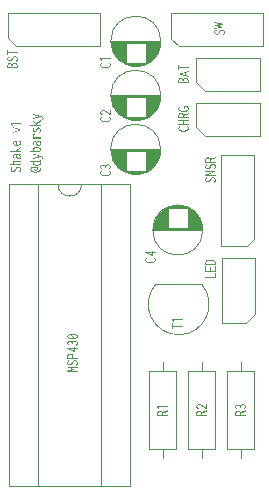
<source format=gbr>
%TF.GenerationSoftware,KiCad,Pcbnew,7.0.9*%
%TF.CreationDate,2025-01-23T13:38:17+01:00*%
%TF.ProjectId,shake,7368616b-652e-46b6-9963-61645f706362,rev?*%
%TF.SameCoordinates,Original*%
%TF.FileFunction,Legend,Top*%
%TF.FilePolarity,Positive*%
%FSLAX46Y46*%
G04 Gerber Fmt 4.6, Leading zero omitted, Abs format (unit mm)*
G04 Created by KiCad (PCBNEW 7.0.9) date 2025-01-23 13:38:17*
%MOMM*%
%LPD*%
G01*
G04 APERTURE LIST*
%ADD10C,0.125000*%
%ADD11C,0.150000*%
%ADD12C,0.120000*%
%ADD13C,0.100000*%
G04 APERTURE END LIST*
D10*
G36*
X54797631Y-64741784D02*
G01*
X54797403Y-64754358D01*
X54796721Y-64766708D01*
X54795583Y-64778835D01*
X54793990Y-64790739D01*
X54791942Y-64802420D01*
X54789439Y-64813877D01*
X54786481Y-64825112D01*
X54783068Y-64836123D01*
X54779200Y-64846910D01*
X54774876Y-64857475D01*
X54771741Y-64864394D01*
X54766601Y-64874530D01*
X54760979Y-64884421D01*
X54754877Y-64894067D01*
X54748294Y-64903469D01*
X54741230Y-64912626D01*
X54733685Y-64921538D01*
X54725660Y-64930206D01*
X54717153Y-64938628D01*
X54708166Y-64946806D01*
X54698697Y-64954740D01*
X54692118Y-64959893D01*
X54597840Y-64920570D01*
X54585140Y-64914952D01*
X54589292Y-64904938D01*
X54598682Y-64901866D01*
X54608908Y-64900018D01*
X54613228Y-64899565D01*
X54623458Y-64897056D01*
X54632557Y-64892772D01*
X54641197Y-64887276D01*
X54645712Y-64883933D01*
X54653211Y-64876770D01*
X54660321Y-64869324D01*
X54667041Y-64861596D01*
X54673372Y-64853586D01*
X54679314Y-64845293D01*
X54684867Y-64836718D01*
X54690031Y-64827860D01*
X54694805Y-64818720D01*
X54699098Y-64809191D01*
X54702819Y-64799288D01*
X54705967Y-64789011D01*
X54708543Y-64778359D01*
X54710547Y-64767334D01*
X54711978Y-64755935D01*
X54712837Y-64744161D01*
X54713123Y-64732014D01*
X54712737Y-64720562D01*
X54711577Y-64709471D01*
X54709645Y-64698741D01*
X54706941Y-64688371D01*
X54703463Y-64678362D01*
X54702132Y-64675106D01*
X54697719Y-64665580D01*
X54692721Y-64656604D01*
X54687140Y-64648178D01*
X54680975Y-64640301D01*
X54674225Y-64632974D01*
X54671846Y-64630653D01*
X54664293Y-64624085D01*
X54656104Y-64618117D01*
X54647280Y-64612750D01*
X54637820Y-64607985D01*
X54627725Y-64603820D01*
X54624219Y-64602565D01*
X54613379Y-64599245D01*
X54602111Y-64596612D01*
X54592392Y-64594942D01*
X54582376Y-64593750D01*
X54572061Y-64593034D01*
X54561448Y-64592796D01*
X54550549Y-64592979D01*
X54540077Y-64593528D01*
X54530032Y-64594444D01*
X54520415Y-64595727D01*
X54510011Y-64597798D01*
X54499953Y-64600990D01*
X54490244Y-64605303D01*
X54485000Y-64608183D01*
X54476696Y-64613526D01*
X54468392Y-64619785D01*
X54460087Y-64626959D01*
X54452821Y-64633988D01*
X54451783Y-64635050D01*
X54444317Y-64642925D01*
X54437768Y-64650476D01*
X54431082Y-64658765D01*
X54424258Y-64667792D01*
X54418467Y-64675879D01*
X54416124Y-64679258D01*
X54410199Y-64688104D01*
X54404179Y-64697547D01*
X54398063Y-64707587D01*
X54393102Y-64716047D01*
X54388080Y-64724890D01*
X54382996Y-64734114D01*
X54377852Y-64743719D01*
X54376556Y-64746180D01*
X54372167Y-64755189D01*
X54367729Y-64763957D01*
X54360984Y-64776658D01*
X54354131Y-64788818D01*
X54347171Y-64800437D01*
X54340103Y-64811515D01*
X54332928Y-64822052D01*
X54325646Y-64832049D01*
X54318257Y-64841504D01*
X54310760Y-64850419D01*
X54303155Y-64858792D01*
X54300597Y-64861463D01*
X54292862Y-64869162D01*
X54285046Y-64876415D01*
X54277149Y-64883221D01*
X54269170Y-64889581D01*
X54261109Y-64895495D01*
X54252967Y-64900962D01*
X54241983Y-64907556D01*
X54230855Y-64913357D01*
X54219582Y-64918364D01*
X54213891Y-64920570D01*
X54202388Y-64924519D01*
X54190840Y-64927943D01*
X54179246Y-64930839D01*
X54167607Y-64933209D01*
X54155921Y-64935052D01*
X54144190Y-64936369D01*
X54132413Y-64937159D01*
X54120590Y-64937422D01*
X54107773Y-64937201D01*
X54095334Y-64936538D01*
X54083272Y-64935432D01*
X54071589Y-64933885D01*
X54060283Y-64931895D01*
X54049355Y-64929463D01*
X54038805Y-64926588D01*
X54028632Y-64923272D01*
X54018838Y-64919513D01*
X54009421Y-64915312D01*
X54003353Y-64912265D01*
X53994542Y-64907299D01*
X53986151Y-64901924D01*
X53978182Y-64896142D01*
X53968210Y-64887797D01*
X53958986Y-64878728D01*
X53950510Y-64868933D01*
X53944643Y-64861112D01*
X53939198Y-64852882D01*
X53934173Y-64844245D01*
X53931057Y-64838260D01*
X53926693Y-64828992D01*
X53922757Y-64819415D01*
X53919251Y-64809529D01*
X53916174Y-64799334D01*
X53913526Y-64788829D01*
X53911308Y-64778016D01*
X53909519Y-64766893D01*
X53908160Y-64755461D01*
X53907229Y-64743721D01*
X53906729Y-64731671D01*
X53906633Y-64723466D01*
X53906925Y-64711701D01*
X53907802Y-64700067D01*
X53909263Y-64688564D01*
X53911308Y-64677193D01*
X53913938Y-64665953D01*
X53917152Y-64654844D01*
X53918601Y-64650437D01*
X53922621Y-64639547D01*
X53927202Y-64628861D01*
X53932343Y-64618377D01*
X53938045Y-64608095D01*
X53944307Y-64598017D01*
X53951130Y-64588141D01*
X53954016Y-64584247D01*
X53961524Y-64574733D01*
X53969544Y-64565576D01*
X53976329Y-64558508D01*
X53983443Y-64551669D01*
X53990885Y-64545060D01*
X53998654Y-64538679D01*
X54006753Y-64532527D01*
X54010925Y-64529537D01*
X54089571Y-64574478D01*
X54102272Y-64580095D01*
X54096654Y-64588399D01*
X54087203Y-64591488D01*
X54077107Y-64593609D01*
X54072230Y-64594261D01*
X54062417Y-64596630D01*
X54053530Y-64600844D01*
X54044981Y-64606309D01*
X54040478Y-64609648D01*
X54031672Y-64617688D01*
X54023725Y-64625930D01*
X54016636Y-64634374D01*
X54010406Y-64643022D01*
X54005034Y-64651872D01*
X54000522Y-64660925D01*
X53998957Y-64664603D01*
X53995509Y-64674042D01*
X53992646Y-64684042D01*
X53990367Y-64694603D01*
X53988672Y-64705724D01*
X53987562Y-64717405D01*
X53987036Y-64729647D01*
X53986989Y-64734701D01*
X53987307Y-64745068D01*
X53988260Y-64754920D01*
X53990175Y-64765762D01*
X53992955Y-64775903D01*
X53996026Y-64784038D01*
X54000342Y-64792935D01*
X54006162Y-64802388D01*
X54012928Y-64811078D01*
X54020641Y-64819004D01*
X54021672Y-64819942D01*
X54030418Y-64826841D01*
X54038798Y-64832178D01*
X54047856Y-64836859D01*
X54057592Y-64840886D01*
X54061972Y-64842412D01*
X54072594Y-64845457D01*
X54083730Y-64847755D01*
X54093685Y-64849129D01*
X54104018Y-64849953D01*
X54114728Y-64850228D01*
X54124799Y-64850029D01*
X54135851Y-64849315D01*
X54146415Y-64848083D01*
X54156490Y-64846331D01*
X54157715Y-64846076D01*
X54167439Y-64843450D01*
X54177071Y-64839969D01*
X54186612Y-64835634D01*
X54196061Y-64830444D01*
X54205312Y-64824384D01*
X54213356Y-64818355D01*
X54221353Y-64811648D01*
X54229304Y-64804263D01*
X54232697Y-64800891D01*
X54239501Y-64793652D01*
X54246356Y-64785675D01*
X54253262Y-64776960D01*
X54260220Y-64767506D01*
X54266058Y-64759063D01*
X54269578Y-64753752D01*
X54275403Y-64744453D01*
X54281275Y-64734570D01*
X54287195Y-64724103D01*
X54291965Y-64715308D01*
X54296766Y-64706139D01*
X54301598Y-64696597D01*
X54306460Y-64686680D01*
X54307680Y-64684143D01*
X54312626Y-64674543D01*
X54317572Y-64665252D01*
X54322518Y-64656270D01*
X54327464Y-64647598D01*
X54334058Y-64636515D01*
X54340653Y-64625982D01*
X54347247Y-64615999D01*
X54353842Y-64606565D01*
X54360436Y-64597681D01*
X54367065Y-64589300D01*
X54373763Y-64581377D01*
X54380529Y-64573913D01*
X54387364Y-64566906D01*
X54396004Y-64558792D01*
X54404752Y-64551393D01*
X54413607Y-64544709D01*
X54415391Y-64543459D01*
X54424370Y-64537557D01*
X54433599Y-64532215D01*
X54443079Y-64527434D01*
X54452810Y-64523213D01*
X54462791Y-64519553D01*
X54473022Y-64516454D01*
X54477184Y-64515371D01*
X54487666Y-64512908D01*
X54498351Y-64510863D01*
X54509238Y-64509235D01*
X54520328Y-64508024D01*
X54531620Y-64507231D01*
X54543116Y-64506856D01*
X54547771Y-64506822D01*
X54559925Y-64507039D01*
X54571933Y-64507690D01*
X54583796Y-64508774D01*
X54595512Y-64510291D01*
X54607083Y-64512243D01*
X54618508Y-64514628D01*
X54629786Y-64517446D01*
X54640919Y-64520698D01*
X54651905Y-64524384D01*
X54662746Y-64528504D01*
X54669892Y-64531491D01*
X54680373Y-64536350D01*
X54690477Y-64541677D01*
X54700203Y-64547473D01*
X54709551Y-64553736D01*
X54718521Y-64560467D01*
X54727114Y-64567666D01*
X54735328Y-64575334D01*
X54743165Y-64583469D01*
X54750624Y-64592072D01*
X54757705Y-64601143D01*
X54762216Y-64607450D01*
X54768545Y-64617346D01*
X54774251Y-64627801D01*
X54779335Y-64638813D01*
X54783797Y-64650384D01*
X54787636Y-64662512D01*
X54790852Y-64675199D01*
X54793446Y-64688444D01*
X54795418Y-64702247D01*
X54796766Y-64716608D01*
X54797320Y-64726492D01*
X54797596Y-64736625D01*
X54797631Y-64741784D01*
G37*
G36*
X53844107Y-64380304D02*
G01*
X53844107Y-64297506D01*
X53844107Y-64283340D01*
X53854121Y-64283340D01*
X53861881Y-64289604D01*
X53870819Y-64293619D01*
X53872683Y-64294087D01*
X53883000Y-64295352D01*
X53892928Y-64295850D01*
X53903667Y-64296033D01*
X53906633Y-64296041D01*
X54249306Y-64296041D01*
X54239662Y-64290644D01*
X54230392Y-64285080D01*
X54221497Y-64279348D01*
X54212975Y-64273448D01*
X54204827Y-64267380D01*
X54197053Y-64261144D01*
X54189653Y-64254741D01*
X54182628Y-64248169D01*
X54174319Y-64239760D01*
X54166642Y-64231172D01*
X54159597Y-64222406D01*
X54153185Y-64213460D01*
X54147404Y-64204335D01*
X54142256Y-64195032D01*
X54140374Y-64191260D01*
X54136081Y-64181778D01*
X54132517Y-64172260D01*
X54129680Y-64162706D01*
X54127570Y-64153117D01*
X54125999Y-64141562D01*
X54125475Y-64129956D01*
X54125872Y-64117888D01*
X54127062Y-64106233D01*
X54129047Y-64094991D01*
X54131825Y-64084160D01*
X54135397Y-64073742D01*
X54139763Y-64063735D01*
X54144923Y-64054141D01*
X54150876Y-64044959D01*
X54157692Y-64036239D01*
X54165561Y-64028030D01*
X54174484Y-64020332D01*
X54184459Y-64013146D01*
X54195488Y-64006472D01*
X54204452Y-64001801D01*
X54214007Y-63997418D01*
X54224155Y-63993323D01*
X54234896Y-63989516D01*
X54246291Y-63985980D01*
X54258403Y-63982793D01*
X54271232Y-63979953D01*
X54284778Y-63977460D01*
X54299041Y-63975316D01*
X54308949Y-63974079D01*
X54319174Y-63972997D01*
X54329719Y-63972070D01*
X54340582Y-63971297D01*
X54351764Y-63970679D01*
X54363264Y-63970215D01*
X54375083Y-63969906D01*
X54387221Y-63969752D01*
X54393409Y-63969732D01*
X54782000Y-63969732D01*
X54782000Y-64053996D01*
X54396340Y-64053996D01*
X54383974Y-64054095D01*
X54372063Y-64054391D01*
X54360607Y-64054885D01*
X54349606Y-64055576D01*
X54339060Y-64056465D01*
X54328969Y-64057551D01*
X54316223Y-64059306D01*
X54304285Y-64061413D01*
X54293157Y-64063871D01*
X54287896Y-64065231D01*
X54277871Y-64068196D01*
X54268555Y-64071475D01*
X54257909Y-64076012D01*
X54248372Y-64081039D01*
X54239944Y-64086555D01*
X54231294Y-64093819D01*
X54227568Y-64097715D01*
X54221094Y-64105841D01*
X54215959Y-64114465D01*
X54212164Y-64123587D01*
X54209708Y-64133207D01*
X54208592Y-64143325D01*
X54208517Y-64146808D01*
X54209097Y-64156792D01*
X54210838Y-64166958D01*
X54213738Y-64177308D01*
X54217228Y-64186514D01*
X54217799Y-64187841D01*
X54222161Y-64196972D01*
X54227342Y-64205987D01*
X54233341Y-64214884D01*
X54240158Y-64223665D01*
X54244421Y-64228630D01*
X54251207Y-64235794D01*
X54258560Y-64242632D01*
X54266480Y-64249143D01*
X54274967Y-64255328D01*
X54284020Y-64261187D01*
X54287163Y-64263068D01*
X54296821Y-64268374D01*
X54306924Y-64273303D01*
X54317474Y-64277854D01*
X54326607Y-64281358D01*
X54336050Y-64284599D01*
X54343828Y-64287004D01*
X54353829Y-64289607D01*
X54364140Y-64291769D01*
X54374761Y-64293490D01*
X54385693Y-64294770D01*
X54396934Y-64295608D01*
X54408485Y-64296005D01*
X54413193Y-64296041D01*
X54782000Y-64296041D01*
X54782000Y-64380304D01*
X53844107Y-64380304D01*
G37*
G36*
X54793723Y-63662963D02*
G01*
X54793521Y-63673706D01*
X54792914Y-63684136D01*
X54791903Y-63694253D01*
X54790487Y-63704057D01*
X54787605Y-63718176D01*
X54783812Y-63731592D01*
X54779110Y-63744303D01*
X54773497Y-63756310D01*
X54766974Y-63767613D01*
X54759541Y-63778211D01*
X54751197Y-63788106D01*
X54741944Y-63797297D01*
X54732014Y-63805721D01*
X54721642Y-63813317D01*
X54710828Y-63820084D01*
X54699571Y-63826022D01*
X54687873Y-63831132D01*
X54675732Y-63835413D01*
X54663149Y-63838866D01*
X54650124Y-63841489D01*
X54636656Y-63843285D01*
X54622746Y-63844252D01*
X54613228Y-63844436D01*
X54602607Y-63844264D01*
X54592271Y-63843749D01*
X54582217Y-63842890D01*
X54572447Y-63841688D01*
X54559861Y-63839551D01*
X54547778Y-63836803D01*
X54536200Y-63833445D01*
X54525125Y-63829476D01*
X54514554Y-63824896D01*
X54504398Y-63819721D01*
X54494694Y-63814088D01*
X54485439Y-63807998D01*
X54476635Y-63801449D01*
X54468281Y-63794442D01*
X54460377Y-63786978D01*
X54452924Y-63779055D01*
X54445921Y-63770674D01*
X54439304Y-63761855D01*
X54433129Y-63752616D01*
X54427397Y-63742957D01*
X54422108Y-63732878D01*
X54417261Y-63722379D01*
X54412857Y-63711461D01*
X54408896Y-63700122D01*
X54405377Y-63688364D01*
X54402229Y-63676290D01*
X54399500Y-63664001D01*
X54397191Y-63651499D01*
X54395302Y-63638783D01*
X54393833Y-63625854D01*
X54393006Y-63616016D01*
X54392416Y-63606058D01*
X54392062Y-63595981D01*
X54391944Y-63585782D01*
X54392060Y-63575363D01*
X54392407Y-63564711D01*
X54392987Y-63553827D01*
X54393409Y-63547681D01*
X54394233Y-63537621D01*
X54395241Y-63527225D01*
X54396432Y-63516494D01*
X54397806Y-63505427D01*
X54399051Y-63495596D01*
X54400437Y-63485765D01*
X54401963Y-63475934D01*
X54403629Y-63466103D01*
X54404644Y-63460486D01*
X54480604Y-63457555D01*
X54478650Y-63468134D01*
X54476940Y-63478621D01*
X54475475Y-63489017D01*
X54474254Y-63499321D01*
X54473215Y-63509472D01*
X54472300Y-63519654D01*
X54471506Y-63529866D01*
X54470834Y-63540109D01*
X54470193Y-63550199D01*
X54469735Y-63560198D01*
X54469460Y-63570105D01*
X54469369Y-63579921D01*
X54469491Y-63589721D01*
X54469987Y-63601714D01*
X54470865Y-63613420D01*
X54472124Y-63624840D01*
X54473765Y-63635974D01*
X54475788Y-63646822D01*
X54477184Y-63653193D01*
X54479777Y-63663488D01*
X54482823Y-63673305D01*
X54486322Y-63682646D01*
X54491119Y-63693225D01*
X54496569Y-63703116D01*
X54501609Y-63710835D01*
X54508189Y-63719416D01*
X54515473Y-63727207D01*
X54523462Y-63734208D01*
X54532154Y-63740419D01*
X54541551Y-63745840D01*
X54544840Y-63747471D01*
X54555135Y-63751787D01*
X54566238Y-63755211D01*
X54576106Y-63757381D01*
X54586536Y-63758932D01*
X54597525Y-63759862D01*
X54609076Y-63760172D01*
X54619749Y-63759897D01*
X54629787Y-63759073D01*
X54640694Y-63757417D01*
X54650737Y-63755012D01*
X54658657Y-63752356D01*
X54668213Y-63748021D01*
X54676853Y-63742831D01*
X54684577Y-63736786D01*
X54691385Y-63729886D01*
X54697851Y-63721196D01*
X54703235Y-63711888D01*
X54707537Y-63701962D01*
X54709459Y-63696180D01*
X54711917Y-63686441D01*
X54713673Y-63676274D01*
X54714726Y-63665680D01*
X54715077Y-63654659D01*
X54714817Y-63644240D01*
X54714039Y-63634112D01*
X54712741Y-63624274D01*
X54710390Y-63612383D01*
X54707227Y-63600947D01*
X54703253Y-63589963D01*
X54698468Y-63579432D01*
X54692796Y-63569296D01*
X54686314Y-63559649D01*
X54679020Y-63550492D01*
X54670915Y-63541823D01*
X54661999Y-63533643D01*
X54654282Y-63527451D01*
X54648154Y-63523012D01*
X54639549Y-63517387D01*
X54630462Y-63512113D01*
X54620895Y-63507190D01*
X54610846Y-63502618D01*
X54600317Y-63498397D01*
X54589307Y-63494527D01*
X54577816Y-63491009D01*
X54565845Y-63487841D01*
X54553415Y-63485036D01*
X54543807Y-63483178D01*
X54533955Y-63481530D01*
X54523857Y-63480092D01*
X54513516Y-63478865D01*
X54502929Y-63477848D01*
X54492098Y-63477042D01*
X54481021Y-63476446D01*
X54469701Y-63476060D01*
X54458135Y-63475885D01*
X54454226Y-63475873D01*
X54442336Y-63475934D01*
X54430786Y-63476117D01*
X54419576Y-63476423D01*
X54408705Y-63476850D01*
X54398174Y-63477400D01*
X54387982Y-63478071D01*
X54378131Y-63478865D01*
X54363990Y-63480285D01*
X54350613Y-63481979D01*
X54338001Y-63483948D01*
X54326153Y-63486192D01*
X54315069Y-63488711D01*
X54304749Y-63491505D01*
X54295088Y-63494551D01*
X54283069Y-63499113D01*
X54272034Y-63504248D01*
X54261984Y-63509955D01*
X54252918Y-63516235D01*
X54244837Y-63523087D01*
X54237741Y-63530512D01*
X54231629Y-63538509D01*
X54230255Y-63540598D01*
X54225160Y-63549379D01*
X54220745Y-63558870D01*
X54217009Y-63569071D01*
X54213952Y-63579982D01*
X54211574Y-63591602D01*
X54209876Y-63603933D01*
X54208857Y-63616973D01*
X54208539Y-63627219D01*
X54208517Y-63630723D01*
X54208899Y-63642476D01*
X54210044Y-63654074D01*
X54211952Y-63665517D01*
X54214623Y-63676805D01*
X54218058Y-63687938D01*
X54222256Y-63698916D01*
X54224149Y-63703263D01*
X54229369Y-63713906D01*
X54235412Y-63724310D01*
X54240838Y-63732462D01*
X54246792Y-63740461D01*
X54253272Y-63748307D01*
X54260279Y-63756001D01*
X54267812Y-63763542D01*
X54271776Y-63767255D01*
X54205586Y-63809265D01*
X54198381Y-63802091D01*
X54191510Y-63794768D01*
X54184974Y-63787294D01*
X54178773Y-63779669D01*
X54171026Y-63769270D01*
X54163874Y-63758603D01*
X54157318Y-63747670D01*
X54151357Y-63736469D01*
X54145991Y-63725001D01*
X54141183Y-63713289D01*
X54137015Y-63701355D01*
X54133489Y-63689200D01*
X54130604Y-63676824D01*
X54128360Y-63664226D01*
X54126757Y-63651407D01*
X54125976Y-63641648D01*
X54125555Y-63631764D01*
X54125475Y-63625106D01*
X54125606Y-63615175D01*
X54126188Y-63602242D01*
X54127235Y-63589659D01*
X54128748Y-63577428D01*
X54130727Y-63565548D01*
X54133171Y-63554019D01*
X54136081Y-63542841D01*
X54139457Y-63532014D01*
X54140374Y-63529362D01*
X54144358Y-63519009D01*
X54148983Y-63509075D01*
X54154250Y-63499561D01*
X54160157Y-63490467D01*
X54166706Y-63481792D01*
X54173896Y-63473538D01*
X54181727Y-63465703D01*
X54190199Y-63458288D01*
X54199396Y-63451304D01*
X54209403Y-63444763D01*
X54220218Y-63438664D01*
X54231842Y-63433009D01*
X54241092Y-63429057D01*
X54250796Y-63425355D01*
X54260956Y-63421902D01*
X54271570Y-63418697D01*
X54282640Y-63415742D01*
X54286431Y-63414812D01*
X54298159Y-63412150D01*
X54310445Y-63409749D01*
X54323289Y-63407610D01*
X54336691Y-63405734D01*
X54350652Y-63404119D01*
X54365170Y-63402765D01*
X54375160Y-63402009D01*
X54385397Y-63401369D01*
X54395882Y-63400845D01*
X54406615Y-63400437D01*
X54417597Y-63400146D01*
X54428826Y-63399972D01*
X54440304Y-63399914D01*
X54782000Y-63399914D01*
X54782000Y-63490039D01*
X54679906Y-63490039D01*
X54690587Y-63494551D01*
X54700648Y-63499384D01*
X54710088Y-63504540D01*
X54718909Y-63510018D01*
X54727109Y-63515817D01*
X54736131Y-63523202D01*
X54737547Y-63524478D01*
X54745604Y-63532191D01*
X54752923Y-63540128D01*
X54759503Y-63548288D01*
X54765345Y-63556672D01*
X54770449Y-63565278D01*
X54771986Y-63568197D01*
X54776883Y-63578418D01*
X54781102Y-63588780D01*
X54784643Y-63599282D01*
X54787506Y-63609924D01*
X54788838Y-63616069D01*
X54790742Y-63626661D01*
X54792178Y-63637066D01*
X54793146Y-63647284D01*
X54793647Y-63657315D01*
X54793723Y-63662963D01*
G37*
G36*
X54465705Y-63117325D02*
G01*
X54543374Y-63180584D01*
X54782000Y-63182049D01*
X54782000Y-63269244D01*
X53844107Y-63269244D01*
X53844107Y-63183515D01*
X53844107Y-63169348D01*
X53853877Y-63169348D01*
X53861637Y-63175613D01*
X53870574Y-63179627D01*
X53872439Y-63180095D01*
X53882715Y-63181360D01*
X53892568Y-63181858D01*
X53903208Y-63182041D01*
X53906145Y-63182049D01*
X54433221Y-63182049D01*
X54134023Y-62930235D01*
X54136038Y-62920495D01*
X54136954Y-62916069D01*
X54138402Y-62906099D01*
X54138908Y-62901414D01*
X54139824Y-62891167D01*
X54140374Y-62884561D01*
X54140966Y-62874429D01*
X54141106Y-62866976D01*
X54141106Y-62837422D01*
X54400736Y-63052600D01*
X54782000Y-62802251D01*
X54787617Y-62906299D01*
X54465705Y-63117325D01*
G37*
G36*
X54455699Y-62280626D02*
G01*
X54465799Y-62281592D01*
X54467170Y-62281770D01*
X54467170Y-62640563D01*
X54479597Y-62639929D01*
X54491688Y-62639129D01*
X54503445Y-62638161D01*
X54514867Y-62637025D01*
X54525953Y-62635722D01*
X54536705Y-62634251D01*
X54547122Y-62632614D01*
X54557204Y-62630808D01*
X54566952Y-62628835D01*
X54579427Y-62625945D01*
X54582453Y-62625175D01*
X54594123Y-62621859D01*
X54605198Y-62618260D01*
X54615678Y-62614379D01*
X54625562Y-62610215D01*
X54634851Y-62605769D01*
X54643544Y-62601041D01*
X54653574Y-62594733D01*
X54659145Y-62590737D01*
X54667712Y-62583665D01*
X54675551Y-62576187D01*
X54682662Y-62568304D01*
X54689046Y-62560016D01*
X54694702Y-62551322D01*
X54699631Y-62542222D01*
X54701399Y-62538469D01*
X54705269Y-62528856D01*
X54708483Y-62518944D01*
X54711041Y-62508734D01*
X54712944Y-62498226D01*
X54714190Y-62487420D01*
X54714780Y-62476316D01*
X54714833Y-62471791D01*
X54714567Y-62461347D01*
X54713768Y-62451263D01*
X54712437Y-62441540D01*
X54710211Y-62430652D01*
X54707261Y-62420256D01*
X54703515Y-62410315D01*
X54699113Y-62400794D01*
X54694058Y-62391695D01*
X54688348Y-62383016D01*
X54684791Y-62378246D01*
X54677969Y-62370075D01*
X54670539Y-62362231D01*
X54662501Y-62354714D01*
X54653856Y-62347525D01*
X54648643Y-62343563D01*
X54700667Y-62294471D01*
X54709699Y-62301196D01*
X54718327Y-62308243D01*
X54726548Y-62315612D01*
X54734365Y-62323303D01*
X54741775Y-62331316D01*
X54748781Y-62339651D01*
X54751469Y-62343075D01*
X54757777Y-62351766D01*
X54763572Y-62360744D01*
X54768854Y-62370008D01*
X54773623Y-62379559D01*
X54777879Y-62389395D01*
X54781623Y-62399518D01*
X54782976Y-62403647D01*
X54786072Y-62414070D01*
X54788644Y-62424732D01*
X54790690Y-62435632D01*
X54792212Y-62446771D01*
X54793209Y-62458149D01*
X54793681Y-62469764D01*
X54793723Y-62474478D01*
X54793545Y-62485187D01*
X54793010Y-62495698D01*
X54792120Y-62506012D01*
X54790872Y-62516129D01*
X54789269Y-62526048D01*
X54787309Y-62535769D01*
X54784993Y-62545293D01*
X54781350Y-62557685D01*
X54777074Y-62569725D01*
X54773451Y-62578525D01*
X54768066Y-62589920D01*
X54762048Y-62600904D01*
X54755396Y-62611475D01*
X54748111Y-62621634D01*
X54740192Y-62631381D01*
X54731640Y-62640715D01*
X54722454Y-62649638D01*
X54712635Y-62658148D01*
X54704837Y-62664189D01*
X54696649Y-62669946D01*
X54688070Y-62675420D01*
X54679101Y-62680611D01*
X54669741Y-62685518D01*
X54659990Y-62690142D01*
X54649848Y-62694483D01*
X54639316Y-62698540D01*
X54628393Y-62702314D01*
X54617079Y-62705804D01*
X54609320Y-62707974D01*
X54597320Y-62710985D01*
X54584951Y-62713701D01*
X54572213Y-62716120D01*
X54559105Y-62718243D01*
X54545628Y-62720070D01*
X54531782Y-62721601D01*
X54517567Y-62722835D01*
X54502983Y-62723773D01*
X54493054Y-62724234D01*
X54482962Y-62724563D01*
X54472706Y-62724761D01*
X54462286Y-62724826D01*
X54451715Y-62724761D01*
X54441315Y-62724563D01*
X54431085Y-62724234D01*
X54421024Y-62723773D01*
X54411133Y-62723181D01*
X54396615Y-62722045D01*
X54382479Y-62720613D01*
X54368726Y-62718885D01*
X54355354Y-62716861D01*
X54342365Y-62714540D01*
X54329757Y-62711924D01*
X54317532Y-62709011D01*
X54313542Y-62707974D01*
X54301789Y-62704685D01*
X54290435Y-62701139D01*
X54279481Y-62697335D01*
X54268925Y-62693273D01*
X54258770Y-62688954D01*
X54249013Y-62684378D01*
X54239656Y-62679543D01*
X54230698Y-62674451D01*
X54222139Y-62669102D01*
X54213979Y-62663495D01*
X54208762Y-62659614D01*
X54198759Y-62651493D01*
X54189390Y-62643005D01*
X54180655Y-62634151D01*
X54172553Y-62624931D01*
X54165084Y-62615345D01*
X54158249Y-62605392D01*
X54152048Y-62595072D01*
X54146480Y-62584387D01*
X54141557Y-62573327D01*
X54137290Y-62562008D01*
X54133680Y-62550429D01*
X54130726Y-62538591D01*
X54128429Y-62526494D01*
X54126788Y-62514136D01*
X54125803Y-62501520D01*
X54125618Y-62494261D01*
X54200213Y-62494261D01*
X54200574Y-62504622D01*
X54201656Y-62514640D01*
X54203459Y-62524315D01*
X54206474Y-62535167D01*
X54210471Y-62545552D01*
X54215472Y-62555505D01*
X54221711Y-62565060D01*
X54228045Y-62572934D01*
X54235290Y-62580516D01*
X54243444Y-62587806D01*
X54252443Y-62594701D01*
X54260676Y-62600067D01*
X54269578Y-62605086D01*
X54279147Y-62609760D01*
X54289385Y-62614088D01*
X54300290Y-62618070D01*
X54302551Y-62618825D01*
X54314247Y-62622375D01*
X54324178Y-62625053D01*
X54334622Y-62627585D01*
X54345576Y-62629972D01*
X54357042Y-62632214D01*
X54369020Y-62634311D01*
X54381509Y-62636263D01*
X54391211Y-62637632D01*
X54391211Y-62368965D01*
X54379606Y-62369098D01*
X54368359Y-62369499D01*
X54357471Y-62370167D01*
X54346942Y-62371102D01*
X54336772Y-62372304D01*
X54326960Y-62373773D01*
X54315200Y-62375985D01*
X54308413Y-62377513D01*
X54297549Y-62380287D01*
X54287246Y-62383419D01*
X54277504Y-62386908D01*
X54268322Y-62390756D01*
X54258044Y-62395845D01*
X54248573Y-62401449D01*
X54239935Y-62407494D01*
X54232155Y-62414088D01*
X54225235Y-62421233D01*
X54219172Y-62428926D01*
X54213185Y-62438597D01*
X54212425Y-62440039D01*
X54208275Y-62449015D01*
X54204983Y-62458541D01*
X54202551Y-62468616D01*
X54200976Y-62479240D01*
X54200261Y-62490414D01*
X54200213Y-62494261D01*
X54125618Y-62494261D01*
X54125475Y-62488644D01*
X54125734Y-62477450D01*
X54126513Y-62466463D01*
X54127810Y-62455682D01*
X54129627Y-62445107D01*
X54131962Y-62434738D01*
X54134817Y-62424576D01*
X54138191Y-62414619D01*
X54142083Y-62404868D01*
X54146464Y-62395396D01*
X54151426Y-62386275D01*
X54156967Y-62377505D01*
X54163088Y-62369087D01*
X54169790Y-62361019D01*
X54177071Y-62353303D01*
X54184933Y-62345937D01*
X54193374Y-62338923D01*
X54202453Y-62332214D01*
X54212227Y-62325886D01*
X54222695Y-62319940D01*
X54233857Y-62314376D01*
X54245715Y-62309194D01*
X54255063Y-62305557D01*
X54264803Y-62302136D01*
X54274933Y-62298928D01*
X54285454Y-62295936D01*
X54296335Y-62293142D01*
X54307636Y-62290624D01*
X54319358Y-62288380D01*
X54331501Y-62286411D01*
X54344065Y-62284716D01*
X54357049Y-62283296D01*
X54370455Y-62282152D01*
X54384281Y-62281281D01*
X54398527Y-62280686D01*
X54413195Y-62280366D01*
X54423207Y-62280304D01*
X54433685Y-62280304D01*
X54443979Y-62280304D01*
X54445921Y-62280304D01*
X54455699Y-62280626D01*
G37*
G36*
X54782000Y-61415441D02*
G01*
X54141106Y-61613766D01*
X54141106Y-61526571D01*
X54666961Y-61364638D01*
X54666961Y-61384422D01*
X54406110Y-61295762D01*
X54396507Y-61292478D01*
X54386994Y-61289281D01*
X54377571Y-61286173D01*
X54368237Y-61283153D01*
X54354404Y-61278786D01*
X54340774Y-61274617D01*
X54327345Y-61270646D01*
X54314118Y-61266872D01*
X54301093Y-61263296D01*
X54288269Y-61259917D01*
X54275648Y-61256736D01*
X54263228Y-61253752D01*
X54250949Y-61250883D01*
X54238842Y-61248139D01*
X54226906Y-61245519D01*
X54215142Y-61243024D01*
X54203550Y-61240654D01*
X54192130Y-61238407D01*
X54180882Y-61236286D01*
X54169805Y-61234289D01*
X54158900Y-61232416D01*
X54148166Y-61230668D01*
X54141106Y-61229572D01*
X54141106Y-61146773D01*
X54152242Y-61148425D01*
X54163575Y-61150265D01*
X54175105Y-61152295D01*
X54186833Y-61154513D01*
X54198759Y-61156920D01*
X54210881Y-61159516D01*
X54223202Y-61162301D01*
X54235720Y-61165275D01*
X54248435Y-61168438D01*
X54261348Y-61171789D01*
X54270066Y-61174129D01*
X54283309Y-61177767D01*
X54296748Y-61181539D01*
X54310385Y-61185444D01*
X54324220Y-61189482D01*
X54338252Y-61193653D01*
X54347716Y-61196507D01*
X54357268Y-61199421D01*
X54366908Y-61202394D01*
X54376636Y-61205426D01*
X54386452Y-61208517D01*
X54396355Y-61211667D01*
X54406346Y-61214877D01*
X54416425Y-61218146D01*
X54421497Y-61219802D01*
X54782000Y-61342168D01*
X54782000Y-61415441D01*
G37*
G36*
X54782000Y-60845622D02*
G01*
X54034616Y-60845622D01*
X54086640Y-60986306D01*
X54026068Y-61004624D01*
X53906633Y-60817534D01*
X53906633Y-60758427D01*
X54782000Y-60758427D01*
X54782000Y-60845622D01*
G37*
G36*
X56211895Y-64574478D02*
G01*
X56165489Y-64574478D01*
X56174402Y-64580762D01*
X56182672Y-64587405D01*
X56190297Y-64594406D01*
X56197278Y-64601764D01*
X56203616Y-64609480D01*
X56209309Y-64617554D01*
X56211406Y-64620884D01*
X56216885Y-64631022D01*
X56221229Y-64641469D01*
X56224441Y-64652225D01*
X56226519Y-64663290D01*
X56227463Y-64674665D01*
X56227526Y-64678525D01*
X56227168Y-64688581D01*
X56226091Y-64698354D01*
X56223737Y-64710174D01*
X56220262Y-64721553D01*
X56215666Y-64732490D01*
X56209949Y-64742986D01*
X56204568Y-64751065D01*
X56198496Y-64758724D01*
X56191882Y-64765949D01*
X56184727Y-64772738D01*
X56177029Y-64779092D01*
X56168790Y-64785011D01*
X56160008Y-64790495D01*
X56150685Y-64795544D01*
X56140820Y-64800158D01*
X56130512Y-64804280D01*
X56119861Y-64807852D01*
X56108866Y-64810874D01*
X56097528Y-64813347D01*
X56085846Y-64815270D01*
X56073821Y-64816644D01*
X56061453Y-64817469D01*
X56048741Y-64817743D01*
X56037387Y-64817526D01*
X56026286Y-64816873D01*
X56015436Y-64815786D01*
X56004838Y-64814263D01*
X55994492Y-64812305D01*
X55984398Y-64809912D01*
X55974556Y-64807084D01*
X55964965Y-64803822D01*
X55955623Y-64800040D01*
X55946647Y-64795777D01*
X55938038Y-64791033D01*
X55927791Y-64784427D01*
X55918116Y-64777070D01*
X55909015Y-64768962D01*
X55902145Y-64761934D01*
X55900485Y-64760102D01*
X55894101Y-64752462D01*
X55888136Y-64744318D01*
X55882591Y-64735670D01*
X55877465Y-64726519D01*
X55872760Y-64716863D01*
X55868474Y-64706704D01*
X55864608Y-64696042D01*
X55861162Y-64684875D01*
X55858140Y-64673201D01*
X55855667Y-64661016D01*
X55853743Y-64648319D01*
X55852661Y-64638461D01*
X55851889Y-64628315D01*
X55851425Y-64617881D01*
X55851300Y-64609260D01*
X55921100Y-64609260D01*
X55921631Y-64620921D01*
X55922757Y-64632055D01*
X55924478Y-64642662D01*
X55926794Y-64652743D01*
X55929706Y-64662297D01*
X55930527Y-64664603D01*
X55935089Y-64675534D01*
X55940378Y-64685583D01*
X55946395Y-64694749D01*
X55953139Y-64703033D01*
X55960610Y-64710434D01*
X55968809Y-64716953D01*
X55972293Y-64719314D01*
X55981492Y-64724591D01*
X55991384Y-64728974D01*
X56001967Y-64732462D01*
X56013241Y-64735056D01*
X56025208Y-64736755D01*
X56035279Y-64737471D01*
X56043123Y-64737632D01*
X56055018Y-64737357D01*
X56066280Y-64736533D01*
X56076909Y-64735159D01*
X56086904Y-64733235D01*
X56098506Y-64730058D01*
X56109119Y-64726023D01*
X56118742Y-64721128D01*
X56120548Y-64720046D01*
X56128710Y-64713984D01*
X56135489Y-64706789D01*
X56140884Y-64698462D01*
X56144896Y-64689001D01*
X56147524Y-64678407D01*
X56148769Y-64666680D01*
X56148880Y-64661672D01*
X56148102Y-64651429D01*
X56145766Y-64641705D01*
X56141873Y-64632500D01*
X56136424Y-64623815D01*
X56129219Y-64615632D01*
X56121512Y-64609074D01*
X56112496Y-64603077D01*
X56103726Y-64598383D01*
X56097345Y-64595482D01*
X56086869Y-64591492D01*
X56077247Y-64588509D01*
X56066815Y-64585835D01*
X56055571Y-64583471D01*
X56043516Y-64581417D01*
X56033288Y-64579998D01*
X56027980Y-64579362D01*
X56016932Y-64578217D01*
X56005281Y-64577225D01*
X55993027Y-64576386D01*
X55980169Y-64575699D01*
X55970131Y-64575284D01*
X55959753Y-64574955D01*
X55949036Y-64574711D01*
X55937980Y-64574554D01*
X55926585Y-64574482D01*
X55922711Y-64574478D01*
X55921825Y-64584359D01*
X55921165Y-64597073D01*
X55921100Y-64609260D01*
X55851300Y-64609260D01*
X55851270Y-64607160D01*
X55851425Y-64596151D01*
X55851889Y-64584855D01*
X55852369Y-64577164D01*
X55842435Y-64577302D01*
X55829482Y-64577912D01*
X55816865Y-64579011D01*
X55804585Y-64580599D01*
X55792640Y-64582675D01*
X55781030Y-64585239D01*
X55769757Y-64588293D01*
X55758820Y-64591834D01*
X55756138Y-64592796D01*
X55745670Y-64596898D01*
X55735759Y-64601512D01*
X55726405Y-64606637D01*
X55717608Y-64612274D01*
X55709369Y-64618422D01*
X55701687Y-64625082D01*
X55694562Y-64632252D01*
X55687994Y-64639935D01*
X55682040Y-64648025D01*
X55676881Y-64656543D01*
X55672515Y-64665489D01*
X55668943Y-64674861D01*
X55666165Y-64684662D01*
X55664180Y-64694889D01*
X55662990Y-64705544D01*
X55662593Y-64716627D01*
X55662917Y-64726713D01*
X55663890Y-64736578D01*
X55665512Y-64746222D01*
X55668452Y-64757966D01*
X55672405Y-64769363D01*
X55677372Y-64780415D01*
X55682076Y-64789007D01*
X55683353Y-64791121D01*
X55688841Y-64799429D01*
X55695046Y-64807500D01*
X55701969Y-64815335D01*
X55709609Y-64822934D01*
X55717967Y-64830295D01*
X55727042Y-64837420D01*
X55736835Y-64844309D01*
X55747345Y-64850960D01*
X55758569Y-64857261D01*
X55767452Y-64861761D01*
X55776735Y-64866068D01*
X55786417Y-64870182D01*
X55796499Y-64874102D01*
X55806980Y-64877830D01*
X55817860Y-64881364D01*
X55829139Y-64884705D01*
X55840817Y-64887853D01*
X55852895Y-64890807D01*
X55857010Y-64891749D01*
X55869640Y-64894368D01*
X55882707Y-64896729D01*
X55896212Y-64898833D01*
X55910156Y-64900679D01*
X55924537Y-64902268D01*
X55934368Y-64903184D01*
X55944393Y-64903985D01*
X55954613Y-64904672D01*
X55965028Y-64905244D01*
X55975637Y-64905702D01*
X55986441Y-64906046D01*
X55997440Y-64906275D01*
X56008633Y-64906389D01*
X56014302Y-64906404D01*
X56026591Y-64906332D01*
X56038666Y-64906117D01*
X56050527Y-64905760D01*
X56062174Y-64905259D01*
X56073608Y-64904615D01*
X56084827Y-64903828D01*
X56095834Y-64902897D01*
X56106626Y-64901824D01*
X56117205Y-64900608D01*
X56127570Y-64899248D01*
X56137721Y-64897745D01*
X56147659Y-64896100D01*
X56157383Y-64894311D01*
X56171568Y-64891359D01*
X56185272Y-64888085D01*
X56198480Y-64884528D01*
X56211267Y-64880727D01*
X56223633Y-64876680D01*
X56235579Y-64872389D01*
X56247103Y-64867853D01*
X56258207Y-64863072D01*
X56268891Y-64858047D01*
X56279153Y-64852777D01*
X56288995Y-64847262D01*
X56298416Y-64841503D01*
X56304463Y-64837527D01*
X56313174Y-64831370D01*
X56321447Y-64825079D01*
X56329283Y-64818656D01*
X56336680Y-64812099D01*
X56345862Y-64803150D01*
X56354266Y-64793964D01*
X56361890Y-64784542D01*
X56368737Y-64774883D01*
X56374805Y-64764987D01*
X56380129Y-64754897D01*
X56384742Y-64744654D01*
X56388647Y-64734258D01*
X56391841Y-64723710D01*
X56394325Y-64713009D01*
X56396100Y-64702155D01*
X56397164Y-64691149D01*
X56397519Y-64679990D01*
X56397263Y-64669899D01*
X56396494Y-64659926D01*
X56395212Y-64650073D01*
X56393417Y-64640339D01*
X56391109Y-64630724D01*
X56388289Y-64621229D01*
X56387017Y-64617464D01*
X56383508Y-64608083D01*
X56379547Y-64598869D01*
X56375132Y-64589822D01*
X56370263Y-64580942D01*
X56364942Y-64572229D01*
X56359168Y-64563683D01*
X56356731Y-64560311D01*
X56425607Y-64528071D01*
X56431767Y-64537272D01*
X56437545Y-64546558D01*
X56442941Y-64555927D01*
X56447956Y-64565379D01*
X56452589Y-64574916D01*
X56456840Y-64584537D01*
X56460710Y-64594242D01*
X56464198Y-64604031D01*
X56467346Y-64613930D01*
X56470075Y-64623967D01*
X56472384Y-64634141D01*
X56474273Y-64644453D01*
X56475742Y-64654902D01*
X56476791Y-64665489D01*
X56477421Y-64676212D01*
X56477631Y-64687073D01*
X56477425Y-64697321D01*
X56476807Y-64707547D01*
X56475776Y-64717751D01*
X56474334Y-64727935D01*
X56472479Y-64738096D01*
X56470212Y-64748236D01*
X56467533Y-64758355D01*
X56464442Y-64768452D01*
X56460939Y-64778528D01*
X56457023Y-64788582D01*
X56454184Y-64795273D01*
X56449488Y-64805204D01*
X56444286Y-64814937D01*
X56438577Y-64824472D01*
X56432362Y-64833810D01*
X56425640Y-64842950D01*
X56418412Y-64851894D01*
X56410677Y-64860639D01*
X56402435Y-64869187D01*
X56393686Y-64877538D01*
X56384431Y-64885691D01*
X56377980Y-64891016D01*
X56367842Y-64898791D01*
X56357120Y-64906269D01*
X56345814Y-64913451D01*
X56333925Y-64920337D01*
X56321451Y-64926926D01*
X56308394Y-64933220D01*
X56299364Y-64937251D01*
X56290075Y-64941150D01*
X56280527Y-64944918D01*
X56270719Y-64948554D01*
X56260652Y-64952058D01*
X56250325Y-64955431D01*
X56239739Y-64958672D01*
X56228842Y-64961718D01*
X56217646Y-64964568D01*
X56206150Y-64967221D01*
X56194355Y-64969678D01*
X56182260Y-64971938D01*
X56169866Y-64974002D01*
X56157172Y-64975869D01*
X56144178Y-64977539D01*
X56130885Y-64979013D01*
X56117293Y-64980291D01*
X56103400Y-64981372D01*
X56089209Y-64982256D01*
X56074717Y-64982944D01*
X56059926Y-64983435D01*
X56044836Y-64983730D01*
X56029445Y-64983829D01*
X56014207Y-64983735D01*
X55999266Y-64983455D01*
X55984623Y-64982987D01*
X55970278Y-64982333D01*
X55956230Y-64981491D01*
X55942480Y-64980463D01*
X55929027Y-64979247D01*
X55915872Y-64977845D01*
X55903015Y-64976255D01*
X55890456Y-64974479D01*
X55878194Y-64972515D01*
X55866230Y-64970365D01*
X55854564Y-64968027D01*
X55843195Y-64965503D01*
X55832124Y-64962791D01*
X55821351Y-64959893D01*
X55810829Y-64956841D01*
X55800575Y-64953668D01*
X55790587Y-64950376D01*
X55780867Y-64946963D01*
X55771414Y-64943430D01*
X55762228Y-64939777D01*
X55748951Y-64934072D01*
X55736274Y-64928096D01*
X55724198Y-64921850D01*
X55712724Y-64915334D01*
X55701850Y-64908547D01*
X55691577Y-64901489D01*
X55685063Y-64896634D01*
X55675691Y-64889186D01*
X55666808Y-64881587D01*
X55658414Y-64873838D01*
X55650510Y-64865939D01*
X55643096Y-64857890D01*
X55636171Y-64849691D01*
X55629735Y-64841341D01*
X55623789Y-64832841D01*
X55618332Y-64824190D01*
X55613364Y-64815390D01*
X55610325Y-64809439D01*
X55606091Y-64800463D01*
X55601093Y-64788495D01*
X55596836Y-64776527D01*
X55593320Y-64764560D01*
X55590543Y-64752592D01*
X55588507Y-64740624D01*
X55587212Y-64728656D01*
X55586656Y-64716688D01*
X55586633Y-64713696D01*
X55586912Y-64702892D01*
X55587747Y-64692218D01*
X55589140Y-64681673D01*
X55591091Y-64671259D01*
X55593598Y-64660974D01*
X55596662Y-64650819D01*
X55600284Y-64640793D01*
X55604463Y-64630898D01*
X55609184Y-64621143D01*
X55614553Y-64611663D01*
X55620571Y-64602459D01*
X55627239Y-64593528D01*
X55634554Y-64584873D01*
X55642519Y-64576493D01*
X55651132Y-64568387D01*
X55660394Y-64560556D01*
X55670233Y-64553022D01*
X55680697Y-64545932D01*
X55691787Y-64539284D01*
X55700516Y-64534588D01*
X55709596Y-64530142D01*
X55719029Y-64525944D01*
X55728813Y-64521996D01*
X55738950Y-64518296D01*
X55749438Y-64514846D01*
X55756626Y-64512684D01*
X55767669Y-64509629D01*
X55779089Y-64506874D01*
X55790887Y-64504419D01*
X55803063Y-64502266D01*
X55815617Y-64500412D01*
X55828548Y-64498860D01*
X55841857Y-64497607D01*
X55855545Y-64496656D01*
X55869609Y-64496004D01*
X55884052Y-64495654D01*
X55893891Y-64495587D01*
X56211895Y-64495587D01*
X56211895Y-64574478D01*
G37*
G36*
X55541637Y-63958900D02*
G01*
X55550574Y-63962914D01*
X55552439Y-63963382D01*
X55562715Y-63964647D01*
X55572568Y-63965145D01*
X55583208Y-63965328D01*
X55586145Y-63965336D01*
X56361860Y-63965336D01*
X56372938Y-63965242D01*
X56383946Y-63964962D01*
X56394884Y-63964494D01*
X56405751Y-63963840D01*
X56411930Y-63963382D01*
X56422757Y-63962186D01*
X56433655Y-63960524D01*
X56444623Y-63958393D01*
X56455661Y-63955795D01*
X56462000Y-63954101D01*
X56462000Y-64040074D01*
X56451919Y-64042871D01*
X56442455Y-64045313D01*
X56432704Y-64047660D01*
X56431713Y-64047890D01*
X56421719Y-64049765D01*
X56411582Y-64051115D01*
X56401302Y-64051940D01*
X56399229Y-64052042D01*
X56388777Y-64052300D01*
X56378182Y-64052462D01*
X56367444Y-64052529D01*
X56365279Y-64052531D01*
X56374818Y-64057564D01*
X56384046Y-64062897D01*
X56392964Y-64068527D01*
X56401572Y-64074455D01*
X56409870Y-64080682D01*
X56417858Y-64087206D01*
X56420967Y-64089900D01*
X56428419Y-64096836D01*
X56435359Y-64104058D01*
X56441786Y-64111567D01*
X56447700Y-64119362D01*
X56454120Y-64129093D01*
X56459801Y-64139237D01*
X56464533Y-64149718D01*
X56468285Y-64160646D01*
X56471058Y-64172021D01*
X56472622Y-64181840D01*
X56473506Y-64191970D01*
X56473723Y-64200297D01*
X56473441Y-64210098D01*
X56472594Y-64219837D01*
X56471182Y-64229515D01*
X56469205Y-64239132D01*
X56466663Y-64248688D01*
X56463557Y-64258183D01*
X56459885Y-64267617D01*
X56455649Y-64276990D01*
X56450749Y-64286221D01*
X56445208Y-64295232D01*
X56439025Y-64304021D01*
X56432202Y-64312588D01*
X56424737Y-64320934D01*
X56416631Y-64329059D01*
X56407884Y-64336963D01*
X56398496Y-64344645D01*
X56388314Y-64351961D01*
X56377308Y-64358887D01*
X56368513Y-64363827D01*
X56359253Y-64368547D01*
X56349530Y-64373049D01*
X56339344Y-64377332D01*
X56328693Y-64381395D01*
X56317579Y-64385240D01*
X56306002Y-64388866D01*
X56293960Y-64392272D01*
X56281397Y-64395415D01*
X56268344Y-64398249D01*
X56254801Y-64400773D01*
X56240769Y-64402989D01*
X56226247Y-64404895D01*
X56216295Y-64405994D01*
X56206124Y-64406956D01*
X56195736Y-64407780D01*
X56185131Y-64408467D01*
X56174308Y-64409016D01*
X56163267Y-64409429D01*
X56152009Y-64409703D01*
X56140533Y-64409841D01*
X56134714Y-64409858D01*
X56123139Y-64409787D01*
X56111801Y-64409575D01*
X56100699Y-64409222D01*
X56089834Y-64408728D01*
X56079206Y-64408093D01*
X56068814Y-64407316D01*
X56058659Y-64406398D01*
X56048741Y-64405339D01*
X56034306Y-64403486D01*
X56020405Y-64401315D01*
X56007035Y-64398826D01*
X55994198Y-64396020D01*
X55981893Y-64392896D01*
X55977910Y-64391784D01*
X55966231Y-64388238D01*
X55955007Y-64384468D01*
X55944238Y-64380475D01*
X55933924Y-64376259D01*
X55924065Y-64371820D01*
X55914661Y-64367157D01*
X55905712Y-64362272D01*
X55897218Y-64357162D01*
X55886602Y-64350003D01*
X55876794Y-64342447D01*
X55867661Y-64334585D01*
X55859193Y-64326510D01*
X55851389Y-64318221D01*
X55844248Y-64309718D01*
X55837772Y-64301002D01*
X55831960Y-64292072D01*
X55826812Y-64282928D01*
X55822327Y-64273570D01*
X55818378Y-64264003D01*
X55814954Y-64254351D01*
X55812058Y-64244616D01*
X55809688Y-64234797D01*
X55807845Y-64224893D01*
X55806528Y-64214906D01*
X55805738Y-64204835D01*
X55805475Y-64194680D01*
X55805639Y-64189062D01*
X55888273Y-64189062D01*
X55888613Y-64199393D01*
X55889633Y-64209317D01*
X55891754Y-64220692D01*
X55894853Y-64231482D01*
X55898932Y-64241689D01*
X55902195Y-64248169D01*
X55907905Y-64257394D01*
X55914594Y-64266018D01*
X55922262Y-64274041D01*
X55930909Y-64281462D01*
X55938862Y-64287188D01*
X55943960Y-64290423D01*
X55953055Y-64295487D01*
X55962937Y-64300145D01*
X55973606Y-64304398D01*
X55985062Y-64308245D01*
X55994793Y-64311031D01*
X56005029Y-64313557D01*
X56015768Y-64315824D01*
X56026950Y-64317771D01*
X56038635Y-64319457D01*
X56050824Y-64320885D01*
X56063517Y-64322053D01*
X56073368Y-64322758D01*
X56083501Y-64323318D01*
X56093918Y-64323731D01*
X56104619Y-64323999D01*
X56115603Y-64324120D01*
X56119327Y-64324129D01*
X56131181Y-64324063D01*
X56142747Y-64323865D01*
X56154025Y-64323536D01*
X56165015Y-64323075D01*
X56175717Y-64322483D01*
X56186131Y-64321759D01*
X56196257Y-64320903D01*
X56206094Y-64319915D01*
X56220310Y-64318187D01*
X56233878Y-64316163D01*
X56246797Y-64313842D01*
X56259068Y-64311226D01*
X56270691Y-64308313D01*
X56274421Y-64307276D01*
X56285222Y-64303991D01*
X56295461Y-64300458D01*
X56305138Y-64296676D01*
X56314252Y-64292644D01*
X56325529Y-64286882D01*
X56335806Y-64280676D01*
X56345084Y-64274028D01*
X56353361Y-64266938D01*
X56360639Y-64259404D01*
X56366993Y-64251455D01*
X56372500Y-64243116D01*
X56377159Y-64234388D01*
X56380972Y-64225271D01*
X56383937Y-64215765D01*
X56386055Y-64205869D01*
X56387326Y-64195584D01*
X56387750Y-64184910D01*
X56387362Y-64174598D01*
X56386199Y-64164727D01*
X56383781Y-64153464D01*
X56380246Y-64142836D01*
X56375595Y-64132844D01*
X56371874Y-64126536D01*
X56365271Y-64117586D01*
X56357551Y-64109237D01*
X56348716Y-64101489D01*
X56340500Y-64095491D01*
X56331509Y-64089911D01*
X56323758Y-64085748D01*
X56313390Y-64080848D01*
X56302282Y-64076379D01*
X56292863Y-64073112D01*
X56282971Y-64070120D01*
X56272606Y-64067403D01*
X56261768Y-64064960D01*
X56250457Y-64062793D01*
X56244623Y-64061812D01*
X56232583Y-64059980D01*
X56220153Y-64058392D01*
X56207334Y-64057049D01*
X56197465Y-64056202D01*
X56187376Y-64055492D01*
X56177069Y-64054920D01*
X56166542Y-64054484D01*
X56155796Y-64054187D01*
X56144832Y-64054027D01*
X56137401Y-64053996D01*
X56127396Y-64054054D01*
X56117594Y-64054229D01*
X56103270Y-64054709D01*
X56089401Y-64055451D01*
X56075988Y-64056455D01*
X56063029Y-64057721D01*
X56050525Y-64059248D01*
X56038477Y-64061038D01*
X56026883Y-64063090D01*
X56015745Y-64065403D01*
X56005062Y-64067978D01*
X56001602Y-64068895D01*
X55991525Y-64071780D01*
X55981904Y-64074940D01*
X55972738Y-64078375D01*
X55961224Y-64083381D01*
X55950519Y-64088877D01*
X55940624Y-64094861D01*
X55931537Y-64101333D01*
X55923259Y-64108294D01*
X55917582Y-64113836D01*
X55910713Y-64121636D01*
X55904759Y-64129894D01*
X55899722Y-64138611D01*
X55895600Y-64147785D01*
X55892395Y-64157418D01*
X55890105Y-64167508D01*
X55888731Y-64178056D01*
X55888273Y-64189062D01*
X55805639Y-64189062D01*
X55805803Y-64183440D01*
X55806787Y-64172617D01*
X55808426Y-64162212D01*
X55810722Y-64152224D01*
X55813674Y-64142653D01*
X55817281Y-64133500D01*
X55818908Y-64129956D01*
X55824206Y-64119672D01*
X55830208Y-64109886D01*
X55836914Y-64100598D01*
X55844325Y-64091808D01*
X55852439Y-64083516D01*
X55855300Y-64080863D01*
X55862808Y-64074503D01*
X55870828Y-64068703D01*
X55879361Y-64063464D01*
X55888407Y-64058785D01*
X55897965Y-64054667D01*
X55908037Y-64051110D01*
X55912209Y-64049844D01*
X55524107Y-64049844D01*
X55524107Y-63966801D01*
X55524107Y-63952635D01*
X55533877Y-63952635D01*
X55541637Y-63958900D01*
G37*
G36*
X56696473Y-63753089D02*
G01*
X56696127Y-63764365D01*
X56695089Y-63775295D01*
X56693360Y-63785879D01*
X56690939Y-63796118D01*
X56687826Y-63806010D01*
X56684022Y-63815557D01*
X56682307Y-63819279D01*
X56677646Y-63828341D01*
X56672365Y-63837058D01*
X56666464Y-63845429D01*
X56659943Y-63853454D01*
X56652802Y-63861133D01*
X56645040Y-63868466D01*
X56641762Y-63871302D01*
X56572642Y-63836131D01*
X56560185Y-63830514D01*
X56564337Y-63821965D01*
X56573224Y-63817522D01*
X56582253Y-63813007D01*
X56585342Y-63811463D01*
X56593608Y-63805910D01*
X56600800Y-63799266D01*
X56607906Y-63791576D01*
X56610743Y-63788260D01*
X56613379Y-63778256D01*
X56614896Y-63769942D01*
X56615995Y-63759806D01*
X56616360Y-63749637D01*
X56616361Y-63748937D01*
X56615708Y-63737725D01*
X56613751Y-63727356D01*
X56610488Y-63717827D01*
X56605920Y-63709140D01*
X56600046Y-63701295D01*
X56597799Y-63698867D01*
X56590151Y-63691877D01*
X56581129Y-63685197D01*
X56572561Y-63679866D01*
X56563040Y-63674750D01*
X56552564Y-63669848D01*
X56543496Y-63666082D01*
X56541134Y-63665161D01*
X56531380Y-63661452D01*
X56521045Y-63657773D01*
X56510131Y-63654125D01*
X56498636Y-63650507D01*
X56486561Y-63646920D01*
X56477124Y-63644249D01*
X56467361Y-63641596D01*
X56457272Y-63638960D01*
X56446856Y-63636341D01*
X56073653Y-63537911D01*
X56061711Y-63534764D01*
X56049791Y-63531643D01*
X56037892Y-63528547D01*
X56026015Y-63525477D01*
X56014159Y-63522433D01*
X56002324Y-63519415D01*
X55990511Y-63516423D01*
X55978719Y-63513456D01*
X55966949Y-63510515D01*
X55955200Y-63507600D01*
X55947380Y-63505671D01*
X55935645Y-63502828D01*
X55923890Y-63500161D01*
X55912112Y-63497670D01*
X55900313Y-63495355D01*
X55888493Y-63493217D01*
X55876651Y-63491254D01*
X55864788Y-63489467D01*
X55852904Y-63487856D01*
X55840998Y-63486422D01*
X55829070Y-63485163D01*
X55821106Y-63484422D01*
X55821106Y-63397227D01*
X55833072Y-63398599D01*
X55845063Y-63400152D01*
X55857080Y-63401885D01*
X55869123Y-63403799D01*
X55881191Y-63405892D01*
X55893286Y-63408166D01*
X55905406Y-63410621D01*
X55917552Y-63413255D01*
X55929723Y-63416070D01*
X55941921Y-63419066D01*
X55950066Y-63421163D01*
X55962294Y-63424346D01*
X55974521Y-63427577D01*
X55986749Y-63430855D01*
X55998976Y-63434180D01*
X56011204Y-63437553D01*
X56023431Y-63440972D01*
X56035658Y-63444439D01*
X56047886Y-63447953D01*
X56060113Y-63451514D01*
X56072341Y-63455123D01*
X56080492Y-63457555D01*
X56527212Y-63585782D01*
X56538630Y-63589174D01*
X56549618Y-63592694D01*
X56560177Y-63596341D01*
X56570306Y-63600116D01*
X56580006Y-63604020D01*
X56589277Y-63608051D01*
X56598118Y-63612209D01*
X56610575Y-63618687D01*
X56622066Y-63625453D01*
X56632591Y-63632506D01*
X56642151Y-63639847D01*
X56650744Y-63647475D01*
X56658371Y-63655392D01*
X56665180Y-63663513D01*
X56671319Y-63671849D01*
X56676789Y-63680400D01*
X56681589Y-63689166D01*
X56685719Y-63698146D01*
X56689180Y-63707341D01*
X56691970Y-63716751D01*
X56694091Y-63726375D01*
X56695542Y-63736214D01*
X56696324Y-63746267D01*
X56696473Y-63753089D01*
G37*
G36*
X55821106Y-63845901D02*
G01*
X55821106Y-63754554D01*
X56349648Y-63588469D01*
X56473235Y-63630723D01*
X55821106Y-63845901D01*
G37*
G36*
X56144830Y-62820641D02*
G01*
X56156188Y-62820856D01*
X56167323Y-62821214D01*
X56178235Y-62821715D01*
X56188924Y-62822359D01*
X56199389Y-62823146D01*
X56209631Y-62824076D01*
X56219650Y-62825149D01*
X56229445Y-62826366D01*
X56243720Y-62828459D01*
X56257492Y-62830874D01*
X56270762Y-62833611D01*
X56283530Y-62836670D01*
X56291762Y-62838888D01*
X56303686Y-62842384D01*
X56315184Y-62846095D01*
X56326257Y-62850020D01*
X56336905Y-62854161D01*
X56347128Y-62858516D01*
X56356926Y-62863085D01*
X56366299Y-62867869D01*
X56375247Y-62872868D01*
X56383770Y-62878082D01*
X56394473Y-62885367D01*
X56397031Y-62887248D01*
X56406762Y-62894953D01*
X56415807Y-62902925D01*
X56424165Y-62911165D01*
X56431836Y-62919671D01*
X56438819Y-62928445D01*
X56445116Y-62937486D01*
X56450726Y-62946794D01*
X56455649Y-62956369D01*
X56459885Y-62966051D01*
X56463557Y-62975801D01*
X56466663Y-62985621D01*
X56469205Y-62995509D01*
X56471182Y-63005465D01*
X56472594Y-63015491D01*
X56473441Y-63025585D01*
X56473723Y-63035748D01*
X56473302Y-63047302D01*
X56472040Y-63058703D01*
X56469936Y-63069948D01*
X56466991Y-63081039D01*
X56463204Y-63091976D01*
X56461755Y-63095587D01*
X56456898Y-63106197D01*
X56451302Y-63116413D01*
X56444968Y-63126233D01*
X56439126Y-63134115D01*
X56432771Y-63141722D01*
X56427317Y-63147611D01*
X56420086Y-63154671D01*
X56412438Y-63161349D01*
X56404373Y-63167646D01*
X56395890Y-63173562D01*
X56386990Y-63179095D01*
X56377672Y-63184247D01*
X56373828Y-63186201D01*
X56462000Y-63210137D01*
X56462000Y-63272175D01*
X55524107Y-63272175D01*
X55524107Y-63184736D01*
X55524107Y-63173501D01*
X55534121Y-63173501D01*
X55542457Y-63178907D01*
X55552059Y-63181952D01*
X55552683Y-63182049D01*
X55563000Y-63182998D01*
X55572928Y-63183371D01*
X55583667Y-63183509D01*
X55586633Y-63183515D01*
X55919536Y-63183515D01*
X55909252Y-63179078D01*
X55899466Y-63174195D01*
X55890178Y-63168866D01*
X55881388Y-63163090D01*
X55873097Y-63156867D01*
X55870443Y-63154694D01*
X55862707Y-63147979D01*
X55855434Y-63141024D01*
X55848625Y-63133828D01*
X55842279Y-63126392D01*
X55835462Y-63117413D01*
X55834540Y-63116103D01*
X55828395Y-63106749D01*
X55822999Y-63097277D01*
X55818351Y-63087688D01*
X55814451Y-63077983D01*
X55812558Y-63072384D01*
X55809798Y-63062528D01*
X55807716Y-63052836D01*
X55806464Y-63044052D01*
X55889983Y-63044052D01*
X55890418Y-63053822D01*
X55892185Y-63065690D01*
X55895312Y-63077177D01*
X55899799Y-63088283D01*
X55905645Y-63099006D01*
X55911301Y-63107311D01*
X55917826Y-63115371D01*
X55925234Y-63123042D01*
X55933534Y-63130300D01*
X55942728Y-63137147D01*
X55952814Y-63143581D01*
X55963794Y-63149603D01*
X55972614Y-63153849D01*
X55981937Y-63157863D01*
X55991763Y-63161646D01*
X56002090Y-63165196D01*
X56012864Y-63168470D01*
X56024118Y-63171422D01*
X56035853Y-63174051D01*
X56048069Y-63176359D01*
X56060766Y-63178345D01*
X56073943Y-63180008D01*
X56087602Y-63181350D01*
X56101741Y-63182370D01*
X56116362Y-63183067D01*
X56126375Y-63183354D01*
X56136603Y-63183497D01*
X56141797Y-63183515D01*
X56152888Y-63183446D01*
X56163722Y-63183240D01*
X56174298Y-63182896D01*
X56184616Y-63182415D01*
X56194677Y-63181797D01*
X56204480Y-63181042D01*
X56217150Y-63179820D01*
X56229362Y-63178355D01*
X56241116Y-63176645D01*
X56246822Y-63175699D01*
X56257900Y-63173626D01*
X56268544Y-63171318D01*
X56278752Y-63168772D01*
X56288526Y-63165990D01*
X56297864Y-63162971D01*
X56308926Y-63158865D01*
X56319307Y-63154389D01*
X56323270Y-63152496D01*
X56332670Y-63147425D01*
X56341330Y-63141829D01*
X56349251Y-63135709D01*
X56356433Y-63129064D01*
X56364075Y-63120397D01*
X56370653Y-63110974D01*
X56376048Y-63100813D01*
X56380327Y-63089931D01*
X56383040Y-63080312D01*
X56384978Y-63070192D01*
X56386141Y-63059570D01*
X56386528Y-63048448D01*
X56386168Y-63037961D01*
X56385086Y-63027749D01*
X56383283Y-63017811D01*
X56380758Y-63008148D01*
X56377512Y-62998760D01*
X56376270Y-62995692D01*
X56371774Y-62986621D01*
X56366161Y-62977912D01*
X56359432Y-62969563D01*
X56351586Y-62961574D01*
X56342625Y-62953946D01*
X56339390Y-62951484D01*
X56330533Y-62945510D01*
X56320604Y-62939954D01*
X56309601Y-62934815D01*
X56300026Y-62931004D01*
X56289764Y-62927461D01*
X56278815Y-62924185D01*
X56267179Y-62921176D01*
X56264163Y-62920465D01*
X56251573Y-62917774D01*
X56241554Y-62915992D01*
X56231042Y-62914411D01*
X56220036Y-62913032D01*
X56208536Y-62911855D01*
X56196543Y-62910880D01*
X56184056Y-62910107D01*
X56171075Y-62909535D01*
X56157600Y-62909165D01*
X56143632Y-62908997D01*
X56138866Y-62908986D01*
X56126053Y-62909074D01*
X56113627Y-62909338D01*
X56101587Y-62909778D01*
X56089934Y-62910394D01*
X56078667Y-62911186D01*
X56067786Y-62912154D01*
X56057291Y-62913298D01*
X56047184Y-62914618D01*
X56037462Y-62916115D01*
X56025101Y-62918383D01*
X56022118Y-62919000D01*
X56010559Y-62921564D01*
X55999571Y-62924373D01*
X55989157Y-62927426D01*
X55979315Y-62930723D01*
X55970045Y-62934265D01*
X55959263Y-62939035D01*
X55949375Y-62944187D01*
X55945670Y-62946355D01*
X55936905Y-62952041D01*
X55928926Y-62958109D01*
X55920391Y-62965894D01*
X55912989Y-62974229D01*
X55906721Y-62983113D01*
X55903172Y-62989341D01*
X55898690Y-62998930D01*
X55895135Y-63008827D01*
X55892507Y-63019034D01*
X55890807Y-63029550D01*
X55890034Y-63040375D01*
X55889983Y-63044052D01*
X55806464Y-63044052D01*
X55806166Y-63041960D01*
X55805502Y-63031297D01*
X55805475Y-63028665D01*
X55805750Y-63016853D01*
X55806574Y-63005355D01*
X55807948Y-62994169D01*
X55809871Y-62983296D01*
X55812344Y-62972737D01*
X55815367Y-62962490D01*
X55818939Y-62952556D01*
X55823060Y-62942935D01*
X55827735Y-62933578D01*
X55833089Y-62924556D01*
X55839123Y-62915870D01*
X55845836Y-62907520D01*
X55853228Y-62899506D01*
X55861299Y-62891827D01*
X55870050Y-62884485D01*
X55879480Y-62877478D01*
X55889609Y-62870838D01*
X55900455Y-62864594D01*
X55912018Y-62858748D01*
X55921161Y-62854623D01*
X55930708Y-62850722D01*
X55940659Y-62847044D01*
X55951013Y-62843590D01*
X55961771Y-62840358D01*
X55972932Y-62837350D01*
X55980597Y-62835468D01*
X55992480Y-62832806D01*
X56004866Y-62830405D01*
X56017753Y-62828266D01*
X56031144Y-62826389D01*
X56045036Y-62824774D01*
X56059431Y-62823421D01*
X56069307Y-62822665D01*
X56079405Y-62822025D01*
X56089728Y-62821501D01*
X56100273Y-62821093D01*
X56111042Y-62820802D01*
X56122033Y-62820628D01*
X56133249Y-62820570D01*
X56144830Y-62820641D01*
G37*
G36*
X56473723Y-62543354D02*
G01*
X56473521Y-62554097D01*
X56472914Y-62564527D01*
X56471903Y-62574644D01*
X56470487Y-62584448D01*
X56467605Y-62598567D01*
X56463812Y-62611982D01*
X56459110Y-62624694D01*
X56453497Y-62636701D01*
X56446974Y-62648003D01*
X56439541Y-62658602D01*
X56431197Y-62668497D01*
X56421944Y-62677688D01*
X56412014Y-62686112D01*
X56401642Y-62693707D01*
X56390828Y-62700474D01*
X56379571Y-62706413D01*
X56367873Y-62711523D01*
X56355732Y-62715804D01*
X56343149Y-62719256D01*
X56330124Y-62721880D01*
X56316656Y-62723676D01*
X56302746Y-62724642D01*
X56293228Y-62724826D01*
X56282607Y-62724655D01*
X56272271Y-62724140D01*
X56262217Y-62723281D01*
X56252447Y-62722079D01*
X56239861Y-62719942D01*
X56227778Y-62717194D01*
X56216200Y-62713836D01*
X56205125Y-62709867D01*
X56194554Y-62705287D01*
X56184398Y-62700112D01*
X56174694Y-62694479D01*
X56165439Y-62688388D01*
X56156635Y-62681840D01*
X56148281Y-62674833D01*
X56140377Y-62667368D01*
X56132924Y-62659446D01*
X56125921Y-62651065D01*
X56119304Y-62642246D01*
X56113129Y-62633006D01*
X56107397Y-62623347D01*
X56102108Y-62613269D01*
X56097261Y-62602770D01*
X56092857Y-62591851D01*
X56088896Y-62580513D01*
X56085377Y-62568755D01*
X56082229Y-62556681D01*
X56079500Y-62544392D01*
X56077191Y-62531890D01*
X56075302Y-62519174D01*
X56073833Y-62506244D01*
X56073006Y-62496407D01*
X56072416Y-62486449D01*
X56072062Y-62476371D01*
X56071944Y-62466173D01*
X56072060Y-62455753D01*
X56072407Y-62445102D01*
X56072987Y-62434218D01*
X56073409Y-62428071D01*
X56074233Y-62418012D01*
X56075241Y-62407616D01*
X56076432Y-62396885D01*
X56077806Y-62385817D01*
X56079051Y-62375987D01*
X56080437Y-62366156D01*
X56081963Y-62356325D01*
X56083629Y-62346494D01*
X56084644Y-62340877D01*
X56160604Y-62337946D01*
X56158650Y-62348525D01*
X56156940Y-62359012D01*
X56155475Y-62369407D01*
X56154254Y-62379711D01*
X56153215Y-62389863D01*
X56152300Y-62400045D01*
X56151506Y-62410257D01*
X56150834Y-62420500D01*
X56150193Y-62430590D01*
X56149735Y-62440589D01*
X56149460Y-62450496D01*
X56149369Y-62460311D01*
X56149491Y-62470112D01*
X56149987Y-62482104D01*
X56150865Y-62493811D01*
X56152124Y-62505231D01*
X56153765Y-62516365D01*
X56155788Y-62527213D01*
X56157184Y-62533584D01*
X56159777Y-62543879D01*
X56162823Y-62553696D01*
X56166322Y-62563037D01*
X56171119Y-62573615D01*
X56176569Y-62583507D01*
X56181609Y-62591226D01*
X56188189Y-62599807D01*
X56195473Y-62607598D01*
X56203462Y-62614598D01*
X56212154Y-62620810D01*
X56221551Y-62626231D01*
X56224840Y-62627862D01*
X56235135Y-62632178D01*
X56246238Y-62635601D01*
X56256106Y-62637772D01*
X56266536Y-62639322D01*
X56277525Y-62640253D01*
X56289076Y-62640563D01*
X56299749Y-62640288D01*
X56309787Y-62639464D01*
X56320694Y-62637807D01*
X56330737Y-62635403D01*
X56338657Y-62632747D01*
X56348213Y-62628412D01*
X56356853Y-62623221D01*
X56364577Y-62617176D01*
X56371385Y-62610277D01*
X56377851Y-62601587D01*
X56383235Y-62592279D01*
X56387537Y-62582353D01*
X56389459Y-62576571D01*
X56391917Y-62566832D01*
X56393673Y-62556665D01*
X56394726Y-62546071D01*
X56395077Y-62535050D01*
X56394817Y-62524631D01*
X56394039Y-62514503D01*
X56392741Y-62504664D01*
X56390390Y-62492774D01*
X56387227Y-62481337D01*
X56383253Y-62470354D01*
X56378468Y-62459823D01*
X56372796Y-62449687D01*
X56366314Y-62440040D01*
X56359020Y-62430882D01*
X56350915Y-62422213D01*
X56341999Y-62414033D01*
X56334282Y-62407841D01*
X56328154Y-62403403D01*
X56319549Y-62397778D01*
X56310462Y-62392504D01*
X56300895Y-62387580D01*
X56290846Y-62383009D01*
X56280317Y-62378788D01*
X56269307Y-62374918D01*
X56257816Y-62371399D01*
X56245845Y-62368232D01*
X56233415Y-62365427D01*
X56223807Y-62363569D01*
X56213955Y-62361921D01*
X56203857Y-62360483D01*
X56193516Y-62359256D01*
X56182929Y-62358239D01*
X56172098Y-62357433D01*
X56161021Y-62356837D01*
X56149701Y-62356451D01*
X56138135Y-62356276D01*
X56134226Y-62356264D01*
X56122336Y-62356325D01*
X56110786Y-62356508D01*
X56099576Y-62356814D01*
X56088705Y-62357241D01*
X56078174Y-62357790D01*
X56067982Y-62358462D01*
X56058131Y-62359256D01*
X56043990Y-62360676D01*
X56030613Y-62362370D01*
X56018001Y-62364339D01*
X56006153Y-62366583D01*
X55995069Y-62369102D01*
X55984749Y-62371896D01*
X55975088Y-62374942D01*
X55963069Y-62379504D01*
X55952034Y-62384639D01*
X55941984Y-62390346D01*
X55932918Y-62396626D01*
X55924837Y-62403478D01*
X55917741Y-62410903D01*
X55911629Y-62418900D01*
X55910255Y-62420988D01*
X55905160Y-62429770D01*
X55900745Y-62439261D01*
X55897009Y-62449462D01*
X55893952Y-62460372D01*
X55891574Y-62471993D01*
X55889876Y-62484324D01*
X55888857Y-62497364D01*
X55888539Y-62507610D01*
X55888517Y-62511114D01*
X55888899Y-62522867D01*
X55890044Y-62534465D01*
X55891952Y-62545908D01*
X55894623Y-62557196D01*
X55898058Y-62568329D01*
X55902256Y-62579306D01*
X55904149Y-62583654D01*
X55909369Y-62594297D01*
X55915412Y-62604701D01*
X55920838Y-62612853D01*
X55926792Y-62620851D01*
X55933272Y-62628698D01*
X55940279Y-62636391D01*
X55947812Y-62643932D01*
X55951776Y-62647646D01*
X55885586Y-62689655D01*
X55878381Y-62682482D01*
X55871510Y-62675158D01*
X55864974Y-62667684D01*
X55858773Y-62660060D01*
X55851026Y-62649661D01*
X55843874Y-62638994D01*
X55837318Y-62628060D01*
X55831357Y-62616860D01*
X55825991Y-62605392D01*
X55821183Y-62593679D01*
X55817015Y-62581746D01*
X55813489Y-62569591D01*
X55810604Y-62557215D01*
X55808360Y-62544617D01*
X55806757Y-62531798D01*
X55805976Y-62522039D01*
X55805555Y-62512155D01*
X55805475Y-62505496D01*
X55805606Y-62495566D01*
X55806188Y-62482632D01*
X55807235Y-62470050D01*
X55808748Y-62457819D01*
X55810727Y-62445939D01*
X55813171Y-62434410D01*
X55816081Y-62423232D01*
X55819457Y-62412405D01*
X55820374Y-62409753D01*
X55824358Y-62399400D01*
X55828983Y-62389466D01*
X55834250Y-62379952D01*
X55840157Y-62370857D01*
X55846706Y-62362183D01*
X55853896Y-62353928D01*
X55861727Y-62346094D01*
X55870199Y-62338678D01*
X55879396Y-62331695D01*
X55889403Y-62325154D01*
X55900218Y-62319055D01*
X55911842Y-62313399D01*
X55921092Y-62309448D01*
X55930796Y-62305746D01*
X55940956Y-62302293D01*
X55951570Y-62299088D01*
X55962640Y-62296133D01*
X55966431Y-62295203D01*
X55978159Y-62292541D01*
X55990445Y-62290140D01*
X56003289Y-62288001D01*
X56016691Y-62286124D01*
X56030652Y-62284509D01*
X56045170Y-62283156D01*
X56055160Y-62282400D01*
X56065397Y-62281759D01*
X56075882Y-62281236D01*
X56086615Y-62280828D01*
X56097597Y-62280537D01*
X56108826Y-62280363D01*
X56120304Y-62280304D01*
X56462000Y-62280304D01*
X56462000Y-62370430D01*
X56359906Y-62370430D01*
X56370587Y-62374942D01*
X56380648Y-62379775D01*
X56390088Y-62384931D01*
X56398909Y-62390408D01*
X56407109Y-62396208D01*
X56416131Y-62403592D01*
X56417547Y-62404868D01*
X56425604Y-62412582D01*
X56432923Y-62420519D01*
X56439503Y-62428679D01*
X56445345Y-62437063D01*
X56450449Y-62445669D01*
X56451986Y-62448588D01*
X56456883Y-62458809D01*
X56461102Y-62469171D01*
X56464643Y-62479673D01*
X56467506Y-62490315D01*
X56468838Y-62496459D01*
X56470742Y-62507051D01*
X56472178Y-62517457D01*
X56473146Y-62527675D01*
X56473647Y-62537706D01*
X56473723Y-62543354D01*
G37*
G36*
X55821106Y-62100297D02*
G01*
X55821106Y-62007485D01*
X56002579Y-62010416D01*
X55981330Y-62021651D01*
X55970568Y-62019716D01*
X55960142Y-62017453D01*
X55950051Y-62014862D01*
X55940297Y-62011943D01*
X55930878Y-62008695D01*
X55919577Y-62004174D01*
X55908801Y-61999140D01*
X55904637Y-61996983D01*
X55894608Y-61991314D01*
X55885127Y-61985300D01*
X55876194Y-61978940D01*
X55867810Y-61972234D01*
X55859975Y-61965182D01*
X55852688Y-61957785D01*
X55849927Y-61954729D01*
X55843320Y-61946907D01*
X55837238Y-61938858D01*
X55831680Y-61930582D01*
X55826648Y-61922080D01*
X55822140Y-61913352D01*
X55818156Y-61904397D01*
X55816710Y-61900751D01*
X55813473Y-61891516D01*
X55810313Y-61880433D01*
X55807943Y-61869351D01*
X55806363Y-61858268D01*
X55805573Y-61847186D01*
X55805475Y-61841644D01*
X55805750Y-61831191D01*
X55806574Y-61820960D01*
X55807948Y-61810950D01*
X55809871Y-61801161D01*
X55812344Y-61791594D01*
X55815367Y-61782247D01*
X55818939Y-61773123D01*
X55823060Y-61764219D01*
X55827731Y-61755556D01*
X55832952Y-61747153D01*
X55838722Y-61739009D01*
X55845042Y-61731124D01*
X55851911Y-61723499D01*
X55859330Y-61716134D01*
X55867299Y-61709028D01*
X55875817Y-61702182D01*
X55954707Y-61738818D01*
X55967408Y-61742970D01*
X55963011Y-61752984D01*
X55953762Y-61756277D01*
X55944270Y-61759409D01*
X55939808Y-61760800D01*
X55930145Y-61765254D01*
X55921997Y-61771073D01*
X55914105Y-61778030D01*
X55910988Y-61781072D01*
X55905080Y-61789422D01*
X55899492Y-61798633D01*
X55895025Y-61807652D01*
X55892669Y-61813556D01*
X55889707Y-61823460D01*
X55887842Y-61833935D01*
X55887101Y-61843853D01*
X55887052Y-61847262D01*
X55887550Y-61857821D01*
X55889044Y-61868431D01*
X55891534Y-61879093D01*
X55895020Y-61889806D01*
X55899502Y-61900571D01*
X55901218Y-61904170D01*
X55905944Y-61913058D01*
X55911422Y-61921706D01*
X55917651Y-61930117D01*
X55924631Y-61938288D01*
X55932362Y-61946221D01*
X55940845Y-61953916D01*
X55944449Y-61956927D01*
X55953972Y-61964186D01*
X55962114Y-61969676D01*
X55970721Y-61974883D01*
X55979795Y-61979808D01*
X55989334Y-61984451D01*
X55999338Y-61988811D01*
X56009808Y-61992889D01*
X56017966Y-61995762D01*
X56029209Y-61999196D01*
X56040955Y-62002173D01*
X56053206Y-62004692D01*
X56065960Y-62006752D01*
X56075856Y-62007998D01*
X56086035Y-62008985D01*
X56096498Y-62009715D01*
X56107244Y-62010187D01*
X56118274Y-62010402D01*
X56122013Y-62010416D01*
X56462000Y-62010416D01*
X56462000Y-62100297D01*
X55821106Y-62100297D01*
G37*
G36*
X56473723Y-61382956D02*
G01*
X56473555Y-61394783D01*
X56473051Y-61406327D01*
X56472212Y-61417589D01*
X56471036Y-61428569D01*
X56469525Y-61439266D01*
X56467678Y-61449680D01*
X56465495Y-61459813D01*
X56462976Y-61469662D01*
X56460221Y-61479226D01*
X56457206Y-61488622D01*
X56453932Y-61497850D01*
X56449474Y-61509148D01*
X56444611Y-61520184D01*
X56439342Y-61530958D01*
X56433667Y-61541470D01*
X56427523Y-61551619D01*
X56420997Y-61561458D01*
X56414090Y-61570986D01*
X56406801Y-61580205D01*
X56399130Y-61589114D01*
X56391077Y-61597712D01*
X56387750Y-61601065D01*
X56300555Y-61554659D01*
X56287854Y-61547576D01*
X56292251Y-61539272D01*
X56302222Y-61536754D01*
X56311732Y-61534500D01*
X56315454Y-61533654D01*
X56325117Y-61529704D01*
X56334219Y-61523736D01*
X56342187Y-61517211D01*
X56344274Y-61515336D01*
X56351498Y-61507653D01*
X56358209Y-61499565D01*
X56364407Y-61491071D01*
X56370092Y-61482172D01*
X56375264Y-61472868D01*
X56379923Y-61463158D01*
X56381644Y-61459160D01*
X56385443Y-61448669D01*
X56388599Y-61437498D01*
X56391110Y-61425647D01*
X56392656Y-61415677D01*
X56393789Y-61405272D01*
X56394511Y-61394432D01*
X56394820Y-61383156D01*
X56394833Y-61380270D01*
X56394529Y-61368185D01*
X56393616Y-61356661D01*
X56392096Y-61345698D01*
X56389967Y-61335295D01*
X56387230Y-61325452D01*
X56383885Y-61316170D01*
X56382376Y-61312614D01*
X56377293Y-61302528D01*
X56371385Y-61293334D01*
X56364653Y-61285034D01*
X56357097Y-61277627D01*
X56348717Y-61271112D01*
X56345740Y-61269139D01*
X56336263Y-61263827D01*
X56326151Y-61259614D01*
X56315403Y-61256500D01*
X56304020Y-61254484D01*
X56294049Y-61253645D01*
X56287854Y-61253508D01*
X56277657Y-61253904D01*
X56266915Y-61255300D01*
X56256946Y-61257700D01*
X56250729Y-61259858D01*
X56241836Y-61264048D01*
X56233290Y-61269475D01*
X56225092Y-61276138D01*
X56220688Y-61280374D01*
X56213772Y-61287961D01*
X56206949Y-61296800D01*
X56201053Y-61305560D01*
X56195228Y-61315279D01*
X56193577Y-61318232D01*
X56188522Y-61327603D01*
X56183433Y-61337764D01*
X56179166Y-61346835D01*
X56174875Y-61356454D01*
X56170560Y-61366622D01*
X56166221Y-61377339D01*
X56161961Y-61388554D01*
X56157606Y-61399487D01*
X56153157Y-61410135D01*
X56148613Y-61420501D01*
X56143975Y-61430583D01*
X56139242Y-61440382D01*
X56134415Y-61449897D01*
X56129493Y-61459129D01*
X56124477Y-61468078D01*
X56119367Y-61476744D01*
X56115907Y-61482363D01*
X56108767Y-61493098D01*
X56101390Y-61503200D01*
X56093777Y-61512668D01*
X56085927Y-61521503D01*
X56077840Y-61529704D01*
X56069517Y-61537272D01*
X56060957Y-61544206D01*
X56052160Y-61550507D01*
X56043039Y-61556117D01*
X56033506Y-61560979D01*
X56023561Y-61565093D01*
X56013203Y-61568459D01*
X56002434Y-61571077D01*
X55991252Y-61572947D01*
X55979658Y-61574069D01*
X55967652Y-61574443D01*
X55955925Y-61574103D01*
X55944556Y-61573084D01*
X55933546Y-61571386D01*
X55922894Y-61569008D01*
X55912602Y-61565951D01*
X55902668Y-61562215D01*
X55893093Y-61557800D01*
X55883877Y-61552705D01*
X55875019Y-61546874D01*
X55866642Y-61540371D01*
X55858746Y-61533196D01*
X55851331Y-61525350D01*
X55844397Y-61516832D01*
X55837944Y-61507642D01*
X55831971Y-61497781D01*
X55826480Y-61487248D01*
X55821557Y-61475990D01*
X55817290Y-61464075D01*
X55813680Y-61451505D01*
X55811403Y-61441646D01*
X55809495Y-61431417D01*
X55807957Y-61420820D01*
X55806788Y-61409853D01*
X55805988Y-61398518D01*
X55805557Y-61386813D01*
X55805475Y-61378804D01*
X55805612Y-61367516D01*
X55806023Y-61356550D01*
X55806709Y-61345906D01*
X55807669Y-61335585D01*
X55808903Y-61325585D01*
X55810412Y-61315907D01*
X55811092Y-61312126D01*
X55813422Y-61300966D01*
X55816199Y-61290201D01*
X55819421Y-61279831D01*
X55823091Y-61269857D01*
X55827207Y-61260277D01*
X55828678Y-61257171D01*
X55833389Y-61248075D01*
X55838547Y-61239288D01*
X55844151Y-61230810D01*
X55850202Y-61222641D01*
X55856699Y-61214782D01*
X55858964Y-61212230D01*
X55866031Y-61204666D01*
X55873493Y-61197358D01*
X55881349Y-61190309D01*
X55889601Y-61183517D01*
X55898248Y-61176982D01*
X55901218Y-61174861D01*
X55970094Y-61222733D01*
X55981330Y-61231037D01*
X55975712Y-61238120D01*
X55965647Y-61240545D01*
X55955883Y-61242545D01*
X55952020Y-61243249D01*
X55941877Y-61246398D01*
X55932479Y-61251593D01*
X55924343Y-61257432D01*
X55922223Y-61259125D01*
X55915493Y-61267182D01*
X55909348Y-61275478D01*
X55903787Y-61284012D01*
X55898810Y-61292785D01*
X55894418Y-61301796D01*
X55890610Y-61311046D01*
X55889250Y-61314812D01*
X55886224Y-61324289D01*
X55883712Y-61333789D01*
X55881373Y-61345221D01*
X55879773Y-61356687D01*
X55878912Y-61368187D01*
X55878748Y-61375873D01*
X55879095Y-61388253D01*
X55880137Y-61399992D01*
X55881873Y-61411090D01*
X55884304Y-61421547D01*
X55887430Y-61431362D01*
X55891250Y-61440536D01*
X55897002Y-61451103D01*
X55900974Y-61456962D01*
X55908289Y-61465687D01*
X55916344Y-61472933D01*
X55925138Y-61478700D01*
X55934672Y-61482989D01*
X55944945Y-61485799D01*
X55955957Y-61487130D01*
X55960569Y-61487248D01*
X55971341Y-61486710D01*
X55981646Y-61485097D01*
X55991484Y-61482409D01*
X56000854Y-61478646D01*
X56005998Y-61476013D01*
X56014832Y-61470067D01*
X56022348Y-61463501D01*
X56029813Y-61455579D01*
X56035994Y-61447940D01*
X56042140Y-61439359D01*
X56045810Y-61433759D01*
X56052023Y-61423415D01*
X56057148Y-61414205D01*
X56062411Y-61404162D01*
X56067811Y-61393288D01*
X56073349Y-61381581D01*
X56077592Y-61372255D01*
X56081912Y-61362462D01*
X56086310Y-61352200D01*
X56089285Y-61345099D01*
X56094209Y-61333192D01*
X56099091Y-61321746D01*
X56103929Y-61310758D01*
X56108725Y-61300230D01*
X56113478Y-61290162D01*
X56118188Y-61280553D01*
X56122854Y-61271403D01*
X56127478Y-61262712D01*
X56133577Y-61251840D01*
X56139599Y-61241784D01*
X56145644Y-61232407D01*
X56151933Y-61223695D01*
X56158467Y-61215646D01*
X56165244Y-61208262D01*
X56174060Y-61199965D01*
X56183257Y-61192705D01*
X56192836Y-61186484D01*
X56194798Y-61185364D01*
X56204967Y-61180298D01*
X56215935Y-61176090D01*
X56227703Y-61172741D01*
X56237692Y-61170681D01*
X56248192Y-61169169D01*
X56259204Y-61168208D01*
X56270728Y-61167795D01*
X56273688Y-61167778D01*
X56284827Y-61167995D01*
X56295713Y-61168646D01*
X56306345Y-61169730D01*
X56316725Y-61171247D01*
X56326850Y-61173199D01*
X56336723Y-61175584D01*
X56346342Y-61178402D01*
X56355708Y-61181654D01*
X56364821Y-61185340D01*
X56373680Y-61189460D01*
X56379445Y-61192447D01*
X56390475Y-61198976D01*
X56400847Y-61206231D01*
X56410563Y-61214211D01*
X56419623Y-61222916D01*
X56428027Y-61232346D01*
X56435774Y-61242501D01*
X56442865Y-61253382D01*
X56447752Y-61262018D01*
X56449299Y-61264987D01*
X56453664Y-61274117D01*
X56457599Y-61283646D01*
X56461106Y-61293574D01*
X56464182Y-61303902D01*
X56466830Y-61314629D01*
X56469048Y-61325755D01*
X56470837Y-61337280D01*
X56472197Y-61349205D01*
X56473127Y-61361529D01*
X56473628Y-61374252D01*
X56473723Y-61382956D01*
G37*
G36*
X56145705Y-60878106D02*
G01*
X56223374Y-60941365D01*
X56462000Y-60942831D01*
X56462000Y-61030025D01*
X55524107Y-61030025D01*
X55524107Y-60944296D01*
X55524107Y-60930130D01*
X55533877Y-60930130D01*
X55541637Y-60936394D01*
X55550574Y-60940409D01*
X55552439Y-60940877D01*
X55562715Y-60942142D01*
X55572568Y-60942640D01*
X55583208Y-60942823D01*
X55586145Y-60942831D01*
X56113221Y-60942831D01*
X55814023Y-60691016D01*
X55816038Y-60681277D01*
X55816954Y-60676850D01*
X55818402Y-60666880D01*
X55818908Y-60662196D01*
X55819824Y-60651949D01*
X55820374Y-60645343D01*
X55820966Y-60635211D01*
X55821106Y-60627757D01*
X55821106Y-60598204D01*
X56080736Y-60813382D01*
X56462000Y-60563033D01*
X56467617Y-60667080D01*
X56145705Y-60878106D01*
G37*
G36*
X56696473Y-60394261D02*
G01*
X56696127Y-60405537D01*
X56695089Y-60416467D01*
X56693360Y-60427052D01*
X56690939Y-60437290D01*
X56687826Y-60447182D01*
X56684022Y-60456729D01*
X56682307Y-60460451D01*
X56677646Y-60469514D01*
X56672365Y-60478230D01*
X56666464Y-60486601D01*
X56659943Y-60494626D01*
X56652802Y-60502305D01*
X56645040Y-60509638D01*
X56641762Y-60512475D01*
X56572642Y-60477304D01*
X56560185Y-60471686D01*
X56564337Y-60463138D01*
X56573224Y-60458694D01*
X56582253Y-60454180D01*
X56585342Y-60452635D01*
X56593608Y-60447083D01*
X56600800Y-60440439D01*
X56607906Y-60432749D01*
X56610743Y-60429432D01*
X56613379Y-60419429D01*
X56614896Y-60411114D01*
X56615995Y-60400978D01*
X56616360Y-60390810D01*
X56616361Y-60390109D01*
X56615708Y-60378898D01*
X56613751Y-60368528D01*
X56610488Y-60359000D01*
X56605920Y-60350313D01*
X56600046Y-60342467D01*
X56597799Y-60340039D01*
X56590151Y-60333050D01*
X56581129Y-60326369D01*
X56572561Y-60321038D01*
X56563040Y-60315922D01*
X56552564Y-60311021D01*
X56543496Y-60307254D01*
X56541134Y-60306334D01*
X56531380Y-60302624D01*
X56521045Y-60298945D01*
X56510131Y-60295297D01*
X56498636Y-60291679D01*
X56486561Y-60288092D01*
X56477124Y-60285421D01*
X56467361Y-60282768D01*
X56457272Y-60280132D01*
X56446856Y-60277513D01*
X56073653Y-60179083D01*
X56061711Y-60175936D01*
X56049791Y-60172815D01*
X56037892Y-60169719D01*
X56026015Y-60166650D01*
X56014159Y-60163606D01*
X56002324Y-60160588D01*
X55990511Y-60157595D01*
X55978719Y-60154628D01*
X55966949Y-60151687D01*
X55955200Y-60148772D01*
X55947380Y-60146843D01*
X55935645Y-60144000D01*
X55923890Y-60141333D01*
X55912112Y-60138843D01*
X55900313Y-60136528D01*
X55888493Y-60134389D01*
X55876651Y-60132426D01*
X55864788Y-60130639D01*
X55852904Y-60129029D01*
X55840998Y-60127594D01*
X55829070Y-60126335D01*
X55821106Y-60125594D01*
X55821106Y-60038399D01*
X55833072Y-60039772D01*
X55845063Y-60041325D01*
X55857080Y-60043058D01*
X55869123Y-60044971D01*
X55881191Y-60047065D01*
X55893286Y-60049339D01*
X55905406Y-60051793D01*
X55917552Y-60054428D01*
X55929723Y-60057243D01*
X55941921Y-60060238D01*
X55950066Y-60062335D01*
X55962294Y-60065519D01*
X55974521Y-60068749D01*
X55986749Y-60072027D01*
X55998976Y-60075353D01*
X56011204Y-60078725D01*
X56023431Y-60082145D01*
X56035658Y-60085611D01*
X56047886Y-60089126D01*
X56060113Y-60092687D01*
X56072341Y-60096295D01*
X56080492Y-60098727D01*
X56527212Y-60226955D01*
X56538630Y-60230347D01*
X56549618Y-60233866D01*
X56560177Y-60237514D01*
X56570306Y-60241289D01*
X56580006Y-60245192D01*
X56589277Y-60249223D01*
X56598118Y-60253382D01*
X56610575Y-60259860D01*
X56622066Y-60266625D01*
X56632591Y-60273678D01*
X56642151Y-60281019D01*
X56650744Y-60288648D01*
X56658371Y-60296564D01*
X56665180Y-60304686D01*
X56671319Y-60313022D01*
X56676789Y-60321573D01*
X56681589Y-60330338D01*
X56685719Y-60339318D01*
X56689180Y-60348513D01*
X56691970Y-60357923D01*
X56694091Y-60367547D01*
X56695542Y-60377386D01*
X56696324Y-60387440D01*
X56696473Y-60394261D01*
G37*
G36*
X55821106Y-60487073D02*
G01*
X55821106Y-60395727D01*
X56349648Y-60229642D01*
X56473235Y-60271896D01*
X55821106Y-60487073D01*
G37*
D11*
G36*
X62396631Y-65004113D02*
G01*
X62396416Y-65014592D01*
X62395772Y-65024964D01*
X62394699Y-65035229D01*
X62393196Y-65045386D01*
X62391264Y-65055436D01*
X62388903Y-65065378D01*
X62386112Y-65075214D01*
X62382892Y-65084942D01*
X62379243Y-65094562D01*
X62375164Y-65104076D01*
X62372207Y-65110358D01*
X62367376Y-65119591D01*
X62362043Y-65128605D01*
X62356208Y-65137400D01*
X62349870Y-65145976D01*
X62343030Y-65154333D01*
X62335688Y-65162471D01*
X62327843Y-65170390D01*
X62319496Y-65178090D01*
X62310647Y-65185571D01*
X62301295Y-65192833D01*
X62294782Y-65197553D01*
X62284524Y-65204381D01*
X62273716Y-65210942D01*
X62262359Y-65217238D01*
X62250452Y-65223267D01*
X62237995Y-65229030D01*
X62224989Y-65234527D01*
X62211434Y-65239758D01*
X62202092Y-65243097D01*
X62192505Y-65246318D01*
X62182674Y-65249421D01*
X62172599Y-65252405D01*
X62162280Y-65255271D01*
X62157029Y-65256660D01*
X62146327Y-65259292D01*
X62135348Y-65261754D01*
X62124093Y-65264047D01*
X62112561Y-65266170D01*
X62100753Y-65268123D01*
X62088668Y-65269906D01*
X62076306Y-65271519D01*
X62063667Y-65272963D01*
X62050752Y-65274237D01*
X62037560Y-65275341D01*
X62024091Y-65276275D01*
X62010346Y-65277039D01*
X61996324Y-65277633D01*
X61982025Y-65278058D01*
X61967450Y-65278312D01*
X61952598Y-65278397D01*
X61939432Y-65278337D01*
X61926498Y-65278157D01*
X61913794Y-65277856D01*
X61901322Y-65277436D01*
X61889080Y-65276895D01*
X61877069Y-65276234D01*
X61865289Y-65275452D01*
X61853740Y-65274551D01*
X61842422Y-65273529D01*
X61831335Y-65272387D01*
X61820478Y-65271124D01*
X61809853Y-65269742D01*
X61799458Y-65268239D01*
X61789294Y-65266616D01*
X61779362Y-65264873D01*
X61769660Y-65263010D01*
X61755464Y-65259976D01*
X61741727Y-65256736D01*
X61728450Y-65253290D01*
X61715632Y-65249638D01*
X61703274Y-65245779D01*
X61691375Y-65241715D01*
X61679935Y-65237445D01*
X61668955Y-65232968D01*
X61658434Y-65228286D01*
X61648373Y-65223397D01*
X61641921Y-65220023D01*
X61632534Y-65214826D01*
X61623517Y-65209490D01*
X61614868Y-65204018D01*
X61606589Y-65198408D01*
X61598680Y-65192660D01*
X61588708Y-65184784D01*
X61579392Y-65176663D01*
X61570733Y-65168297D01*
X61562730Y-65159688D01*
X61560832Y-65157497D01*
X61553596Y-65148651D01*
X61546910Y-65139698D01*
X61540774Y-65130638D01*
X61535187Y-65121471D01*
X61530149Y-65112198D01*
X61525661Y-65102817D01*
X61521723Y-65093330D01*
X61518334Y-65083736D01*
X61515357Y-65074039D01*
X61512777Y-65064364D01*
X61510594Y-65054713D01*
X61508808Y-65045084D01*
X61507134Y-65033081D01*
X61506080Y-65021113D01*
X61505646Y-65009181D01*
X61505633Y-65006799D01*
X61505998Y-64992495D01*
X61507093Y-64978615D01*
X61508918Y-64965160D01*
X61511472Y-64952131D01*
X61514756Y-64939526D01*
X61518771Y-64927347D01*
X61523515Y-64915592D01*
X61528989Y-64904263D01*
X61535193Y-64893359D01*
X61542126Y-64882879D01*
X61547154Y-64876129D01*
X61555229Y-64866347D01*
X61563884Y-64857058D01*
X61573118Y-64848264D01*
X61582932Y-64839962D01*
X61593326Y-64832155D01*
X61604299Y-64824841D01*
X61615851Y-64818021D01*
X61627984Y-64811695D01*
X61640695Y-64805863D01*
X61653987Y-64800524D01*
X61663170Y-64797239D01*
X61706645Y-64864650D01*
X61713728Y-64876129D01*
X61705424Y-64881747D01*
X61695593Y-64881026D01*
X61685762Y-64881426D01*
X61682953Y-64881747D01*
X61673325Y-64883899D01*
X61663465Y-64887582D01*
X61654374Y-64891765D01*
X61651935Y-64892982D01*
X61642176Y-64899672D01*
X61633296Y-64906431D01*
X61625293Y-64913258D01*
X61618168Y-64920154D01*
X61610496Y-64928871D01*
X61604196Y-64937695D01*
X61599267Y-64946626D01*
X61598445Y-64948425D01*
X61594787Y-64957485D01*
X61591214Y-64968499D01*
X61588535Y-64979668D01*
X61586749Y-64990991D01*
X61585856Y-65002468D01*
X61585745Y-65008265D01*
X61586096Y-65018695D01*
X61587149Y-65028857D01*
X61588905Y-65038753D01*
X61591362Y-65048382D01*
X61594522Y-65057743D01*
X61598384Y-65066837D01*
X61602949Y-65075664D01*
X61608215Y-65084224D01*
X61614134Y-65092509D01*
X61620778Y-65100512D01*
X61628148Y-65108233D01*
X61636242Y-65115671D01*
X61645061Y-65122826D01*
X61654606Y-65129699D01*
X61664876Y-65136290D01*
X61675870Y-65142598D01*
X61684540Y-65147118D01*
X61693605Y-65151428D01*
X61703064Y-65155528D01*
X61712919Y-65159417D01*
X61723169Y-65163095D01*
X61733813Y-65166564D01*
X61744853Y-65169822D01*
X61756287Y-65172869D01*
X61768117Y-65175706D01*
X61780341Y-65178333D01*
X61788711Y-65179967D01*
X61801585Y-65182237D01*
X61814837Y-65184284D01*
X61828467Y-65186107D01*
X61842475Y-65187707D01*
X61856860Y-65189084D01*
X61866660Y-65189877D01*
X61876628Y-65190572D01*
X61886765Y-65191167D01*
X61897069Y-65191663D01*
X61907540Y-65192060D01*
X61918180Y-65192358D01*
X61928988Y-65192556D01*
X61939964Y-65192656D01*
X61945515Y-65192668D01*
X61956249Y-65192611D01*
X61966836Y-65192439D01*
X61977277Y-65192153D01*
X61987570Y-65191752D01*
X61997717Y-65191237D01*
X62007716Y-65190607D01*
X62017569Y-65189863D01*
X62032073Y-65188532D01*
X62046246Y-65186944D01*
X62060088Y-65185098D01*
X62073600Y-65182994D01*
X62086781Y-65180632D01*
X62099632Y-65178014D01*
X62112145Y-65175128D01*
X62124316Y-65172057D01*
X62136142Y-65168802D01*
X62147625Y-65165363D01*
X62158765Y-65161738D01*
X62169562Y-65157929D01*
X62180014Y-65153936D01*
X62190124Y-65149758D01*
X62199890Y-65145395D01*
X62209312Y-65140848D01*
X62215403Y-65137713D01*
X62224179Y-65132871D01*
X62235260Y-65126168D01*
X62245631Y-65119182D01*
X62255291Y-65111914D01*
X62264243Y-65104364D01*
X62272484Y-65096531D01*
X62280015Y-65088415D01*
X62286837Y-65080018D01*
X62288431Y-65077874D01*
X62294328Y-65069207D01*
X62299438Y-65060426D01*
X62303762Y-65051530D01*
X62308061Y-65040249D01*
X62311132Y-65028790D01*
X62312974Y-65017151D01*
X62313588Y-65005334D01*
X62313168Y-64994904D01*
X62311905Y-64984680D01*
X62309802Y-64974662D01*
X62306857Y-64964851D01*
X62303070Y-64955245D01*
X62301621Y-64952089D01*
X62296789Y-64942692D01*
X62291271Y-64933553D01*
X62285065Y-64924672D01*
X62278173Y-64916048D01*
X62270594Y-64907682D01*
X62267915Y-64904950D01*
X62259437Y-64896939D01*
X62251874Y-64890617D01*
X62243857Y-64884617D01*
X62235387Y-64878939D01*
X62226464Y-64873583D01*
X62217088Y-64868549D01*
X62215159Y-64867581D01*
X62268404Y-64807009D01*
X62280038Y-64813490D01*
X62291127Y-64820204D01*
X62301670Y-64827149D01*
X62311669Y-64834326D01*
X62321122Y-64841735D01*
X62330030Y-64849375D01*
X62338393Y-64857248D01*
X62346210Y-64865352D01*
X62353482Y-64873688D01*
X62360209Y-64882256D01*
X62364391Y-64888097D01*
X62370153Y-64897085D01*
X62375348Y-64906464D01*
X62379976Y-64916234D01*
X62384037Y-64926394D01*
X62387532Y-64936945D01*
X62390460Y-64947886D01*
X62392821Y-64959218D01*
X62394616Y-64970941D01*
X62395844Y-64983055D01*
X62396505Y-64995559D01*
X62396631Y-65004113D01*
G37*
G36*
X62396631Y-64494866D02*
G01*
X62396384Y-64506131D01*
X62395644Y-64517212D01*
X62394409Y-64528107D01*
X62392681Y-64538819D01*
X62390459Y-64549345D01*
X62387744Y-64559687D01*
X62384535Y-64569844D01*
X62380832Y-64579817D01*
X62376635Y-64589605D01*
X62371944Y-64599209D01*
X62368543Y-64605508D01*
X62363090Y-64614733D01*
X62357263Y-64623721D01*
X62351063Y-64632473D01*
X62344489Y-64640988D01*
X62337542Y-64649268D01*
X62330221Y-64657312D01*
X62322526Y-64665119D01*
X62314459Y-64672690D01*
X62306017Y-64680026D01*
X62297202Y-64687125D01*
X62291118Y-64691726D01*
X62227859Y-64631398D01*
X62218090Y-64620163D01*
X62225173Y-64614545D01*
X62235003Y-64613029D01*
X62244834Y-64611046D01*
X62247643Y-64610393D01*
X62256859Y-64606615D01*
X62265746Y-64601053D01*
X62273646Y-64595023D01*
X62275731Y-64593296D01*
X62283371Y-64585083D01*
X62290263Y-64576473D01*
X62296408Y-64567465D01*
X62301804Y-64558060D01*
X62304551Y-64552508D01*
X62308644Y-64542268D01*
X62311351Y-64532840D01*
X62313321Y-64522810D01*
X62314551Y-64512180D01*
X62315044Y-64500949D01*
X62315054Y-64499018D01*
X62314710Y-64488402D01*
X62313680Y-64478288D01*
X62311426Y-64466355D01*
X62308099Y-64455209D01*
X62303698Y-64444850D01*
X62298224Y-64435279D01*
X62293072Y-64428188D01*
X62285661Y-64419897D01*
X62277320Y-64412274D01*
X62268049Y-64405319D01*
X62257848Y-64399032D01*
X62249017Y-64394482D01*
X62239591Y-64390361D01*
X62229569Y-64386667D01*
X62219047Y-64383347D01*
X62208121Y-64380469D01*
X62196791Y-64378034D01*
X62185056Y-64376042D01*
X62172916Y-64374493D01*
X62160372Y-64373386D01*
X62147423Y-64372722D01*
X62137446Y-64372514D01*
X62134070Y-64372501D01*
X62121495Y-64372711D01*
X62109417Y-64373340D01*
X62097834Y-64374390D01*
X62086748Y-64375859D01*
X62076158Y-64377748D01*
X62066064Y-64380057D01*
X62056466Y-64382786D01*
X62047364Y-64385934D01*
X62036572Y-64390336D01*
X62026484Y-64395298D01*
X62017099Y-64400821D01*
X62008418Y-64406905D01*
X62000441Y-64413548D01*
X61993168Y-64420753D01*
X61990455Y-64423792D01*
X61984072Y-64431775D01*
X61978358Y-64440307D01*
X61973310Y-64449387D01*
X61968931Y-64459016D01*
X61965220Y-64469194D01*
X61962176Y-64479920D01*
X61961146Y-64484364D01*
X61959032Y-64495804D01*
X61957573Y-64507686D01*
X61956878Y-64517509D01*
X61956604Y-64527615D01*
X61956749Y-64538003D01*
X61957314Y-64548673D01*
X61958298Y-64559626D01*
X61958948Y-64565208D01*
X61881523Y-64565208D01*
X61881405Y-64555091D01*
X61880880Y-64542182D01*
X61879936Y-64529938D01*
X61878571Y-64518357D01*
X61876787Y-64507441D01*
X61874583Y-64497188D01*
X61871959Y-64487600D01*
X61868090Y-64476548D01*
X61863589Y-64466409D01*
X61858635Y-64457056D01*
X61853227Y-64448491D01*
X61846141Y-64439252D01*
X61838401Y-64431146D01*
X61831453Y-64425257D01*
X61822503Y-64419058D01*
X61813055Y-64413648D01*
X61803109Y-64409028D01*
X61792664Y-64405199D01*
X61781722Y-64402159D01*
X61777964Y-64401321D01*
X61766446Y-64399163D01*
X61756743Y-64397706D01*
X61746945Y-64396559D01*
X61737051Y-64395721D01*
X61727062Y-64395194D01*
X61716978Y-64394977D01*
X61714949Y-64394971D01*
X61703492Y-64395220D01*
X61692567Y-64395967D01*
X61682174Y-64397212D01*
X61672314Y-64398955D01*
X61661483Y-64401618D01*
X61659995Y-64402054D01*
X61650015Y-64405422D01*
X61640807Y-64409327D01*
X61631228Y-64414448D01*
X61622657Y-64420272D01*
X61620672Y-64421838D01*
X61613283Y-64428432D01*
X61606750Y-64435760D01*
X61601071Y-64443820D01*
X61596247Y-64452612D01*
X61592400Y-64461955D01*
X61589653Y-64471663D01*
X61588004Y-64481738D01*
X61587454Y-64492180D01*
X61587897Y-64502652D01*
X61589225Y-64513062D01*
X61591439Y-64523412D01*
X61594538Y-64533701D01*
X61598461Y-64543806D01*
X61603391Y-64553851D01*
X61608532Y-64562590D01*
X61614444Y-64571282D01*
X61616275Y-64573757D01*
X61623131Y-64582247D01*
X61630874Y-64590620D01*
X61638219Y-64597704D01*
X61646216Y-64604702D01*
X61654866Y-64611614D01*
X61606994Y-64670721D01*
X61597480Y-64663554D01*
X61588447Y-64656250D01*
X61579894Y-64648808D01*
X61571823Y-64641229D01*
X61564232Y-64633512D01*
X61557123Y-64625658D01*
X61550494Y-64617667D01*
X61544346Y-64609538D01*
X61538678Y-64601272D01*
X61533492Y-64592869D01*
X61530302Y-64587190D01*
X61524520Y-64575638D01*
X61519509Y-64563941D01*
X61515269Y-64552099D01*
X61511800Y-64540112D01*
X61509102Y-64527980D01*
X61507175Y-64515703D01*
X61506019Y-64503281D01*
X61505633Y-64490714D01*
X61505856Y-64480048D01*
X61506526Y-64469665D01*
X61507642Y-64459566D01*
X61509205Y-64449750D01*
X61511983Y-64437103D01*
X61515556Y-64424959D01*
X61519921Y-64413320D01*
X61525081Y-64402184D01*
X61531034Y-64391552D01*
X61537682Y-64381480D01*
X61545048Y-64372027D01*
X61553131Y-64363193D01*
X61561931Y-64354976D01*
X61571449Y-64347378D01*
X61581684Y-64340398D01*
X61592637Y-64334036D01*
X61604307Y-64328293D01*
X61613440Y-64324364D01*
X61622886Y-64320822D01*
X61632645Y-64317667D01*
X61642718Y-64314897D01*
X61653105Y-64312515D01*
X61663804Y-64310518D01*
X61674817Y-64308908D01*
X61686144Y-64307685D01*
X61697784Y-64306847D01*
X61709737Y-64306397D01*
X61717880Y-64306311D01*
X61728795Y-64306486D01*
X61739557Y-64307013D01*
X61750166Y-64307891D01*
X61760623Y-64309120D01*
X61770927Y-64310700D01*
X61781078Y-64312631D01*
X61791077Y-64314913D01*
X61800923Y-64317546D01*
X61810463Y-64320565D01*
X61819668Y-64324003D01*
X61830702Y-64328892D01*
X61841211Y-64334436D01*
X61851196Y-64340636D01*
X61860655Y-64347492D01*
X61867845Y-64353450D01*
X61876307Y-64361451D01*
X61884136Y-64370036D01*
X61891333Y-64379206D01*
X61897899Y-64388960D01*
X61903832Y-64399299D01*
X61909133Y-64410222D01*
X61911076Y-64414755D01*
X61915228Y-64405023D01*
X61919869Y-64395612D01*
X61924998Y-64386522D01*
X61930616Y-64377752D01*
X61936722Y-64369303D01*
X61943316Y-64361174D01*
X61950399Y-64353366D01*
X61957971Y-64345878D01*
X61965985Y-64338688D01*
X61974396Y-64331895D01*
X61983204Y-64325499D01*
X61992409Y-64319500D01*
X62002011Y-64313898D01*
X62012010Y-64308692D01*
X62022405Y-64303884D01*
X62033198Y-64299472D01*
X62044456Y-64295465D01*
X62056248Y-64291992D01*
X62068575Y-64289054D01*
X62078170Y-64287200D01*
X62088066Y-64285648D01*
X62098263Y-64284395D01*
X62108760Y-64283444D01*
X62119558Y-64282792D01*
X62130656Y-64282442D01*
X62138222Y-64282375D01*
X62151924Y-64282592D01*
X62165367Y-64283242D01*
X62178554Y-64284326D01*
X62191482Y-64285844D01*
X62204153Y-64287795D01*
X62216567Y-64290180D01*
X62228723Y-64292999D01*
X62240621Y-64296251D01*
X62252262Y-64299937D01*
X62263645Y-64304056D01*
X62271090Y-64307044D01*
X62281904Y-64311866D01*
X62292271Y-64317084D01*
X62302191Y-64322697D01*
X62311665Y-64328705D01*
X62320693Y-64335108D01*
X62329273Y-64341905D01*
X62337408Y-64349098D01*
X62345096Y-64356686D01*
X62352337Y-64364669D01*
X62359132Y-64373046D01*
X62363414Y-64378851D01*
X62369350Y-64387881D01*
X62374703Y-64397292D01*
X62379471Y-64407086D01*
X62383656Y-64417262D01*
X62387256Y-64427820D01*
X62390273Y-64438760D01*
X62392706Y-64450082D01*
X62394555Y-64461787D01*
X62395820Y-64473873D01*
X62396501Y-64486342D01*
X62396631Y-64494866D01*
G37*
G36*
X68746474Y-56961983D02*
G01*
X68757123Y-56962408D01*
X68767574Y-56963117D01*
X68777828Y-56964108D01*
X68787885Y-56965384D01*
X68797743Y-56966942D01*
X68807405Y-56968784D01*
X68819980Y-56971680D01*
X68832203Y-56975081D01*
X68841140Y-56977962D01*
X68852635Y-56982236D01*
X68863672Y-56986999D01*
X68874251Y-56992250D01*
X68884371Y-56997990D01*
X68894034Y-57004218D01*
X68903239Y-57010934D01*
X68911986Y-57018140D01*
X68920275Y-57025833D01*
X68928030Y-57034054D01*
X68935296Y-57042839D01*
X68942074Y-57052189D01*
X68948363Y-57062103D01*
X68954164Y-57072583D01*
X68959476Y-57083627D01*
X68964300Y-57095236D01*
X68968635Y-57107410D01*
X68971560Y-57116909D01*
X68974197Y-57126722D01*
X68976546Y-57136848D01*
X68978607Y-57147287D01*
X68980381Y-57158039D01*
X68981867Y-57169105D01*
X68983066Y-57180485D01*
X68983977Y-57192178D01*
X68984600Y-57204184D01*
X68984936Y-57216504D01*
X68985000Y-57224891D01*
X68985000Y-57423216D01*
X68109633Y-57423216D01*
X68109633Y-57336022D01*
X68189745Y-57336022D01*
X68466960Y-57336022D01*
X68547316Y-57336022D01*
X68901957Y-57336022D01*
X68901957Y-57210725D01*
X68901690Y-57199013D01*
X68900888Y-57187690D01*
X68899553Y-57176756D01*
X68897683Y-57166212D01*
X68895278Y-57156057D01*
X68892340Y-57146291D01*
X68888867Y-57136914D01*
X68884860Y-57127927D01*
X68878940Y-57117311D01*
X68872018Y-57107448D01*
X68864095Y-57098335D01*
X68855169Y-57089974D01*
X68847308Y-57083826D01*
X68838805Y-57078158D01*
X68829661Y-57072972D01*
X68819826Y-57068335D01*
X68809252Y-57064317D01*
X68797936Y-57060916D01*
X68785881Y-57058134D01*
X68773084Y-57055970D01*
X68763002Y-57054753D01*
X68752502Y-57053884D01*
X68741586Y-57053362D01*
X68730254Y-57053188D01*
X68720468Y-57053349D01*
X68707746Y-57054065D01*
X68695398Y-57055353D01*
X68683425Y-57057213D01*
X68671825Y-57059646D01*
X68660599Y-57062652D01*
X68649748Y-57066229D01*
X68639270Y-57070380D01*
X68636709Y-57071507D01*
X68626772Y-57076395D01*
X68617353Y-57081902D01*
X68608453Y-57088027D01*
X68600073Y-57094771D01*
X68592211Y-57102132D01*
X68584869Y-57110112D01*
X68578045Y-57118710D01*
X68571741Y-57127927D01*
X68566016Y-57137811D01*
X68561055Y-57148535D01*
X68556857Y-57160098D01*
X68553422Y-57172501D01*
X68551347Y-57182354D01*
X68549702Y-57192680D01*
X68548485Y-57203477D01*
X68547698Y-57214747D01*
X68547340Y-57226490D01*
X68547316Y-57230509D01*
X68547316Y-57336022D01*
X68466960Y-57336022D01*
X68466960Y-57234661D01*
X68466797Y-57223577D01*
X68466308Y-57212948D01*
X68465492Y-57202774D01*
X68464350Y-57193056D01*
X68462320Y-57180805D01*
X68459709Y-57169364D01*
X68456519Y-57158732D01*
X68452749Y-57148909D01*
X68448398Y-57139895D01*
X68442299Y-57129563D01*
X68435604Y-57120245D01*
X68428312Y-57111941D01*
X68420425Y-57104651D01*
X68411940Y-57098375D01*
X68402860Y-57093112D01*
X68399061Y-57091290D01*
X68389189Y-57087209D01*
X68378959Y-57083820D01*
X68368371Y-57081122D01*
X68357425Y-57079116D01*
X68346122Y-57077802D01*
X68334461Y-57077180D01*
X68329696Y-57077124D01*
X68319034Y-57077399D01*
X68308664Y-57078223D01*
X68298586Y-57079597D01*
X68288801Y-57081521D01*
X68279307Y-57083994D01*
X68276207Y-57084940D01*
X68265683Y-57088792D01*
X68255697Y-57093509D01*
X68246249Y-57099090D01*
X68237338Y-57105537D01*
X68232487Y-57109609D01*
X68224408Y-57117519D01*
X68218060Y-57125156D01*
X68212244Y-57133582D01*
X68206960Y-57142798D01*
X68202209Y-57152805D01*
X68201468Y-57154549D01*
X68197484Y-57165477D01*
X68194794Y-57175187D01*
X68192676Y-57185446D01*
X68191130Y-57196253D01*
X68190157Y-57207609D01*
X68189756Y-57219513D01*
X68189745Y-57221960D01*
X68189745Y-57336022D01*
X68109633Y-57336022D01*
X68109633Y-57223426D01*
X68109749Y-57212749D01*
X68110097Y-57202334D01*
X68110676Y-57192181D01*
X68111488Y-57182290D01*
X68112930Y-57169509D01*
X68114785Y-57157194D01*
X68117052Y-57145344D01*
X68119731Y-57133960D01*
X68122822Y-57123042D01*
X68126326Y-57112505D01*
X68130241Y-57102388D01*
X68134569Y-57092691D01*
X68139309Y-57083413D01*
X68144461Y-57074556D01*
X68150025Y-57066118D01*
X68156001Y-57058100D01*
X68162390Y-57050502D01*
X68169129Y-57043335D01*
X68176281Y-57036610D01*
X68183845Y-57030329D01*
X68191821Y-57024490D01*
X68200209Y-57019094D01*
X68209009Y-57014140D01*
X68218222Y-57009629D01*
X68227847Y-57005561D01*
X68237864Y-57001897D01*
X68248256Y-56998722D01*
X68259022Y-56996036D01*
X68270162Y-56993837D01*
X68281676Y-56992128D01*
X68293563Y-56990906D01*
X68305825Y-56990174D01*
X68318461Y-56989930D01*
X68330402Y-56990117D01*
X68342045Y-56990677D01*
X68353391Y-56991612D01*
X68364439Y-56992921D01*
X68375190Y-56994604D01*
X68385643Y-56996661D01*
X68395798Y-56999092D01*
X68405655Y-57001897D01*
X68415089Y-57005065D01*
X68426281Y-57009518D01*
X68436804Y-57014520D01*
X68446660Y-57020070D01*
X68455847Y-57026169D01*
X68464367Y-57032817D01*
X68469159Y-57037068D01*
X68476705Y-57044576D01*
X68483775Y-57052596D01*
X68490368Y-57061129D01*
X68496483Y-57070175D01*
X68502122Y-57079733D01*
X68507283Y-57089805D01*
X68509214Y-57093977D01*
X68513871Y-57083564D01*
X68519232Y-57073392D01*
X68525297Y-57063460D01*
X68530889Y-57055367D01*
X68536970Y-57047441D01*
X68542187Y-57041221D01*
X68549042Y-57033685D01*
X68556327Y-57026494D01*
X68564040Y-57019650D01*
X68572183Y-57013152D01*
X68580756Y-57006999D01*
X68589757Y-57001192D01*
X68593478Y-56998966D01*
X68602933Y-56993662D01*
X68612674Y-56988739D01*
X68622701Y-56984197D01*
X68633015Y-56980038D01*
X68643615Y-56976260D01*
X68654501Y-56972863D01*
X68658935Y-56971611D01*
X68670146Y-56968797D01*
X68681642Y-56966459D01*
X68693425Y-56964599D01*
X68705494Y-56963215D01*
X68715355Y-56962452D01*
X68725400Y-56961994D01*
X68735628Y-56961842D01*
X68746474Y-56961983D01*
G37*
G36*
X68734895Y-56514633D02*
G01*
X68734895Y-56769134D01*
X68658935Y-56753747D01*
X68658935Y-56532951D01*
X68734895Y-56514633D01*
G37*
G36*
X68348503Y-56636999D02*
G01*
X68985000Y-56811388D01*
X68985000Y-56898583D01*
X68109633Y-56645303D01*
X68109633Y-56625763D01*
X68985000Y-56372484D01*
X68985000Y-56462609D01*
X68348503Y-56636999D01*
G37*
G36*
X68985000Y-56126287D02*
G01*
X68193897Y-56126287D01*
X68193897Y-56321925D01*
X68109633Y-56321925D01*
X68109633Y-55835149D01*
X68193897Y-55835149D01*
X68193897Y-56037627D01*
X68985000Y-56037627D01*
X68985000Y-56126287D01*
G37*
G36*
X66206631Y-72370113D02*
G01*
X66206416Y-72380592D01*
X66205772Y-72390964D01*
X66204699Y-72401229D01*
X66203196Y-72411386D01*
X66201264Y-72421436D01*
X66198903Y-72431378D01*
X66196112Y-72441214D01*
X66192892Y-72450942D01*
X66189243Y-72460562D01*
X66185164Y-72470076D01*
X66182207Y-72476358D01*
X66177376Y-72485591D01*
X66172043Y-72494605D01*
X66166208Y-72503400D01*
X66159870Y-72511976D01*
X66153030Y-72520333D01*
X66145688Y-72528471D01*
X66137843Y-72536390D01*
X66129496Y-72544090D01*
X66120647Y-72551571D01*
X66111295Y-72558833D01*
X66104782Y-72563553D01*
X66094524Y-72570381D01*
X66083716Y-72576942D01*
X66072359Y-72583238D01*
X66060452Y-72589267D01*
X66047995Y-72595030D01*
X66034989Y-72600527D01*
X66021434Y-72605758D01*
X66012092Y-72609097D01*
X66002505Y-72612318D01*
X65992674Y-72615421D01*
X65982599Y-72618405D01*
X65972280Y-72621271D01*
X65967029Y-72622660D01*
X65956327Y-72625292D01*
X65945348Y-72627754D01*
X65934093Y-72630047D01*
X65922561Y-72632170D01*
X65910753Y-72634123D01*
X65898668Y-72635906D01*
X65886306Y-72637519D01*
X65873667Y-72638963D01*
X65860752Y-72640237D01*
X65847560Y-72641341D01*
X65834091Y-72642275D01*
X65820346Y-72643039D01*
X65806324Y-72643633D01*
X65792025Y-72644058D01*
X65777450Y-72644312D01*
X65762598Y-72644397D01*
X65749432Y-72644337D01*
X65736498Y-72644157D01*
X65723794Y-72643856D01*
X65711322Y-72643436D01*
X65699080Y-72642895D01*
X65687069Y-72642234D01*
X65675289Y-72641452D01*
X65663740Y-72640551D01*
X65652422Y-72639529D01*
X65641335Y-72638387D01*
X65630478Y-72637124D01*
X65619853Y-72635742D01*
X65609458Y-72634239D01*
X65599294Y-72632616D01*
X65589362Y-72630873D01*
X65579660Y-72629010D01*
X65565464Y-72625976D01*
X65551727Y-72622736D01*
X65538450Y-72619290D01*
X65525632Y-72615638D01*
X65513274Y-72611779D01*
X65501375Y-72607715D01*
X65489935Y-72603445D01*
X65478955Y-72598968D01*
X65468434Y-72594286D01*
X65458373Y-72589397D01*
X65451921Y-72586023D01*
X65442534Y-72580826D01*
X65433517Y-72575490D01*
X65424868Y-72570018D01*
X65416589Y-72564408D01*
X65408680Y-72558660D01*
X65398708Y-72550784D01*
X65389392Y-72542663D01*
X65380733Y-72534297D01*
X65372730Y-72525688D01*
X65370832Y-72523497D01*
X65363596Y-72514651D01*
X65356910Y-72505698D01*
X65350774Y-72496638D01*
X65345187Y-72487471D01*
X65340149Y-72478198D01*
X65335661Y-72468817D01*
X65331723Y-72459330D01*
X65328334Y-72449736D01*
X65325357Y-72440039D01*
X65322777Y-72430364D01*
X65320594Y-72420713D01*
X65318808Y-72411084D01*
X65317134Y-72399081D01*
X65316080Y-72387113D01*
X65315646Y-72375181D01*
X65315633Y-72372799D01*
X65315998Y-72358495D01*
X65317093Y-72344615D01*
X65318918Y-72331160D01*
X65321472Y-72318131D01*
X65324756Y-72305526D01*
X65328771Y-72293347D01*
X65333515Y-72281592D01*
X65338989Y-72270263D01*
X65345193Y-72259359D01*
X65352126Y-72248879D01*
X65357154Y-72242129D01*
X65365229Y-72232347D01*
X65373884Y-72223058D01*
X65383118Y-72214264D01*
X65392932Y-72205962D01*
X65403326Y-72198155D01*
X65414299Y-72190841D01*
X65425851Y-72184021D01*
X65437984Y-72177695D01*
X65450695Y-72171863D01*
X65463987Y-72166524D01*
X65473170Y-72163239D01*
X65516645Y-72230650D01*
X65523728Y-72242129D01*
X65515424Y-72247747D01*
X65505593Y-72247026D01*
X65495762Y-72247426D01*
X65492953Y-72247747D01*
X65483325Y-72249899D01*
X65473465Y-72253582D01*
X65464374Y-72257765D01*
X65461935Y-72258982D01*
X65452176Y-72265672D01*
X65443296Y-72272431D01*
X65435293Y-72279258D01*
X65428168Y-72286154D01*
X65420496Y-72294871D01*
X65414196Y-72303695D01*
X65409267Y-72312626D01*
X65408445Y-72314425D01*
X65404787Y-72323485D01*
X65401214Y-72334499D01*
X65398535Y-72345668D01*
X65396749Y-72356991D01*
X65395856Y-72368468D01*
X65395745Y-72374265D01*
X65396096Y-72384695D01*
X65397149Y-72394857D01*
X65398905Y-72404753D01*
X65401362Y-72414382D01*
X65404522Y-72423743D01*
X65408384Y-72432837D01*
X65412949Y-72441664D01*
X65418215Y-72450224D01*
X65424134Y-72458509D01*
X65430778Y-72466512D01*
X65438148Y-72474233D01*
X65446242Y-72481671D01*
X65455061Y-72488826D01*
X65464606Y-72495699D01*
X65474876Y-72502290D01*
X65485870Y-72508598D01*
X65494540Y-72513118D01*
X65503605Y-72517428D01*
X65513064Y-72521528D01*
X65522919Y-72525417D01*
X65533169Y-72529095D01*
X65543813Y-72532564D01*
X65554853Y-72535822D01*
X65566287Y-72538869D01*
X65578117Y-72541706D01*
X65590341Y-72544333D01*
X65598711Y-72545967D01*
X65611585Y-72548237D01*
X65624837Y-72550284D01*
X65638467Y-72552107D01*
X65652475Y-72553707D01*
X65666860Y-72555084D01*
X65676660Y-72555877D01*
X65686628Y-72556572D01*
X65696765Y-72557167D01*
X65707069Y-72557663D01*
X65717540Y-72558060D01*
X65728180Y-72558358D01*
X65738988Y-72558556D01*
X65749964Y-72558656D01*
X65755515Y-72558668D01*
X65766249Y-72558611D01*
X65776836Y-72558439D01*
X65787277Y-72558153D01*
X65797570Y-72557752D01*
X65807717Y-72557237D01*
X65817716Y-72556607D01*
X65827569Y-72555863D01*
X65842073Y-72554532D01*
X65856246Y-72552944D01*
X65870088Y-72551098D01*
X65883600Y-72548994D01*
X65896781Y-72546632D01*
X65909632Y-72544014D01*
X65922145Y-72541128D01*
X65934316Y-72538057D01*
X65946142Y-72534802D01*
X65957625Y-72531363D01*
X65968765Y-72527738D01*
X65979562Y-72523929D01*
X65990014Y-72519936D01*
X66000124Y-72515758D01*
X66009890Y-72511395D01*
X66019312Y-72506848D01*
X66025403Y-72503713D01*
X66034179Y-72498871D01*
X66045260Y-72492168D01*
X66055631Y-72485182D01*
X66065291Y-72477914D01*
X66074243Y-72470364D01*
X66082484Y-72462531D01*
X66090015Y-72454415D01*
X66096837Y-72446018D01*
X66098431Y-72443874D01*
X66104328Y-72435207D01*
X66109438Y-72426426D01*
X66113762Y-72417530D01*
X66118061Y-72406249D01*
X66121132Y-72394790D01*
X66122974Y-72383151D01*
X66123588Y-72371334D01*
X66123168Y-72360904D01*
X66121905Y-72350680D01*
X66119802Y-72340662D01*
X66116857Y-72330851D01*
X66113070Y-72321245D01*
X66111621Y-72318089D01*
X66106789Y-72308692D01*
X66101271Y-72299553D01*
X66095065Y-72290672D01*
X66088173Y-72282048D01*
X66080594Y-72273682D01*
X66077915Y-72270950D01*
X66069437Y-72262939D01*
X66061874Y-72256617D01*
X66053857Y-72250617D01*
X66045387Y-72244939D01*
X66036464Y-72239583D01*
X66027088Y-72234549D01*
X66025159Y-72233581D01*
X66078404Y-72173009D01*
X66090038Y-72179490D01*
X66101127Y-72186204D01*
X66111670Y-72193149D01*
X66121669Y-72200326D01*
X66131122Y-72207735D01*
X66140030Y-72215375D01*
X66148393Y-72223248D01*
X66156210Y-72231352D01*
X66163482Y-72239688D01*
X66170209Y-72248256D01*
X66174391Y-72254097D01*
X66180153Y-72263085D01*
X66185348Y-72272464D01*
X66189976Y-72282234D01*
X66194037Y-72292394D01*
X66197532Y-72302945D01*
X66200460Y-72313886D01*
X66202821Y-72325218D01*
X66204616Y-72336941D01*
X66205844Y-72349055D01*
X66206505Y-72361559D01*
X66206631Y-72370113D01*
G37*
G36*
X65972158Y-71680859D02*
G01*
X66191000Y-71680859D01*
X66191000Y-71770741D01*
X65970692Y-71770741D01*
X65970692Y-72071892D01*
X65900351Y-72071892D01*
X65346621Y-71770741D01*
X65516401Y-71770741D01*
X65889115Y-71973462D01*
X65889115Y-71770741D01*
X65516401Y-71770741D01*
X65346621Y-71770741D01*
X65315633Y-71753888D01*
X65315633Y-71680859D01*
X65890581Y-71680859D01*
X65890581Y-71593665D01*
X65972158Y-71593665D01*
X65972158Y-71680859D01*
G37*
G36*
X73811000Y-85217134D02*
G01*
X73420211Y-85376136D01*
X73420211Y-85492884D01*
X73811000Y-85492884D01*
X73811000Y-85581545D01*
X72935633Y-85581545D01*
X72935633Y-85492884D01*
X73022828Y-85492884D01*
X73335947Y-85492884D01*
X73335947Y-85369053D01*
X73335587Y-85356442D01*
X73334505Y-85344435D01*
X73332701Y-85333034D01*
X73330177Y-85322239D01*
X73326931Y-85312049D01*
X73322964Y-85302464D01*
X73318276Y-85293484D01*
X73312866Y-85285110D01*
X73306735Y-85277341D01*
X73299883Y-85270178D01*
X73294914Y-85265739D01*
X73286946Y-85259584D01*
X73278428Y-85254035D01*
X73269360Y-85249091D01*
X73259743Y-85244753D01*
X73249577Y-85241020D01*
X73238861Y-85237892D01*
X73227595Y-85235370D01*
X73215780Y-85233453D01*
X73203415Y-85232141D01*
X73190501Y-85231435D01*
X73181586Y-85231300D01*
X73169240Y-85231533D01*
X73157360Y-85232232D01*
X73145945Y-85233396D01*
X73134996Y-85235025D01*
X73124513Y-85237120D01*
X73114495Y-85239681D01*
X73104943Y-85242707D01*
X73095856Y-85246199D01*
X73085195Y-85251178D01*
X73075344Y-85256956D01*
X73066304Y-85263533D01*
X73058075Y-85270910D01*
X73050657Y-85279085D01*
X73044050Y-85288059D01*
X73041635Y-85291873D01*
X73036217Y-85301871D01*
X73031717Y-85312633D01*
X73028136Y-85324158D01*
X73025932Y-85333928D01*
X73024315Y-85344186D01*
X73023287Y-85354933D01*
X73022846Y-85366168D01*
X73022828Y-85369053D01*
X73022828Y-85492884D01*
X72935633Y-85492884D01*
X72935633Y-85377602D01*
X72935750Y-85367343D01*
X72936103Y-85357326D01*
X72936689Y-85347551D01*
X72938009Y-85333344D01*
X72939858Y-85319682D01*
X72942234Y-85306565D01*
X72945139Y-85293993D01*
X72948571Y-85281967D01*
X72952532Y-85270486D01*
X72957020Y-85259550D01*
X72962037Y-85249160D01*
X72965675Y-85242536D01*
X72971529Y-85233028D01*
X72977825Y-85224014D01*
X72984564Y-85215494D01*
X72991744Y-85207468D01*
X72999367Y-85199935D01*
X73007432Y-85192896D01*
X73015939Y-85186351D01*
X73024889Y-85180299D01*
X73034280Y-85174742D01*
X73044114Y-85169678D01*
X73050916Y-85166576D01*
X73061442Y-85162298D01*
X73072319Y-85158442D01*
X73083549Y-85155005D01*
X73095131Y-85151990D01*
X73107065Y-85149396D01*
X73119351Y-85147222D01*
X73131990Y-85145469D01*
X73144980Y-85144136D01*
X73158322Y-85143225D01*
X73172016Y-85142734D01*
X73181341Y-85142640D01*
X73191245Y-85142788D01*
X73201079Y-85143233D01*
X73210845Y-85143973D01*
X73223760Y-85145422D01*
X73236552Y-85147397D01*
X73249222Y-85149898D01*
X73261770Y-85152926D01*
X73274196Y-85156481D01*
X73283435Y-85159493D01*
X73295430Y-85163950D01*
X73306989Y-85168896D01*
X73318114Y-85174331D01*
X73328803Y-85180254D01*
X73339057Y-85186665D01*
X73348877Y-85193565D01*
X73358261Y-85200953D01*
X73367210Y-85208830D01*
X73375591Y-85217066D01*
X73383269Y-85225652D01*
X73390245Y-85234590D01*
X73396519Y-85243879D01*
X73402091Y-85253519D01*
X73406961Y-85263510D01*
X73411128Y-85273852D01*
X73414593Y-85284545D01*
X73811000Y-85122857D01*
X73811000Y-85217134D01*
G37*
G36*
X73826631Y-84814866D02*
G01*
X73826384Y-84826131D01*
X73825644Y-84837212D01*
X73824409Y-84848107D01*
X73822681Y-84858819D01*
X73820459Y-84869345D01*
X73817744Y-84879687D01*
X73814535Y-84889844D01*
X73810832Y-84899817D01*
X73806635Y-84909605D01*
X73801944Y-84919209D01*
X73798543Y-84925508D01*
X73793090Y-84934733D01*
X73787263Y-84943721D01*
X73781063Y-84952473D01*
X73774489Y-84960988D01*
X73767542Y-84969268D01*
X73760221Y-84977312D01*
X73752526Y-84985119D01*
X73744459Y-84992690D01*
X73736017Y-85000026D01*
X73727202Y-85007125D01*
X73721118Y-85011726D01*
X73657859Y-84951398D01*
X73648090Y-84940163D01*
X73655173Y-84934545D01*
X73665003Y-84933029D01*
X73674834Y-84931046D01*
X73677643Y-84930393D01*
X73686859Y-84926615D01*
X73695746Y-84921053D01*
X73703646Y-84915023D01*
X73705731Y-84913296D01*
X73713371Y-84905083D01*
X73720263Y-84896473D01*
X73726408Y-84887465D01*
X73731804Y-84878060D01*
X73734551Y-84872508D01*
X73738644Y-84862268D01*
X73741351Y-84852840D01*
X73743321Y-84842810D01*
X73744551Y-84832180D01*
X73745044Y-84820949D01*
X73745054Y-84819018D01*
X73744710Y-84808402D01*
X73743680Y-84798288D01*
X73741426Y-84786355D01*
X73738099Y-84775209D01*
X73733698Y-84764850D01*
X73728224Y-84755279D01*
X73723072Y-84748188D01*
X73715661Y-84739897D01*
X73707320Y-84732274D01*
X73698049Y-84725319D01*
X73687848Y-84719032D01*
X73679017Y-84714482D01*
X73669591Y-84710361D01*
X73659569Y-84706667D01*
X73649047Y-84703347D01*
X73638121Y-84700469D01*
X73626791Y-84698034D01*
X73615056Y-84696042D01*
X73602916Y-84694493D01*
X73590372Y-84693386D01*
X73577423Y-84692722D01*
X73567446Y-84692514D01*
X73564070Y-84692501D01*
X73551495Y-84692711D01*
X73539417Y-84693340D01*
X73527834Y-84694390D01*
X73516748Y-84695859D01*
X73506158Y-84697748D01*
X73496064Y-84700057D01*
X73486466Y-84702786D01*
X73477364Y-84705934D01*
X73466572Y-84710336D01*
X73456484Y-84715298D01*
X73447099Y-84720821D01*
X73438418Y-84726905D01*
X73430441Y-84733548D01*
X73423168Y-84740753D01*
X73420455Y-84743792D01*
X73414072Y-84751775D01*
X73408358Y-84760307D01*
X73403310Y-84769387D01*
X73398931Y-84779016D01*
X73395220Y-84789194D01*
X73392176Y-84799920D01*
X73391146Y-84804364D01*
X73389032Y-84815804D01*
X73387573Y-84827686D01*
X73386878Y-84837509D01*
X73386604Y-84847615D01*
X73386749Y-84858003D01*
X73387314Y-84868673D01*
X73388298Y-84879626D01*
X73388948Y-84885208D01*
X73311523Y-84885208D01*
X73311405Y-84875091D01*
X73310880Y-84862182D01*
X73309936Y-84849938D01*
X73308571Y-84838357D01*
X73306787Y-84827441D01*
X73304583Y-84817188D01*
X73301959Y-84807600D01*
X73298090Y-84796548D01*
X73293589Y-84786409D01*
X73288635Y-84777056D01*
X73283227Y-84768491D01*
X73276141Y-84759252D01*
X73268401Y-84751146D01*
X73261453Y-84745257D01*
X73252503Y-84739058D01*
X73243055Y-84733648D01*
X73233109Y-84729028D01*
X73222664Y-84725199D01*
X73211722Y-84722159D01*
X73207964Y-84721321D01*
X73196446Y-84719163D01*
X73186743Y-84717706D01*
X73176945Y-84716559D01*
X73167051Y-84715721D01*
X73157062Y-84715194D01*
X73146978Y-84714977D01*
X73144949Y-84714971D01*
X73133492Y-84715220D01*
X73122567Y-84715967D01*
X73112174Y-84717212D01*
X73102314Y-84718955D01*
X73091483Y-84721618D01*
X73089995Y-84722054D01*
X73080015Y-84725422D01*
X73070807Y-84729327D01*
X73061228Y-84734448D01*
X73052657Y-84740272D01*
X73050672Y-84741838D01*
X73043283Y-84748432D01*
X73036750Y-84755760D01*
X73031071Y-84763820D01*
X73026247Y-84772612D01*
X73022400Y-84781955D01*
X73019653Y-84791663D01*
X73018004Y-84801738D01*
X73017454Y-84812180D01*
X73017897Y-84822652D01*
X73019225Y-84833062D01*
X73021439Y-84843412D01*
X73024538Y-84853701D01*
X73028461Y-84863806D01*
X73033391Y-84873851D01*
X73038532Y-84882590D01*
X73044444Y-84891282D01*
X73046275Y-84893757D01*
X73053131Y-84902247D01*
X73060874Y-84910620D01*
X73068219Y-84917704D01*
X73076216Y-84924702D01*
X73084866Y-84931614D01*
X73036994Y-84990721D01*
X73027480Y-84983554D01*
X73018447Y-84976250D01*
X73009894Y-84968808D01*
X73001823Y-84961229D01*
X72994232Y-84953512D01*
X72987123Y-84945658D01*
X72980494Y-84937667D01*
X72974346Y-84929538D01*
X72968678Y-84921272D01*
X72963492Y-84912869D01*
X72960302Y-84907190D01*
X72954520Y-84895638D01*
X72949509Y-84883941D01*
X72945269Y-84872099D01*
X72941800Y-84860112D01*
X72939102Y-84847980D01*
X72937175Y-84835703D01*
X72936019Y-84823281D01*
X72935633Y-84810714D01*
X72935856Y-84800048D01*
X72936526Y-84789665D01*
X72937642Y-84779566D01*
X72939205Y-84769750D01*
X72941983Y-84757103D01*
X72945556Y-84744959D01*
X72949921Y-84733320D01*
X72955081Y-84722184D01*
X72961034Y-84711552D01*
X72967682Y-84701480D01*
X72975048Y-84692027D01*
X72983131Y-84683193D01*
X72991931Y-84674976D01*
X73001449Y-84667378D01*
X73011684Y-84660398D01*
X73022637Y-84654036D01*
X73034307Y-84648293D01*
X73043440Y-84644364D01*
X73052886Y-84640822D01*
X73062645Y-84637667D01*
X73072718Y-84634897D01*
X73083105Y-84632515D01*
X73093804Y-84630518D01*
X73104817Y-84628908D01*
X73116144Y-84627685D01*
X73127784Y-84626847D01*
X73139737Y-84626397D01*
X73147880Y-84626311D01*
X73158795Y-84626486D01*
X73169557Y-84627013D01*
X73180166Y-84627891D01*
X73190623Y-84629120D01*
X73200927Y-84630700D01*
X73211078Y-84632631D01*
X73221077Y-84634913D01*
X73230923Y-84637546D01*
X73240463Y-84640565D01*
X73249668Y-84644003D01*
X73260702Y-84648892D01*
X73271211Y-84654436D01*
X73281196Y-84660636D01*
X73290655Y-84667492D01*
X73297845Y-84673450D01*
X73306307Y-84681451D01*
X73314136Y-84690036D01*
X73321333Y-84699206D01*
X73327899Y-84708960D01*
X73333832Y-84719299D01*
X73339133Y-84730222D01*
X73341076Y-84734755D01*
X73345228Y-84725023D01*
X73349869Y-84715612D01*
X73354998Y-84706522D01*
X73360616Y-84697752D01*
X73366722Y-84689303D01*
X73373316Y-84681174D01*
X73380399Y-84673366D01*
X73387971Y-84665878D01*
X73395985Y-84658688D01*
X73404396Y-84651895D01*
X73413204Y-84645499D01*
X73422409Y-84639500D01*
X73432011Y-84633898D01*
X73442010Y-84628692D01*
X73452405Y-84623884D01*
X73463198Y-84619472D01*
X73474456Y-84615465D01*
X73486248Y-84611992D01*
X73498575Y-84609054D01*
X73508170Y-84607200D01*
X73518066Y-84605648D01*
X73528263Y-84604395D01*
X73538760Y-84603444D01*
X73549558Y-84602792D01*
X73560656Y-84602442D01*
X73568222Y-84602375D01*
X73581924Y-84602592D01*
X73595367Y-84603242D01*
X73608554Y-84604326D01*
X73621482Y-84605844D01*
X73634153Y-84607795D01*
X73646567Y-84610180D01*
X73658723Y-84612999D01*
X73670621Y-84616251D01*
X73682262Y-84619937D01*
X73693645Y-84624056D01*
X73701090Y-84627044D01*
X73711904Y-84631866D01*
X73722271Y-84637084D01*
X73732191Y-84642697D01*
X73741665Y-84648705D01*
X73750693Y-84655108D01*
X73759273Y-84661905D01*
X73767408Y-84669098D01*
X73775096Y-84676686D01*
X73782337Y-84684669D01*
X73789132Y-84693046D01*
X73793414Y-84698851D01*
X73799350Y-84707881D01*
X73804703Y-84717292D01*
X73809471Y-84727086D01*
X73813656Y-84737262D01*
X73817256Y-84747820D01*
X73820273Y-84758760D01*
X73822706Y-84770082D01*
X73824555Y-84781787D01*
X73825820Y-84793873D01*
X73826501Y-84806342D01*
X73826631Y-84814866D01*
G37*
G36*
X62396631Y-55860113D02*
G01*
X62396416Y-55870592D01*
X62395772Y-55880964D01*
X62394699Y-55891229D01*
X62393196Y-55901386D01*
X62391264Y-55911436D01*
X62388903Y-55921378D01*
X62386112Y-55931214D01*
X62382892Y-55940942D01*
X62379243Y-55950562D01*
X62375164Y-55960076D01*
X62372207Y-55966358D01*
X62367376Y-55975591D01*
X62362043Y-55984605D01*
X62356208Y-55993400D01*
X62349870Y-56001976D01*
X62343030Y-56010333D01*
X62335688Y-56018471D01*
X62327843Y-56026390D01*
X62319496Y-56034090D01*
X62310647Y-56041571D01*
X62301295Y-56048833D01*
X62294782Y-56053553D01*
X62284524Y-56060381D01*
X62273716Y-56066942D01*
X62262359Y-56073238D01*
X62250452Y-56079267D01*
X62237995Y-56085030D01*
X62224989Y-56090527D01*
X62211434Y-56095758D01*
X62202092Y-56099097D01*
X62192505Y-56102318D01*
X62182674Y-56105421D01*
X62172599Y-56108405D01*
X62162280Y-56111271D01*
X62157029Y-56112660D01*
X62146327Y-56115292D01*
X62135348Y-56117754D01*
X62124093Y-56120047D01*
X62112561Y-56122170D01*
X62100753Y-56124123D01*
X62088668Y-56125906D01*
X62076306Y-56127519D01*
X62063667Y-56128963D01*
X62050752Y-56130237D01*
X62037560Y-56131341D01*
X62024091Y-56132275D01*
X62010346Y-56133039D01*
X61996324Y-56133633D01*
X61982025Y-56134058D01*
X61967450Y-56134312D01*
X61952598Y-56134397D01*
X61939432Y-56134337D01*
X61926498Y-56134157D01*
X61913794Y-56133856D01*
X61901322Y-56133436D01*
X61889080Y-56132895D01*
X61877069Y-56132234D01*
X61865289Y-56131452D01*
X61853740Y-56130551D01*
X61842422Y-56129529D01*
X61831335Y-56128387D01*
X61820478Y-56127124D01*
X61809853Y-56125742D01*
X61799458Y-56124239D01*
X61789294Y-56122616D01*
X61779362Y-56120873D01*
X61769660Y-56119010D01*
X61755464Y-56115976D01*
X61741727Y-56112736D01*
X61728450Y-56109290D01*
X61715632Y-56105638D01*
X61703274Y-56101779D01*
X61691375Y-56097715D01*
X61679935Y-56093445D01*
X61668955Y-56088968D01*
X61658434Y-56084286D01*
X61648373Y-56079397D01*
X61641921Y-56076023D01*
X61632534Y-56070826D01*
X61623517Y-56065490D01*
X61614868Y-56060018D01*
X61606589Y-56054408D01*
X61598680Y-56048660D01*
X61588708Y-56040784D01*
X61579392Y-56032663D01*
X61570733Y-56024297D01*
X61562730Y-56015688D01*
X61560832Y-56013497D01*
X61553596Y-56004651D01*
X61546910Y-55995698D01*
X61540774Y-55986638D01*
X61535187Y-55977471D01*
X61530149Y-55968198D01*
X61525661Y-55958817D01*
X61521723Y-55949330D01*
X61518334Y-55939736D01*
X61515357Y-55930039D01*
X61512777Y-55920364D01*
X61510594Y-55910713D01*
X61508808Y-55901084D01*
X61507134Y-55889081D01*
X61506080Y-55877113D01*
X61505646Y-55865181D01*
X61505633Y-55862799D01*
X61505998Y-55848495D01*
X61507093Y-55834615D01*
X61508918Y-55821160D01*
X61511472Y-55808131D01*
X61514756Y-55795526D01*
X61518771Y-55783347D01*
X61523515Y-55771592D01*
X61528989Y-55760263D01*
X61535193Y-55749359D01*
X61542126Y-55738879D01*
X61547154Y-55732129D01*
X61555229Y-55722347D01*
X61563884Y-55713058D01*
X61573118Y-55704264D01*
X61582932Y-55695962D01*
X61593326Y-55688155D01*
X61604299Y-55680841D01*
X61615851Y-55674021D01*
X61627984Y-55667695D01*
X61640695Y-55661863D01*
X61653987Y-55656524D01*
X61663170Y-55653239D01*
X61706645Y-55720650D01*
X61713728Y-55732129D01*
X61705424Y-55737747D01*
X61695593Y-55737026D01*
X61685762Y-55737426D01*
X61682953Y-55737747D01*
X61673325Y-55739899D01*
X61663465Y-55743582D01*
X61654374Y-55747765D01*
X61651935Y-55748982D01*
X61642176Y-55755672D01*
X61633296Y-55762431D01*
X61625293Y-55769258D01*
X61618168Y-55776154D01*
X61610496Y-55784871D01*
X61604196Y-55793695D01*
X61599267Y-55802626D01*
X61598445Y-55804425D01*
X61594787Y-55813485D01*
X61591214Y-55824499D01*
X61588535Y-55835668D01*
X61586749Y-55846991D01*
X61585856Y-55858468D01*
X61585745Y-55864265D01*
X61586096Y-55874695D01*
X61587149Y-55884857D01*
X61588905Y-55894753D01*
X61591362Y-55904382D01*
X61594522Y-55913743D01*
X61598384Y-55922837D01*
X61602949Y-55931664D01*
X61608215Y-55940224D01*
X61614134Y-55948509D01*
X61620778Y-55956512D01*
X61628148Y-55964233D01*
X61636242Y-55971671D01*
X61645061Y-55978826D01*
X61654606Y-55985699D01*
X61664876Y-55992290D01*
X61675870Y-55998598D01*
X61684540Y-56003118D01*
X61693605Y-56007428D01*
X61703064Y-56011528D01*
X61712919Y-56015417D01*
X61723169Y-56019095D01*
X61733813Y-56022564D01*
X61744853Y-56025822D01*
X61756287Y-56028869D01*
X61768117Y-56031706D01*
X61780341Y-56034333D01*
X61788711Y-56035967D01*
X61801585Y-56038237D01*
X61814837Y-56040284D01*
X61828467Y-56042107D01*
X61842475Y-56043707D01*
X61856860Y-56045084D01*
X61866660Y-56045877D01*
X61876628Y-56046572D01*
X61886765Y-56047167D01*
X61897069Y-56047663D01*
X61907540Y-56048060D01*
X61918180Y-56048358D01*
X61928988Y-56048556D01*
X61939964Y-56048656D01*
X61945515Y-56048668D01*
X61956249Y-56048611D01*
X61966836Y-56048439D01*
X61977277Y-56048153D01*
X61987570Y-56047752D01*
X61997717Y-56047237D01*
X62007716Y-56046607D01*
X62017569Y-56045863D01*
X62032073Y-56044532D01*
X62046246Y-56042944D01*
X62060088Y-56041098D01*
X62073600Y-56038994D01*
X62086781Y-56036632D01*
X62099632Y-56034014D01*
X62112145Y-56031128D01*
X62124316Y-56028057D01*
X62136142Y-56024802D01*
X62147625Y-56021363D01*
X62158765Y-56017738D01*
X62169562Y-56013929D01*
X62180014Y-56009936D01*
X62190124Y-56005758D01*
X62199890Y-56001395D01*
X62209312Y-55996848D01*
X62215403Y-55993713D01*
X62224179Y-55988871D01*
X62235260Y-55982168D01*
X62245631Y-55975182D01*
X62255291Y-55967914D01*
X62264243Y-55960364D01*
X62272484Y-55952531D01*
X62280015Y-55944415D01*
X62286837Y-55936018D01*
X62288431Y-55933874D01*
X62294328Y-55925207D01*
X62299438Y-55916426D01*
X62303762Y-55907530D01*
X62308061Y-55896249D01*
X62311132Y-55884790D01*
X62312974Y-55873151D01*
X62313588Y-55861334D01*
X62313168Y-55850904D01*
X62311905Y-55840680D01*
X62309802Y-55830662D01*
X62306857Y-55820851D01*
X62303070Y-55811245D01*
X62301621Y-55808089D01*
X62296789Y-55798692D01*
X62291271Y-55789553D01*
X62285065Y-55780672D01*
X62278173Y-55772048D01*
X62270594Y-55763682D01*
X62267915Y-55760950D01*
X62259437Y-55752939D01*
X62251874Y-55746617D01*
X62243857Y-55740617D01*
X62235387Y-55734939D01*
X62226464Y-55729583D01*
X62217088Y-55724549D01*
X62215159Y-55723581D01*
X62268404Y-55663009D01*
X62280038Y-55669490D01*
X62291127Y-55676204D01*
X62301670Y-55683149D01*
X62311669Y-55690326D01*
X62321122Y-55697735D01*
X62330030Y-55705375D01*
X62338393Y-55713248D01*
X62346210Y-55721352D01*
X62353482Y-55729688D01*
X62360209Y-55738256D01*
X62364391Y-55744097D01*
X62370153Y-55753085D01*
X62375348Y-55762464D01*
X62379976Y-55772234D01*
X62384037Y-55782394D01*
X62387532Y-55792945D01*
X62390460Y-55803886D01*
X62392821Y-55815218D01*
X62394616Y-55826941D01*
X62395844Y-55839055D01*
X62396505Y-55851559D01*
X62396631Y-55860113D01*
G37*
G36*
X62381000Y-55366254D02*
G01*
X61633616Y-55366254D01*
X61685640Y-55506937D01*
X61625068Y-55525256D01*
X61505633Y-55338166D01*
X61505633Y-55279059D01*
X62381000Y-55279059D01*
X62381000Y-55366254D01*
G37*
G36*
X70395633Y-73914898D02*
G01*
X70395633Y-73825017D01*
X70395633Y-73812316D01*
X70405403Y-73812316D01*
X70413117Y-73818414D01*
X70422505Y-73822520D01*
X70423721Y-73822819D01*
X70433997Y-73824242D01*
X70443850Y-73824802D01*
X70454490Y-73825008D01*
X70457427Y-73825017D01*
X71185270Y-73825017D01*
X71185270Y-73490160D01*
X71271000Y-73490160D01*
X71271000Y-73914898D01*
X70395633Y-73914898D01*
G37*
G36*
X71271000Y-73362177D02*
G01*
X70395633Y-73362177D01*
X70395633Y-72930355D01*
X70479897Y-72930355D01*
X70479897Y-73277669D01*
X70780071Y-73277669D01*
X70780071Y-72990683D01*
X70864579Y-72990683D01*
X70864579Y-73277669D01*
X71186491Y-73277669D01*
X71186491Y-72933042D01*
X71271000Y-72933042D01*
X71271000Y-73362177D01*
G37*
G36*
X70850028Y-72348477D02*
G01*
X70862427Y-72348996D01*
X70874666Y-72349637D01*
X70886744Y-72350401D01*
X70898663Y-72351286D01*
X70910421Y-72352293D01*
X70922018Y-72353423D01*
X70933456Y-72354675D01*
X70944733Y-72356049D01*
X70955850Y-72357545D01*
X70966806Y-72359163D01*
X70977603Y-72360903D01*
X70988239Y-72362765D01*
X70998715Y-72364750D01*
X71009030Y-72366856D01*
X71019185Y-72369085D01*
X71029165Y-72371444D01*
X71038954Y-72373939D01*
X71048552Y-72376573D01*
X71057959Y-72379343D01*
X71071712Y-72383757D01*
X71085035Y-72388480D01*
X71097930Y-72393511D01*
X71110395Y-72398852D01*
X71122430Y-72404502D01*
X71134037Y-72410461D01*
X71145213Y-72416730D01*
X71155961Y-72423307D01*
X71166260Y-72430230D01*
X71176091Y-72437535D01*
X71185454Y-72445222D01*
X71194349Y-72453292D01*
X71202776Y-72461743D01*
X71210735Y-72470577D01*
X71218227Y-72479792D01*
X71225250Y-72489390D01*
X71231805Y-72499370D01*
X71237892Y-72509732D01*
X71241690Y-72516852D01*
X71246928Y-72527870D01*
X71251651Y-72539309D01*
X71255858Y-72551169D01*
X71259551Y-72563449D01*
X71262728Y-72576150D01*
X71265390Y-72589272D01*
X71267536Y-72602815D01*
X71269168Y-72616778D01*
X71270284Y-72631162D01*
X71270742Y-72640985D01*
X71270971Y-72650995D01*
X71271000Y-72656070D01*
X71271000Y-72807990D01*
X70395633Y-72807990D01*
X70395633Y-72720795D01*
X70477210Y-72720795D01*
X71193575Y-72720795D01*
X71193575Y-72660223D01*
X71193205Y-72645736D01*
X71192098Y-72631769D01*
X71190251Y-72618322D01*
X71187667Y-72605394D01*
X71184344Y-72592985D01*
X71180282Y-72581097D01*
X71175482Y-72569727D01*
X71169944Y-72558877D01*
X71163667Y-72548547D01*
X71156652Y-72538736D01*
X71151565Y-72532484D01*
X71143368Y-72523456D01*
X71134532Y-72514875D01*
X71125056Y-72506741D01*
X71114940Y-72499053D01*
X71104184Y-72491811D01*
X71092789Y-72485017D01*
X71080754Y-72478668D01*
X71068079Y-72472766D01*
X71054765Y-72467311D01*
X71045534Y-72463922D01*
X71036018Y-72460732D01*
X71031153Y-72459211D01*
X71021202Y-72456312D01*
X71011011Y-72453601D01*
X71000579Y-72451076D01*
X70989907Y-72448739D01*
X70978994Y-72446588D01*
X70967841Y-72444625D01*
X70956447Y-72442848D01*
X70944813Y-72441259D01*
X70932939Y-72439856D01*
X70920824Y-72438641D01*
X70908469Y-72437612D01*
X70895873Y-72436771D01*
X70883037Y-72436116D01*
X70869960Y-72435649D01*
X70856643Y-72435368D01*
X70843086Y-72435275D01*
X70829190Y-72435357D01*
X70815529Y-72435603D01*
X70802102Y-72436013D01*
X70788910Y-72436588D01*
X70775953Y-72437326D01*
X70763230Y-72438229D01*
X70750742Y-72439295D01*
X70738489Y-72440526D01*
X70726471Y-72441921D01*
X70714687Y-72443480D01*
X70703138Y-72445203D01*
X70691823Y-72447090D01*
X70680744Y-72449141D01*
X70669899Y-72451357D01*
X70659289Y-72453736D01*
X70648913Y-72456280D01*
X70638801Y-72459006D01*
X70628980Y-72461932D01*
X70619452Y-72465058D01*
X70610216Y-72468385D01*
X70596909Y-72473751D01*
X70584258Y-72479568D01*
X70572265Y-72485835D01*
X70560928Y-72492554D01*
X70550249Y-72499723D01*
X70540226Y-72507343D01*
X70530860Y-72515414D01*
X70522151Y-72523935D01*
X70514120Y-72532907D01*
X70506878Y-72542419D01*
X70500427Y-72552473D01*
X70494765Y-72563067D01*
X70489894Y-72574203D01*
X70485812Y-72585879D01*
X70482521Y-72598097D01*
X70480019Y-72610855D01*
X70478307Y-72624154D01*
X70477386Y-72637995D01*
X70477210Y-72647522D01*
X70477210Y-72720795D01*
X70395633Y-72720795D01*
X70395633Y-72643370D01*
X70395751Y-72631955D01*
X70396105Y-72620884D01*
X70396696Y-72610157D01*
X70397522Y-72599772D01*
X70398585Y-72589732D01*
X70399884Y-72580035D01*
X70401982Y-72567639D01*
X70404501Y-72555855D01*
X70407440Y-72544680D01*
X70409066Y-72539322D01*
X70412555Y-72528957D01*
X70416424Y-72518989D01*
X70420676Y-72509418D01*
X70425309Y-72500244D01*
X70430323Y-72491466D01*
X70435719Y-72483085D01*
X70441497Y-72475102D01*
X70447657Y-72467515D01*
X70455864Y-72458452D01*
X70462928Y-72451451D01*
X70470435Y-72444672D01*
X70478384Y-72438114D01*
X70486776Y-72431777D01*
X70495611Y-72425661D01*
X70504888Y-72419767D01*
X70512137Y-72415491D01*
X70522098Y-72409652D01*
X70532318Y-72404103D01*
X70542797Y-72398845D01*
X70553536Y-72393876D01*
X70564535Y-72389197D01*
X70575793Y-72384808D01*
X70587310Y-72380710D01*
X70599087Y-72376901D01*
X70611174Y-72373302D01*
X70623619Y-72369955D01*
X70633188Y-72367610D01*
X70642959Y-72365407D01*
X70652931Y-72363346D01*
X70663106Y-72361426D01*
X70673482Y-72359648D01*
X70684060Y-72358011D01*
X70694840Y-72356516D01*
X70705822Y-72355163D01*
X70716981Y-72353897D01*
X70728384Y-72352756D01*
X70740033Y-72351739D01*
X70751926Y-72350847D01*
X70764064Y-72350079D01*
X70776447Y-72349436D01*
X70789074Y-72348917D01*
X70801946Y-72348523D01*
X70815063Y-72348253D01*
X70828425Y-72348108D01*
X70837468Y-72348080D01*
X70850028Y-72348477D01*
G37*
G36*
X68477000Y-78047994D02*
G01*
X67685897Y-78047994D01*
X67685897Y-78243633D01*
X67601633Y-78243633D01*
X67601633Y-77756857D01*
X67685897Y-77756857D01*
X67685897Y-77959334D01*
X68477000Y-77959334D01*
X68477000Y-78047994D01*
G37*
G36*
X68477000Y-77464254D02*
G01*
X67729616Y-77464254D01*
X67781640Y-77604937D01*
X67721068Y-77623256D01*
X67601633Y-77436166D01*
X67601633Y-77377059D01*
X68477000Y-77377059D01*
X68477000Y-77464254D01*
G37*
G36*
X69000631Y-61245918D02*
G01*
X69000416Y-61256397D01*
X68999772Y-61266769D01*
X68998699Y-61277034D01*
X68997196Y-61287191D01*
X68995264Y-61297241D01*
X68992903Y-61307183D01*
X68990112Y-61317019D01*
X68986892Y-61326747D01*
X68983243Y-61336367D01*
X68979164Y-61345881D01*
X68976207Y-61352163D01*
X68971376Y-61361396D01*
X68966043Y-61370410D01*
X68960208Y-61379205D01*
X68953870Y-61387781D01*
X68947030Y-61396138D01*
X68939688Y-61404276D01*
X68931843Y-61412195D01*
X68923496Y-61419895D01*
X68914647Y-61427376D01*
X68905295Y-61434638D01*
X68898782Y-61439358D01*
X68888524Y-61446186D01*
X68877716Y-61452747D01*
X68866359Y-61459043D01*
X68854452Y-61465072D01*
X68841995Y-61470835D01*
X68828989Y-61476332D01*
X68815434Y-61481563D01*
X68806092Y-61484902D01*
X68796505Y-61488123D01*
X68786674Y-61491226D01*
X68776599Y-61494210D01*
X68766280Y-61497076D01*
X68761029Y-61498465D01*
X68750327Y-61501097D01*
X68739348Y-61503559D01*
X68728093Y-61505852D01*
X68716561Y-61507975D01*
X68704753Y-61509928D01*
X68692668Y-61511711D01*
X68680306Y-61513324D01*
X68667667Y-61514768D01*
X68654752Y-61516042D01*
X68641560Y-61517146D01*
X68628091Y-61518080D01*
X68614346Y-61518844D01*
X68600324Y-61519438D01*
X68586025Y-61519863D01*
X68571450Y-61520117D01*
X68556598Y-61520202D01*
X68543432Y-61520142D01*
X68530498Y-61519962D01*
X68517794Y-61519661D01*
X68505322Y-61519241D01*
X68493080Y-61518700D01*
X68481069Y-61518039D01*
X68469289Y-61517257D01*
X68457740Y-61516356D01*
X68446422Y-61515334D01*
X68435335Y-61514192D01*
X68424478Y-61512929D01*
X68413853Y-61511547D01*
X68403458Y-61510044D01*
X68393294Y-61508421D01*
X68383362Y-61506678D01*
X68373660Y-61504815D01*
X68359464Y-61501781D01*
X68345727Y-61498541D01*
X68332450Y-61495095D01*
X68319632Y-61491443D01*
X68307274Y-61487584D01*
X68295375Y-61483520D01*
X68283935Y-61479250D01*
X68272955Y-61474773D01*
X68262434Y-61470091D01*
X68252373Y-61465202D01*
X68245921Y-61461828D01*
X68236534Y-61456631D01*
X68227517Y-61451295D01*
X68218868Y-61445823D01*
X68210589Y-61440213D01*
X68202680Y-61434465D01*
X68192708Y-61426589D01*
X68183392Y-61418468D01*
X68174733Y-61410102D01*
X68166730Y-61401493D01*
X68164832Y-61399302D01*
X68157596Y-61390456D01*
X68150910Y-61381503D01*
X68144774Y-61372443D01*
X68139187Y-61363276D01*
X68134149Y-61354003D01*
X68129661Y-61344622D01*
X68125723Y-61335135D01*
X68122334Y-61325541D01*
X68119357Y-61315844D01*
X68116777Y-61306169D01*
X68114594Y-61296518D01*
X68112808Y-61286889D01*
X68111134Y-61274886D01*
X68110080Y-61262918D01*
X68109646Y-61250986D01*
X68109633Y-61248604D01*
X68109998Y-61234300D01*
X68111093Y-61220420D01*
X68112918Y-61206965D01*
X68115472Y-61193936D01*
X68118756Y-61181331D01*
X68122771Y-61169152D01*
X68127515Y-61157397D01*
X68132989Y-61146068D01*
X68139193Y-61135164D01*
X68146126Y-61124684D01*
X68151154Y-61117934D01*
X68159229Y-61108152D01*
X68167884Y-61098863D01*
X68177118Y-61090069D01*
X68186932Y-61081767D01*
X68197326Y-61073960D01*
X68208299Y-61066646D01*
X68219851Y-61059826D01*
X68231984Y-61053500D01*
X68244695Y-61047668D01*
X68257987Y-61042329D01*
X68267170Y-61039044D01*
X68310645Y-61106455D01*
X68317728Y-61117934D01*
X68309424Y-61123552D01*
X68299593Y-61122831D01*
X68289762Y-61123231D01*
X68286953Y-61123552D01*
X68277325Y-61125704D01*
X68267465Y-61129387D01*
X68258374Y-61133570D01*
X68255935Y-61134787D01*
X68246176Y-61141477D01*
X68237296Y-61148236D01*
X68229293Y-61155063D01*
X68222168Y-61161959D01*
X68214496Y-61170676D01*
X68208196Y-61179500D01*
X68203267Y-61188431D01*
X68202445Y-61190230D01*
X68198787Y-61199290D01*
X68195214Y-61210304D01*
X68192535Y-61221473D01*
X68190749Y-61232796D01*
X68189856Y-61244273D01*
X68189745Y-61250070D01*
X68190096Y-61260500D01*
X68191149Y-61270662D01*
X68192905Y-61280558D01*
X68195362Y-61290187D01*
X68198522Y-61299548D01*
X68202384Y-61308642D01*
X68206949Y-61317469D01*
X68212215Y-61326029D01*
X68218134Y-61334314D01*
X68224778Y-61342317D01*
X68232148Y-61350038D01*
X68240242Y-61357476D01*
X68249061Y-61364631D01*
X68258606Y-61371504D01*
X68268876Y-61378095D01*
X68279870Y-61384403D01*
X68288540Y-61388923D01*
X68297605Y-61393233D01*
X68307064Y-61397333D01*
X68316919Y-61401222D01*
X68327169Y-61404900D01*
X68337813Y-61408369D01*
X68348853Y-61411627D01*
X68360287Y-61414674D01*
X68372117Y-61417511D01*
X68384341Y-61420138D01*
X68392711Y-61421772D01*
X68405585Y-61424042D01*
X68418837Y-61426089D01*
X68432467Y-61427912D01*
X68446475Y-61429512D01*
X68460860Y-61430889D01*
X68470660Y-61431682D01*
X68480628Y-61432377D01*
X68490765Y-61432972D01*
X68501069Y-61433468D01*
X68511540Y-61433865D01*
X68522180Y-61434163D01*
X68532988Y-61434361D01*
X68543964Y-61434461D01*
X68549515Y-61434473D01*
X68560249Y-61434416D01*
X68570836Y-61434244D01*
X68581277Y-61433958D01*
X68591570Y-61433557D01*
X68601717Y-61433042D01*
X68611716Y-61432412D01*
X68621569Y-61431668D01*
X68636073Y-61430337D01*
X68650246Y-61428749D01*
X68664088Y-61426903D01*
X68677600Y-61424799D01*
X68690781Y-61422437D01*
X68703632Y-61419819D01*
X68716145Y-61416933D01*
X68728316Y-61413862D01*
X68740142Y-61410607D01*
X68751625Y-61407168D01*
X68762765Y-61403543D01*
X68773562Y-61399734D01*
X68784014Y-61395741D01*
X68794124Y-61391563D01*
X68803890Y-61387200D01*
X68813312Y-61382653D01*
X68819403Y-61379518D01*
X68828179Y-61374676D01*
X68839260Y-61367973D01*
X68849631Y-61360987D01*
X68859291Y-61353719D01*
X68868243Y-61346169D01*
X68876484Y-61338336D01*
X68884015Y-61330220D01*
X68890837Y-61321823D01*
X68892431Y-61319679D01*
X68898328Y-61311012D01*
X68903438Y-61302231D01*
X68907762Y-61293335D01*
X68912061Y-61282054D01*
X68915132Y-61270595D01*
X68916974Y-61258956D01*
X68917588Y-61247139D01*
X68917168Y-61236709D01*
X68915905Y-61226485D01*
X68913802Y-61216467D01*
X68910857Y-61206656D01*
X68907070Y-61197050D01*
X68905621Y-61193894D01*
X68900789Y-61184497D01*
X68895271Y-61175358D01*
X68889065Y-61166477D01*
X68882173Y-61157853D01*
X68874594Y-61149487D01*
X68871915Y-61146755D01*
X68863437Y-61138744D01*
X68855874Y-61132422D01*
X68847857Y-61126422D01*
X68839387Y-61120744D01*
X68830464Y-61115388D01*
X68821088Y-61110354D01*
X68819159Y-61109386D01*
X68872404Y-61048814D01*
X68884038Y-61055295D01*
X68895127Y-61062009D01*
X68905670Y-61068954D01*
X68915669Y-61076131D01*
X68925122Y-61083540D01*
X68934030Y-61091180D01*
X68942393Y-61099053D01*
X68950210Y-61107157D01*
X68957482Y-61115493D01*
X68964209Y-61124061D01*
X68968391Y-61129902D01*
X68974153Y-61138890D01*
X68979348Y-61148269D01*
X68983976Y-61158039D01*
X68988037Y-61168199D01*
X68991532Y-61178750D01*
X68994460Y-61189691D01*
X68996821Y-61201023D01*
X68998616Y-61212746D01*
X68999844Y-61224860D01*
X69000505Y-61237364D01*
X69000631Y-61245918D01*
G37*
G36*
X68109633Y-60950628D02*
G01*
X68109633Y-60860502D01*
X68109633Y-60849267D01*
X68119403Y-60849267D01*
X68127510Y-60854834D01*
X68136868Y-60858406D01*
X68137477Y-60858548D01*
X68147712Y-60859814D01*
X68157490Y-60860312D01*
X68168031Y-60860495D01*
X68170938Y-60860502D01*
X68481127Y-60860502D01*
X68481127Y-60603070D01*
X68109633Y-60603070D01*
X68109633Y-60512945D01*
X68109633Y-60501710D01*
X68119403Y-60501710D01*
X68127685Y-60507116D01*
X68137112Y-60510161D01*
X68137721Y-60510258D01*
X68147997Y-60511049D01*
X68157850Y-60511360D01*
X68168490Y-60511475D01*
X68171427Y-60511479D01*
X68985000Y-60511479D01*
X68985000Y-60603070D01*
X68562948Y-60603070D01*
X68562948Y-60860502D01*
X68985000Y-60860502D01*
X68985000Y-60950628D01*
X68109633Y-60950628D01*
G37*
G36*
X68985000Y-60019330D02*
G01*
X68594211Y-60178332D01*
X68594211Y-60295080D01*
X68985000Y-60295080D01*
X68985000Y-60383740D01*
X68109633Y-60383740D01*
X68109633Y-60295080D01*
X68196828Y-60295080D01*
X68509947Y-60295080D01*
X68509947Y-60171249D01*
X68509587Y-60158637D01*
X68508505Y-60146631D01*
X68506701Y-60135230D01*
X68504177Y-60124435D01*
X68500931Y-60114244D01*
X68496964Y-60104660D01*
X68492276Y-60095680D01*
X68486866Y-60087306D01*
X68480735Y-60079537D01*
X68473883Y-60072374D01*
X68468914Y-60067934D01*
X68460946Y-60061780D01*
X68452428Y-60056231D01*
X68443360Y-60051287D01*
X68433743Y-60046949D01*
X68423577Y-60043216D01*
X68412861Y-60040088D01*
X68401595Y-60037566D01*
X68389780Y-60035649D01*
X68377415Y-60034337D01*
X68364501Y-60033631D01*
X68355586Y-60033496D01*
X68343240Y-60033729D01*
X68331360Y-60034427D01*
X68319945Y-60035591D01*
X68308996Y-60037221D01*
X68298513Y-60039316D01*
X68288495Y-60041877D01*
X68278943Y-60044903D01*
X68269856Y-60048395D01*
X68259195Y-60053374D01*
X68249344Y-60059152D01*
X68240304Y-60065729D01*
X68232075Y-60073105D01*
X68224657Y-60081281D01*
X68218050Y-60090255D01*
X68215635Y-60094068D01*
X68210217Y-60104067D01*
X68205717Y-60114829D01*
X68202136Y-60126354D01*
X68199932Y-60136124D01*
X68198315Y-60146382D01*
X68197287Y-60157129D01*
X68196846Y-60168364D01*
X68196828Y-60171249D01*
X68196828Y-60295080D01*
X68109633Y-60295080D01*
X68109633Y-60179798D01*
X68109750Y-60169538D01*
X68110103Y-60159522D01*
X68110689Y-60149747D01*
X68112009Y-60135540D01*
X68113858Y-60121878D01*
X68116234Y-60108761D01*
X68119139Y-60096189D01*
X68122571Y-60084163D01*
X68126532Y-60072682D01*
X68131020Y-60061746D01*
X68136037Y-60051355D01*
X68139675Y-60044731D01*
X68145529Y-60035224D01*
X68151825Y-60026210D01*
X68158564Y-60017690D01*
X68165744Y-60009663D01*
X68173367Y-60002131D01*
X68181432Y-59995092D01*
X68189939Y-59988547D01*
X68198889Y-59982495D01*
X68208280Y-59976937D01*
X68218114Y-59971873D01*
X68224916Y-59968772D01*
X68235442Y-59964494D01*
X68246319Y-59960637D01*
X68257549Y-59957201D01*
X68269131Y-59954186D01*
X68281065Y-59951591D01*
X68293351Y-59949417D01*
X68305990Y-59947664D01*
X68318980Y-59946332D01*
X68332322Y-59945420D01*
X68346016Y-59944929D01*
X68355341Y-59944836D01*
X68365245Y-59944984D01*
X68375079Y-59945428D01*
X68384845Y-59946169D01*
X68397760Y-59947617D01*
X68410552Y-59949592D01*
X68423222Y-59952094D01*
X68435770Y-59955122D01*
X68448196Y-59958677D01*
X68457435Y-59961689D01*
X68469430Y-59966146D01*
X68480989Y-59971092D01*
X68492114Y-59976527D01*
X68502803Y-59982449D01*
X68513057Y-59988861D01*
X68522877Y-59995761D01*
X68532261Y-60003149D01*
X68541210Y-60011026D01*
X68549591Y-60019261D01*
X68557269Y-60027848D01*
X68564245Y-60036786D01*
X68570519Y-60046075D01*
X68576091Y-60055715D01*
X68580961Y-60065706D01*
X68585128Y-60076048D01*
X68588593Y-60086741D01*
X68985000Y-59925052D01*
X68985000Y-60019330D01*
G37*
G36*
X69000631Y-59576274D02*
G01*
X69000430Y-59586569D01*
X68999826Y-59596695D01*
X68998819Y-59606650D01*
X68997410Y-59616436D01*
X68995598Y-59626052D01*
X68992126Y-59640158D01*
X68987747Y-59653882D01*
X68982463Y-59667223D01*
X68976273Y-59680183D01*
X68969176Y-59692760D01*
X68961174Y-59704955D01*
X68955336Y-59712873D01*
X68949096Y-59720621D01*
X68942473Y-59728142D01*
X68935487Y-59735440D01*
X68928139Y-59742514D01*
X68920428Y-59749365D01*
X68912354Y-59755993D01*
X68903919Y-59762398D01*
X68895120Y-59768579D01*
X68885959Y-59774538D01*
X68876435Y-59780273D01*
X68866549Y-59785784D01*
X68856301Y-59791073D01*
X68845689Y-59796138D01*
X68834716Y-59800980D01*
X68823379Y-59805598D01*
X68811681Y-59809994D01*
X68799619Y-59814166D01*
X68787190Y-59818070D01*
X68774451Y-59821722D01*
X68761400Y-59825123D01*
X68748038Y-59828271D01*
X68734365Y-59831168D01*
X68720381Y-59833812D01*
X68706087Y-59836205D01*
X68691481Y-59838346D01*
X68676564Y-59840235D01*
X68661336Y-59841872D01*
X68645797Y-59843258D01*
X68629947Y-59844391D01*
X68613786Y-59845273D01*
X68597314Y-59845902D01*
X68580530Y-59846280D01*
X68563436Y-59846406D01*
X68549314Y-59846518D01*
X68535463Y-59846486D01*
X68521883Y-59846312D01*
X68508573Y-59845994D01*
X68495535Y-59845533D01*
X68482768Y-59844929D01*
X68470271Y-59844182D01*
X68458046Y-59843292D01*
X68446091Y-59842259D01*
X68434407Y-59841082D01*
X68422995Y-59839763D01*
X68411853Y-59838300D01*
X68400982Y-59836695D01*
X68390383Y-59834946D01*
X68380054Y-59833054D01*
X68369996Y-59831019D01*
X68360185Y-59828839D01*
X68350598Y-59826573D01*
X68336635Y-59823013D01*
X68323175Y-59819260D01*
X68310217Y-59815314D01*
X68297761Y-59811174D01*
X68285808Y-59806841D01*
X68274357Y-59802316D01*
X68263408Y-59797596D01*
X68252962Y-59792684D01*
X68243018Y-59787579D01*
X68239815Y-59785834D01*
X68230484Y-59780494D01*
X68221545Y-59775009D01*
X68212996Y-59769378D01*
X68204838Y-59763600D01*
X68194569Y-59755670D01*
X68184994Y-59747480D01*
X68176113Y-59739031D01*
X68167927Y-59730322D01*
X68160436Y-59721354D01*
X68153566Y-59712183D01*
X68147247Y-59702990D01*
X68141476Y-59693773D01*
X68136256Y-59684534D01*
X68131584Y-59675272D01*
X68127463Y-59665987D01*
X68123891Y-59656679D01*
X68120868Y-59647348D01*
X68117632Y-59635831D01*
X68114944Y-59624636D01*
X68112804Y-59613764D01*
X68111213Y-59603213D01*
X68110171Y-59592984D01*
X68109677Y-59583077D01*
X68109633Y-59579204D01*
X68109919Y-59567988D01*
X68110778Y-59556933D01*
X68112209Y-59546037D01*
X68114213Y-59535302D01*
X68116789Y-59524727D01*
X68119937Y-59514312D01*
X68123658Y-59504058D01*
X68127951Y-59493964D01*
X68132729Y-59484072D01*
X68137904Y-59474424D01*
X68143476Y-59465021D01*
X68149445Y-59455862D01*
X68155810Y-59446947D01*
X68162573Y-59438276D01*
X68169732Y-59429850D01*
X68177288Y-59421668D01*
X68185161Y-59413791D01*
X68193393Y-59406403D01*
X68201984Y-59399503D01*
X68210933Y-59393091D01*
X68220241Y-59387169D01*
X68229907Y-59381734D01*
X68239933Y-59376788D01*
X68250317Y-59372331D01*
X68301120Y-59429972D01*
X68310889Y-59439742D01*
X68302341Y-59446825D01*
X68291969Y-59446578D01*
X68281919Y-59448585D01*
X68280603Y-59449023D01*
X68271627Y-59452893D01*
X68262468Y-59458112D01*
X68254042Y-59463592D01*
X68251782Y-59465143D01*
X68242990Y-59471980D01*
X68234993Y-59479028D01*
X68227790Y-59486286D01*
X68221382Y-59493754D01*
X68218077Y-59498116D01*
X68212169Y-59507046D01*
X68207147Y-59516251D01*
X68203010Y-59525731D01*
X68199759Y-59535485D01*
X68197301Y-59545713D01*
X68195546Y-59556612D01*
X68194586Y-59566700D01*
X68194163Y-59577302D01*
X68194141Y-59580426D01*
X68194510Y-59591414D01*
X68195618Y-59602213D01*
X68197464Y-59612823D01*
X68200049Y-59623244D01*
X68203372Y-59633477D01*
X68204644Y-59636846D01*
X68209014Y-59646683D01*
X68214432Y-59656229D01*
X68220898Y-59665482D01*
X68228411Y-59674444D01*
X68235473Y-59681689D01*
X68240059Y-59685939D01*
X68248238Y-59692829D01*
X68257204Y-59699458D01*
X68266957Y-59705824D01*
X68277497Y-59711928D01*
X68286495Y-59716622D01*
X68295998Y-59721148D01*
X68306004Y-59725506D01*
X68316476Y-59729601D01*
X68327498Y-59733459D01*
X68339069Y-59737081D01*
X68351189Y-59740466D01*
X68363859Y-59743614D01*
X68373723Y-59745820D01*
X68383895Y-59747893D01*
X68394376Y-59749833D01*
X68405167Y-59751640D01*
X68416295Y-59753255D01*
X68427787Y-59754711D01*
X68439645Y-59756008D01*
X68451867Y-59757147D01*
X68464454Y-59758126D01*
X68477407Y-59758947D01*
X68490724Y-59759609D01*
X68504406Y-59760112D01*
X68518453Y-59760456D01*
X68532865Y-59760642D01*
X68542676Y-59760677D01*
X68553861Y-59760624D01*
X68564887Y-59760467D01*
X68575752Y-59760205D01*
X68586456Y-59759837D01*
X68597001Y-59759365D01*
X68607385Y-59758788D01*
X68617609Y-59758106D01*
X68627672Y-59757319D01*
X68637575Y-59756426D01*
X68647318Y-59755429D01*
X68661632Y-59753737D01*
X68675586Y-59751809D01*
X68689178Y-59749644D01*
X68702411Y-59747244D01*
X68715228Y-59744632D01*
X68727667Y-59741837D01*
X68739728Y-59738857D01*
X68751412Y-59735692D01*
X68762718Y-59732342D01*
X68773645Y-59728808D01*
X68784196Y-59725089D01*
X68794368Y-59721186D01*
X68804162Y-59717098D01*
X68813579Y-59712825D01*
X68819647Y-59709874D01*
X68828417Y-59705301D01*
X68839469Y-59698935D01*
X68849788Y-59692264D01*
X68859375Y-59685288D01*
X68868229Y-59678006D01*
X68876350Y-59670420D01*
X68883738Y-59662528D01*
X68890394Y-59654330D01*
X68891943Y-59652233D01*
X68897610Y-59643696D01*
X68902522Y-59634938D01*
X68906678Y-59625958D01*
X68910078Y-59616757D01*
X68912723Y-59607334D01*
X68914612Y-59597691D01*
X68915745Y-59587825D01*
X68916123Y-59577739D01*
X68915932Y-59567922D01*
X68915360Y-59558009D01*
X68914406Y-59548001D01*
X68914169Y-59545987D01*
X68912485Y-59535912D01*
X68910181Y-59525837D01*
X68907257Y-59515762D01*
X68906598Y-59513747D01*
X68903129Y-59504562D01*
X68899041Y-59495415D01*
X68894336Y-59486307D01*
X68891454Y-59481263D01*
X68885865Y-59472466D01*
X68879811Y-59464210D01*
X68873294Y-59456495D01*
X68869473Y-59452442D01*
X68656737Y-59452442D01*
X68656737Y-59574808D01*
X68575160Y-59574808D01*
X68575160Y-59369400D01*
X68913436Y-59369400D01*
X68921526Y-59378674D01*
X68929216Y-59387996D01*
X68936507Y-59397364D01*
X68943398Y-59406780D01*
X68949890Y-59416244D01*
X68955983Y-59425754D01*
X68961677Y-59435312D01*
X68966971Y-59444917D01*
X68971866Y-59454569D01*
X68976362Y-59464268D01*
X68979138Y-59470761D01*
X68982979Y-59480528D01*
X68986442Y-59490321D01*
X68989528Y-59500140D01*
X68992235Y-59509985D01*
X68994565Y-59519855D01*
X68996517Y-59529751D01*
X68998091Y-59539673D01*
X68999288Y-59549621D01*
X69000106Y-59559594D01*
X69000547Y-59569593D01*
X69000631Y-59576274D01*
G37*
G36*
X67207000Y-85217134D02*
G01*
X66816211Y-85376136D01*
X66816211Y-85492884D01*
X67207000Y-85492884D01*
X67207000Y-85581545D01*
X66331633Y-85581545D01*
X66331633Y-85492884D01*
X66418828Y-85492884D01*
X66731947Y-85492884D01*
X66731947Y-85369053D01*
X66731587Y-85356442D01*
X66730505Y-85344435D01*
X66728701Y-85333034D01*
X66726177Y-85322239D01*
X66722931Y-85312049D01*
X66718964Y-85302464D01*
X66714276Y-85293484D01*
X66708866Y-85285110D01*
X66702735Y-85277341D01*
X66695883Y-85270178D01*
X66690914Y-85265739D01*
X66682946Y-85259584D01*
X66674428Y-85254035D01*
X66665360Y-85249091D01*
X66655743Y-85244753D01*
X66645577Y-85241020D01*
X66634861Y-85237892D01*
X66623595Y-85235370D01*
X66611780Y-85233453D01*
X66599415Y-85232141D01*
X66586501Y-85231435D01*
X66577586Y-85231300D01*
X66565240Y-85231533D01*
X66553360Y-85232232D01*
X66541945Y-85233396D01*
X66530996Y-85235025D01*
X66520513Y-85237120D01*
X66510495Y-85239681D01*
X66500943Y-85242707D01*
X66491856Y-85246199D01*
X66481195Y-85251178D01*
X66471344Y-85256956D01*
X66462304Y-85263533D01*
X66454075Y-85270910D01*
X66446657Y-85279085D01*
X66440050Y-85288059D01*
X66437635Y-85291873D01*
X66432217Y-85301871D01*
X66427717Y-85312633D01*
X66424136Y-85324158D01*
X66421932Y-85333928D01*
X66420315Y-85344186D01*
X66419287Y-85354933D01*
X66418846Y-85366168D01*
X66418828Y-85369053D01*
X66418828Y-85492884D01*
X66331633Y-85492884D01*
X66331633Y-85377602D01*
X66331750Y-85367343D01*
X66332103Y-85357326D01*
X66332689Y-85347551D01*
X66334009Y-85333344D01*
X66335858Y-85319682D01*
X66338234Y-85306565D01*
X66341139Y-85293993D01*
X66344571Y-85281967D01*
X66348532Y-85270486D01*
X66353020Y-85259550D01*
X66358037Y-85249160D01*
X66361675Y-85242536D01*
X66367529Y-85233028D01*
X66373825Y-85224014D01*
X66380564Y-85215494D01*
X66387744Y-85207468D01*
X66395367Y-85199935D01*
X66403432Y-85192896D01*
X66411939Y-85186351D01*
X66420889Y-85180299D01*
X66430280Y-85174742D01*
X66440114Y-85169678D01*
X66446916Y-85166576D01*
X66457442Y-85162298D01*
X66468319Y-85158442D01*
X66479549Y-85155005D01*
X66491131Y-85151990D01*
X66503065Y-85149396D01*
X66515351Y-85147222D01*
X66527990Y-85145469D01*
X66540980Y-85144136D01*
X66554322Y-85143225D01*
X66568016Y-85142734D01*
X66577341Y-85142640D01*
X66587245Y-85142788D01*
X66597079Y-85143233D01*
X66606845Y-85143973D01*
X66619760Y-85145422D01*
X66632552Y-85147397D01*
X66645222Y-85149898D01*
X66657770Y-85152926D01*
X66670196Y-85156481D01*
X66679435Y-85159493D01*
X66691430Y-85163950D01*
X66702989Y-85168896D01*
X66714114Y-85174331D01*
X66724803Y-85180254D01*
X66735057Y-85186665D01*
X66744877Y-85193565D01*
X66754261Y-85200953D01*
X66763210Y-85208830D01*
X66771591Y-85217066D01*
X66779269Y-85225652D01*
X66786245Y-85234590D01*
X66792519Y-85243879D01*
X66798091Y-85253519D01*
X66802961Y-85263510D01*
X66807128Y-85273852D01*
X66810593Y-85284545D01*
X67207000Y-85122857D01*
X67207000Y-85217134D01*
G37*
G36*
X67207000Y-84830254D02*
G01*
X66459616Y-84830254D01*
X66511640Y-84970937D01*
X66451068Y-84989256D01*
X66331633Y-84802166D01*
X66331633Y-84743059D01*
X67207000Y-84743059D01*
X67207000Y-84830254D01*
G37*
G36*
X71286631Y-65607393D02*
G01*
X71286403Y-65619967D01*
X71285721Y-65632317D01*
X71284583Y-65644444D01*
X71282990Y-65656348D01*
X71280942Y-65668029D01*
X71278439Y-65679486D01*
X71275481Y-65690721D01*
X71272068Y-65701732D01*
X71268200Y-65712519D01*
X71263876Y-65723084D01*
X71260741Y-65730003D01*
X71255601Y-65740139D01*
X71249979Y-65750030D01*
X71243877Y-65759676D01*
X71237294Y-65769078D01*
X71230230Y-65778235D01*
X71222685Y-65787147D01*
X71214660Y-65795815D01*
X71206153Y-65804237D01*
X71197166Y-65812415D01*
X71187697Y-65820349D01*
X71181118Y-65825502D01*
X71086840Y-65786179D01*
X71074140Y-65780561D01*
X71078292Y-65770547D01*
X71087682Y-65767475D01*
X71097908Y-65765627D01*
X71102228Y-65765174D01*
X71112458Y-65762665D01*
X71121557Y-65758381D01*
X71130197Y-65752885D01*
X71134712Y-65749542D01*
X71142211Y-65742379D01*
X71149321Y-65734933D01*
X71156041Y-65727205D01*
X71162372Y-65719195D01*
X71168314Y-65710902D01*
X71173867Y-65702327D01*
X71179031Y-65693469D01*
X71183805Y-65684329D01*
X71188098Y-65674800D01*
X71191819Y-65664897D01*
X71194967Y-65654620D01*
X71197543Y-65643968D01*
X71199547Y-65632943D01*
X71200978Y-65621544D01*
X71201837Y-65609770D01*
X71202123Y-65597623D01*
X71201737Y-65586171D01*
X71200577Y-65575080D01*
X71198645Y-65564350D01*
X71195941Y-65553980D01*
X71192463Y-65543971D01*
X71191132Y-65540715D01*
X71186719Y-65531189D01*
X71181721Y-65522213D01*
X71176140Y-65513787D01*
X71169975Y-65505910D01*
X71163225Y-65498583D01*
X71160846Y-65496262D01*
X71153293Y-65489694D01*
X71145104Y-65483726D01*
X71136280Y-65478359D01*
X71126820Y-65473594D01*
X71116725Y-65469429D01*
X71113219Y-65468174D01*
X71102379Y-65464854D01*
X71091111Y-65462221D01*
X71081392Y-65460551D01*
X71071376Y-65459359D01*
X71061061Y-65458643D01*
X71050448Y-65458405D01*
X71039549Y-65458588D01*
X71029077Y-65459137D01*
X71019032Y-65460053D01*
X71009415Y-65461336D01*
X70999011Y-65463407D01*
X70988953Y-65466599D01*
X70979244Y-65470912D01*
X70974000Y-65473792D01*
X70965696Y-65479135D01*
X70957392Y-65485394D01*
X70949087Y-65492568D01*
X70941821Y-65499597D01*
X70940783Y-65500659D01*
X70933317Y-65508534D01*
X70926768Y-65516085D01*
X70920082Y-65524374D01*
X70913258Y-65533401D01*
X70907467Y-65541488D01*
X70905124Y-65544867D01*
X70899199Y-65553713D01*
X70893179Y-65563156D01*
X70887063Y-65573196D01*
X70882102Y-65581656D01*
X70877080Y-65590499D01*
X70871996Y-65599723D01*
X70866852Y-65609328D01*
X70865556Y-65611789D01*
X70861167Y-65620798D01*
X70856729Y-65629566D01*
X70849984Y-65642267D01*
X70843131Y-65654427D01*
X70836171Y-65666046D01*
X70829103Y-65677124D01*
X70821928Y-65687661D01*
X70814646Y-65697658D01*
X70807257Y-65707113D01*
X70799760Y-65716028D01*
X70792155Y-65724401D01*
X70789597Y-65727072D01*
X70781862Y-65734771D01*
X70774046Y-65742024D01*
X70766149Y-65748830D01*
X70758170Y-65755190D01*
X70750109Y-65761104D01*
X70741967Y-65766571D01*
X70730983Y-65773165D01*
X70719855Y-65778966D01*
X70708582Y-65783973D01*
X70702891Y-65786179D01*
X70691388Y-65790128D01*
X70679840Y-65793552D01*
X70668246Y-65796448D01*
X70656607Y-65798818D01*
X70644921Y-65800661D01*
X70633190Y-65801978D01*
X70621413Y-65802768D01*
X70609590Y-65803031D01*
X70596773Y-65802810D01*
X70584334Y-65802147D01*
X70572272Y-65801041D01*
X70560589Y-65799494D01*
X70549283Y-65797504D01*
X70538355Y-65795072D01*
X70527805Y-65792197D01*
X70517632Y-65788881D01*
X70507838Y-65785122D01*
X70498421Y-65780921D01*
X70492353Y-65777874D01*
X70483542Y-65772908D01*
X70475151Y-65767533D01*
X70467182Y-65761751D01*
X70457210Y-65753406D01*
X70447986Y-65744337D01*
X70439510Y-65734542D01*
X70433643Y-65726721D01*
X70428198Y-65718491D01*
X70423173Y-65709854D01*
X70420057Y-65703869D01*
X70415693Y-65694601D01*
X70411757Y-65685024D01*
X70408251Y-65675138D01*
X70405174Y-65664943D01*
X70402526Y-65654438D01*
X70400308Y-65643625D01*
X70398519Y-65632502D01*
X70397160Y-65621070D01*
X70396229Y-65609330D01*
X70395729Y-65597280D01*
X70395633Y-65589075D01*
X70395925Y-65577310D01*
X70396802Y-65565676D01*
X70398263Y-65554173D01*
X70400308Y-65542802D01*
X70402938Y-65531562D01*
X70406152Y-65520453D01*
X70407601Y-65516046D01*
X70411621Y-65505156D01*
X70416202Y-65494470D01*
X70421343Y-65483986D01*
X70427045Y-65473704D01*
X70433307Y-65463626D01*
X70440130Y-65453750D01*
X70443016Y-65449856D01*
X70450524Y-65440342D01*
X70458544Y-65431185D01*
X70465329Y-65424117D01*
X70472443Y-65417278D01*
X70479885Y-65410669D01*
X70487654Y-65404288D01*
X70495753Y-65398136D01*
X70499925Y-65395146D01*
X70578571Y-65440087D01*
X70591272Y-65445704D01*
X70585654Y-65454008D01*
X70576203Y-65457097D01*
X70566107Y-65459218D01*
X70561230Y-65459870D01*
X70551417Y-65462239D01*
X70542530Y-65466453D01*
X70533981Y-65471918D01*
X70529478Y-65475257D01*
X70520672Y-65483297D01*
X70512725Y-65491539D01*
X70505636Y-65499983D01*
X70499406Y-65508631D01*
X70494034Y-65517481D01*
X70489522Y-65526534D01*
X70487957Y-65530212D01*
X70484509Y-65539651D01*
X70481646Y-65549651D01*
X70479367Y-65560212D01*
X70477672Y-65571333D01*
X70476562Y-65583014D01*
X70476036Y-65595256D01*
X70475989Y-65600310D01*
X70476307Y-65610677D01*
X70477260Y-65620529D01*
X70479175Y-65631371D01*
X70481955Y-65641512D01*
X70485026Y-65649647D01*
X70489342Y-65658544D01*
X70495162Y-65667997D01*
X70501928Y-65676687D01*
X70509641Y-65684613D01*
X70510672Y-65685551D01*
X70519418Y-65692450D01*
X70527798Y-65697787D01*
X70536856Y-65702468D01*
X70546592Y-65706495D01*
X70550972Y-65708021D01*
X70561594Y-65711066D01*
X70572730Y-65713364D01*
X70582685Y-65714738D01*
X70593018Y-65715562D01*
X70603728Y-65715837D01*
X70613799Y-65715638D01*
X70624851Y-65714924D01*
X70635415Y-65713692D01*
X70645490Y-65711940D01*
X70646715Y-65711685D01*
X70656439Y-65709059D01*
X70666071Y-65705578D01*
X70675612Y-65701243D01*
X70685061Y-65696053D01*
X70694312Y-65689993D01*
X70702356Y-65683964D01*
X70710353Y-65677257D01*
X70718304Y-65669872D01*
X70721697Y-65666500D01*
X70728501Y-65659261D01*
X70735356Y-65651284D01*
X70742262Y-65642569D01*
X70749220Y-65633115D01*
X70755058Y-65624672D01*
X70758578Y-65619361D01*
X70764403Y-65610062D01*
X70770275Y-65600179D01*
X70776195Y-65589712D01*
X70780965Y-65580917D01*
X70785766Y-65571748D01*
X70790598Y-65562206D01*
X70795460Y-65552289D01*
X70796680Y-65549752D01*
X70801626Y-65540152D01*
X70806572Y-65530861D01*
X70811518Y-65521879D01*
X70816464Y-65513207D01*
X70823058Y-65502124D01*
X70829653Y-65491591D01*
X70836247Y-65481608D01*
X70842842Y-65472174D01*
X70849436Y-65463290D01*
X70856065Y-65454909D01*
X70862763Y-65446986D01*
X70869529Y-65439522D01*
X70876364Y-65432515D01*
X70885004Y-65424401D01*
X70893752Y-65417002D01*
X70902607Y-65410318D01*
X70904391Y-65409068D01*
X70913370Y-65403166D01*
X70922599Y-65397824D01*
X70932079Y-65393043D01*
X70941810Y-65388822D01*
X70951791Y-65385162D01*
X70962022Y-65382063D01*
X70966184Y-65380980D01*
X70976666Y-65378517D01*
X70987351Y-65376472D01*
X70998238Y-65374844D01*
X71009328Y-65373633D01*
X71020620Y-65372840D01*
X71032116Y-65372465D01*
X71036771Y-65372431D01*
X71048925Y-65372648D01*
X71060933Y-65373299D01*
X71072796Y-65374383D01*
X71084512Y-65375900D01*
X71096083Y-65377852D01*
X71107508Y-65380237D01*
X71118786Y-65383055D01*
X71129919Y-65386307D01*
X71140905Y-65389993D01*
X71151746Y-65394113D01*
X71158892Y-65397100D01*
X71169373Y-65401959D01*
X71179477Y-65407286D01*
X71189203Y-65413082D01*
X71198551Y-65419345D01*
X71207521Y-65426076D01*
X71216114Y-65433275D01*
X71224328Y-65440943D01*
X71232165Y-65449078D01*
X71239624Y-65457681D01*
X71246705Y-65466752D01*
X71251216Y-65473059D01*
X71257545Y-65482955D01*
X71263251Y-65493410D01*
X71268335Y-65504422D01*
X71272797Y-65515993D01*
X71276636Y-65528121D01*
X71279852Y-65540808D01*
X71282446Y-65554053D01*
X71284418Y-65567856D01*
X71285766Y-65582217D01*
X71286320Y-65592101D01*
X71286596Y-65602234D01*
X71286631Y-65607393D01*
G37*
G36*
X70395633Y-65269849D02*
G01*
X70395633Y-65185585D01*
X71027978Y-64902752D01*
X70395633Y-64902752D01*
X70395633Y-64821175D01*
X70395633Y-64807009D01*
X70405403Y-64807009D01*
X70413117Y-64813274D01*
X70422505Y-64817456D01*
X70423721Y-64817756D01*
X70433997Y-64819021D01*
X70443850Y-64819519D01*
X70454490Y-64819702D01*
X70457427Y-64819710D01*
X71271000Y-64819710D01*
X71271000Y-64890052D01*
X70599332Y-65188272D01*
X71271000Y-65188272D01*
X71271000Y-65269849D01*
X70395633Y-65269849D01*
G37*
G36*
X71286631Y-64487784D02*
G01*
X71286403Y-64500357D01*
X71285721Y-64512708D01*
X71284583Y-64524835D01*
X71282990Y-64536739D01*
X71280942Y-64548420D01*
X71278439Y-64559877D01*
X71275481Y-64571111D01*
X71272068Y-64582122D01*
X71268200Y-64592910D01*
X71263876Y-64603475D01*
X71260741Y-64610394D01*
X71255601Y-64620529D01*
X71249979Y-64630421D01*
X71243877Y-64640067D01*
X71237294Y-64649469D01*
X71230230Y-64658626D01*
X71222685Y-64667538D01*
X71214660Y-64676205D01*
X71206153Y-64684628D01*
X71197166Y-64692806D01*
X71187697Y-64700740D01*
X71181118Y-64705893D01*
X71086840Y-64666569D01*
X71074140Y-64660952D01*
X71078292Y-64650938D01*
X71087682Y-64647866D01*
X71097908Y-64646018D01*
X71102228Y-64645565D01*
X71112458Y-64643056D01*
X71121557Y-64638772D01*
X71130197Y-64633276D01*
X71134712Y-64629933D01*
X71142211Y-64622770D01*
X71149321Y-64615324D01*
X71156041Y-64607596D01*
X71162372Y-64599586D01*
X71168314Y-64591293D01*
X71173867Y-64582718D01*
X71179031Y-64573860D01*
X71183805Y-64564720D01*
X71188098Y-64555191D01*
X71191819Y-64545288D01*
X71194967Y-64535010D01*
X71197543Y-64524359D01*
X71199547Y-64513334D01*
X71200978Y-64501934D01*
X71201837Y-64490161D01*
X71202123Y-64478014D01*
X71201737Y-64466562D01*
X71200577Y-64455471D01*
X71198645Y-64444741D01*
X71195941Y-64434371D01*
X71192463Y-64424362D01*
X71191132Y-64421105D01*
X71186719Y-64411580D01*
X71181721Y-64402604D01*
X71176140Y-64394178D01*
X71169975Y-64386301D01*
X71163225Y-64378973D01*
X71160846Y-64376653D01*
X71153293Y-64370084D01*
X71145104Y-64364117D01*
X71136280Y-64358750D01*
X71126820Y-64353984D01*
X71116725Y-64349820D01*
X71113219Y-64348565D01*
X71102379Y-64345245D01*
X71091111Y-64342612D01*
X71081392Y-64340942D01*
X71071376Y-64339750D01*
X71061061Y-64339034D01*
X71050448Y-64338796D01*
X71039549Y-64338979D01*
X71029077Y-64339528D01*
X71019032Y-64340444D01*
X71009415Y-64341726D01*
X70999011Y-64343798D01*
X70988953Y-64346990D01*
X70979244Y-64351303D01*
X70974000Y-64354183D01*
X70965696Y-64359526D01*
X70957392Y-64365784D01*
X70949087Y-64372959D01*
X70941821Y-64379988D01*
X70940783Y-64381050D01*
X70933317Y-64388925D01*
X70926768Y-64396476D01*
X70920082Y-64404765D01*
X70913258Y-64413792D01*
X70907467Y-64421879D01*
X70905124Y-64425257D01*
X70899199Y-64434104D01*
X70893179Y-64443547D01*
X70887063Y-64453586D01*
X70882102Y-64462047D01*
X70877080Y-64470889D01*
X70871996Y-64480113D01*
X70866852Y-64489719D01*
X70865556Y-64492180D01*
X70861167Y-64501188D01*
X70856729Y-64509956D01*
X70849984Y-64522657D01*
X70843131Y-64534818D01*
X70836171Y-64546437D01*
X70829103Y-64557515D01*
X70821928Y-64568052D01*
X70814646Y-64578049D01*
X70807257Y-64587504D01*
X70799760Y-64596418D01*
X70792155Y-64604792D01*
X70789597Y-64607463D01*
X70781862Y-64615162D01*
X70774046Y-64622415D01*
X70766149Y-64629221D01*
X70758170Y-64635581D01*
X70750109Y-64641494D01*
X70741967Y-64646961D01*
X70730983Y-64653556D01*
X70719855Y-64659357D01*
X70708582Y-64664364D01*
X70702891Y-64666569D01*
X70691388Y-64670519D01*
X70679840Y-64673943D01*
X70668246Y-64676839D01*
X70656607Y-64679209D01*
X70644921Y-64681052D01*
X70633190Y-64682369D01*
X70621413Y-64683159D01*
X70609590Y-64683422D01*
X70596773Y-64683201D01*
X70584334Y-64682538D01*
X70572272Y-64681432D01*
X70560589Y-64679884D01*
X70549283Y-64677895D01*
X70538355Y-64675462D01*
X70527805Y-64672588D01*
X70517632Y-64669271D01*
X70507838Y-64665513D01*
X70498421Y-64661312D01*
X70492353Y-64658265D01*
X70483542Y-64653298D01*
X70475151Y-64647924D01*
X70467182Y-64642142D01*
X70457210Y-64633797D01*
X70447986Y-64624728D01*
X70439510Y-64614933D01*
X70433643Y-64607112D01*
X70428198Y-64598882D01*
X70423173Y-64590244D01*
X70420057Y-64584260D01*
X70415693Y-64574992D01*
X70411757Y-64565415D01*
X70408251Y-64555529D01*
X70405174Y-64545333D01*
X70402526Y-64534829D01*
X70400308Y-64524016D01*
X70398519Y-64512893D01*
X70397160Y-64501461D01*
X70396229Y-64489720D01*
X70395729Y-64477670D01*
X70395633Y-64469465D01*
X70395925Y-64457701D01*
X70396802Y-64446067D01*
X70398263Y-64434564D01*
X70400308Y-64423193D01*
X70402938Y-64411953D01*
X70406152Y-64400844D01*
X70407601Y-64396437D01*
X70411621Y-64385547D01*
X70416202Y-64374860D01*
X70421343Y-64364376D01*
X70427045Y-64354095D01*
X70433307Y-64344016D01*
X70440130Y-64334141D01*
X70443016Y-64330247D01*
X70450524Y-64320733D01*
X70458544Y-64311576D01*
X70465329Y-64304508D01*
X70472443Y-64297669D01*
X70479885Y-64291059D01*
X70487654Y-64284679D01*
X70495753Y-64278527D01*
X70499925Y-64275537D01*
X70578571Y-64320477D01*
X70591272Y-64326095D01*
X70585654Y-64334399D01*
X70576203Y-64337487D01*
X70566107Y-64339608D01*
X70561230Y-64340261D01*
X70551417Y-64342630D01*
X70542530Y-64346844D01*
X70533981Y-64352309D01*
X70529478Y-64355648D01*
X70520672Y-64363688D01*
X70512725Y-64371930D01*
X70505636Y-64380374D01*
X70499406Y-64389022D01*
X70494034Y-64397872D01*
X70489522Y-64406925D01*
X70487957Y-64410603D01*
X70484509Y-64420042D01*
X70481646Y-64430042D01*
X70479367Y-64440603D01*
X70477672Y-64451723D01*
X70476562Y-64463405D01*
X70476036Y-64475647D01*
X70475989Y-64480701D01*
X70476307Y-64491068D01*
X70477260Y-64500919D01*
X70479175Y-64511762D01*
X70481955Y-64521903D01*
X70485026Y-64530038D01*
X70489342Y-64538935D01*
X70495162Y-64548388D01*
X70501928Y-64557078D01*
X70509641Y-64565004D01*
X70510672Y-64565941D01*
X70519418Y-64572841D01*
X70527798Y-64578177D01*
X70536856Y-64582859D01*
X70546592Y-64586886D01*
X70550972Y-64588412D01*
X70561594Y-64591457D01*
X70572730Y-64593755D01*
X70582685Y-64595128D01*
X70593018Y-64595953D01*
X70603728Y-64596227D01*
X70613799Y-64596029D01*
X70624851Y-64595315D01*
X70635415Y-64594082D01*
X70645490Y-64592331D01*
X70646715Y-64592075D01*
X70656439Y-64589450D01*
X70666071Y-64585969D01*
X70675612Y-64581634D01*
X70685061Y-64576444D01*
X70694312Y-64570384D01*
X70702356Y-64564355D01*
X70710353Y-64557648D01*
X70718304Y-64550263D01*
X70721697Y-64546890D01*
X70728501Y-64539652D01*
X70735356Y-64531675D01*
X70742262Y-64522959D01*
X70749220Y-64513505D01*
X70755058Y-64505063D01*
X70758578Y-64499752D01*
X70764403Y-64490453D01*
X70770275Y-64480570D01*
X70776195Y-64470103D01*
X70780965Y-64461308D01*
X70785766Y-64452139D01*
X70790598Y-64442597D01*
X70795460Y-64432680D01*
X70796680Y-64430142D01*
X70801626Y-64420542D01*
X70806572Y-64411252D01*
X70811518Y-64402270D01*
X70816464Y-64393598D01*
X70823058Y-64382515D01*
X70829653Y-64371982D01*
X70836247Y-64361999D01*
X70842842Y-64352565D01*
X70849436Y-64343680D01*
X70856065Y-64335300D01*
X70862763Y-64327377D01*
X70869529Y-64319912D01*
X70876364Y-64312906D01*
X70885004Y-64304791D01*
X70893752Y-64297393D01*
X70902607Y-64290709D01*
X70904391Y-64289458D01*
X70913370Y-64283556D01*
X70922599Y-64278215D01*
X70932079Y-64273434D01*
X70941810Y-64269213D01*
X70951791Y-64265553D01*
X70962022Y-64262453D01*
X70966184Y-64261371D01*
X70976666Y-64258908D01*
X70987351Y-64256863D01*
X70998238Y-64255235D01*
X71009328Y-64254024D01*
X71020620Y-64253231D01*
X71032116Y-64252855D01*
X71036771Y-64252822D01*
X71048925Y-64253039D01*
X71060933Y-64253689D01*
X71072796Y-64254773D01*
X71084512Y-64256291D01*
X71096083Y-64258242D01*
X71107508Y-64260627D01*
X71118786Y-64263446D01*
X71129919Y-64266698D01*
X71140905Y-64270384D01*
X71151746Y-64274503D01*
X71158892Y-64277491D01*
X71169373Y-64282350D01*
X71179477Y-64287677D01*
X71189203Y-64293472D01*
X71198551Y-64299736D01*
X71207521Y-64306467D01*
X71216114Y-64313666D01*
X71224328Y-64321333D01*
X71232165Y-64329468D01*
X71239624Y-64338072D01*
X71246705Y-64347143D01*
X71251216Y-64353450D01*
X71257545Y-64363346D01*
X71263251Y-64373800D01*
X71268335Y-64384813D01*
X71272797Y-64396383D01*
X71276636Y-64408512D01*
X71279852Y-64421199D01*
X71282446Y-64434444D01*
X71284418Y-64448247D01*
X71285766Y-64462608D01*
X71286320Y-64472492D01*
X71286596Y-64482625D01*
X71286631Y-64487784D01*
G37*
G36*
X71271000Y-63777525D02*
G01*
X70880211Y-63936528D01*
X70880211Y-64053276D01*
X71271000Y-64053276D01*
X71271000Y-64141936D01*
X70395633Y-64141936D01*
X70395633Y-64053276D01*
X70482828Y-64053276D01*
X70795947Y-64053276D01*
X70795947Y-63929445D01*
X70795587Y-63916833D01*
X70794505Y-63904827D01*
X70792701Y-63893426D01*
X70790177Y-63882630D01*
X70786931Y-63872440D01*
X70782964Y-63862855D01*
X70778276Y-63853875D01*
X70772866Y-63845501D01*
X70766735Y-63837733D01*
X70759883Y-63830569D01*
X70754914Y-63826130D01*
X70746946Y-63819975D01*
X70738428Y-63814426D01*
X70729360Y-63809482D01*
X70719743Y-63805144D01*
X70709577Y-63801411D01*
X70698861Y-63798283D01*
X70687595Y-63795761D01*
X70675780Y-63793844D01*
X70663415Y-63792532D01*
X70650501Y-63791826D01*
X70641586Y-63791692D01*
X70629240Y-63791924D01*
X70617360Y-63792623D01*
X70605945Y-63793787D01*
X70594996Y-63795416D01*
X70584513Y-63797511D01*
X70574495Y-63800072D01*
X70564943Y-63803098D01*
X70555856Y-63806590D01*
X70545195Y-63811569D01*
X70535344Y-63817348D01*
X70526304Y-63823925D01*
X70518075Y-63831301D01*
X70510657Y-63839476D01*
X70504050Y-63848450D01*
X70501635Y-63852264D01*
X70496217Y-63862262D01*
X70491717Y-63873024D01*
X70488136Y-63884550D01*
X70485932Y-63894319D01*
X70484315Y-63904578D01*
X70483287Y-63915324D01*
X70482846Y-63926559D01*
X70482828Y-63929445D01*
X70482828Y-64053276D01*
X70395633Y-64053276D01*
X70395633Y-63937993D01*
X70395750Y-63927734D01*
X70396103Y-63917717D01*
X70396689Y-63907943D01*
X70398009Y-63893735D01*
X70399858Y-63880073D01*
X70402234Y-63866956D01*
X70405139Y-63854385D01*
X70408571Y-63842358D01*
X70412532Y-63830877D01*
X70417020Y-63819941D01*
X70422037Y-63809551D01*
X70425675Y-63802927D01*
X70431529Y-63793419D01*
X70437825Y-63784405D01*
X70444564Y-63775885D01*
X70451744Y-63767859D01*
X70459367Y-63760326D01*
X70467432Y-63753287D01*
X70475939Y-63746742D01*
X70484889Y-63740691D01*
X70494280Y-63735133D01*
X70504114Y-63730069D01*
X70510916Y-63726967D01*
X70521442Y-63722690D01*
X70532319Y-63718833D01*
X70543549Y-63715397D01*
X70555131Y-63712381D01*
X70567065Y-63709787D01*
X70579351Y-63707613D01*
X70591990Y-63705860D01*
X70604980Y-63704527D01*
X70618322Y-63703616D01*
X70632016Y-63703125D01*
X70641341Y-63703031D01*
X70651245Y-63703180D01*
X70661079Y-63703624D01*
X70670845Y-63704364D01*
X70683760Y-63705813D01*
X70696552Y-63707788D01*
X70709222Y-63710289D01*
X70721770Y-63713317D01*
X70734196Y-63716872D01*
X70743435Y-63719884D01*
X70755430Y-63724342D01*
X70766989Y-63729287D01*
X70778114Y-63734722D01*
X70788803Y-63740645D01*
X70799057Y-63747056D01*
X70808877Y-63753956D01*
X70818261Y-63761344D01*
X70827210Y-63769221D01*
X70835591Y-63777457D01*
X70843269Y-63786043D01*
X70850245Y-63794981D01*
X70856519Y-63804270D01*
X70862091Y-63813910D01*
X70866961Y-63823901D01*
X70871128Y-63834243D01*
X70874593Y-63844936D01*
X71271000Y-63683248D01*
X71271000Y-63777525D01*
G37*
G36*
X62396631Y-60432113D02*
G01*
X62396416Y-60442592D01*
X62395772Y-60452964D01*
X62394699Y-60463229D01*
X62393196Y-60473386D01*
X62391264Y-60483436D01*
X62388903Y-60493378D01*
X62386112Y-60503214D01*
X62382892Y-60512942D01*
X62379243Y-60522562D01*
X62375164Y-60532076D01*
X62372207Y-60538358D01*
X62367376Y-60547591D01*
X62362043Y-60556605D01*
X62356208Y-60565400D01*
X62349870Y-60573976D01*
X62343030Y-60582333D01*
X62335688Y-60590471D01*
X62327843Y-60598390D01*
X62319496Y-60606090D01*
X62310647Y-60613571D01*
X62301295Y-60620833D01*
X62294782Y-60625553D01*
X62284524Y-60632381D01*
X62273716Y-60638942D01*
X62262359Y-60645238D01*
X62250452Y-60651267D01*
X62237995Y-60657030D01*
X62224989Y-60662527D01*
X62211434Y-60667758D01*
X62202092Y-60671097D01*
X62192505Y-60674318D01*
X62182674Y-60677421D01*
X62172599Y-60680405D01*
X62162280Y-60683271D01*
X62157029Y-60684660D01*
X62146327Y-60687292D01*
X62135348Y-60689754D01*
X62124093Y-60692047D01*
X62112561Y-60694170D01*
X62100753Y-60696123D01*
X62088668Y-60697906D01*
X62076306Y-60699519D01*
X62063667Y-60700963D01*
X62050752Y-60702237D01*
X62037560Y-60703341D01*
X62024091Y-60704275D01*
X62010346Y-60705039D01*
X61996324Y-60705633D01*
X61982025Y-60706058D01*
X61967450Y-60706312D01*
X61952598Y-60706397D01*
X61939432Y-60706337D01*
X61926498Y-60706157D01*
X61913794Y-60705856D01*
X61901322Y-60705436D01*
X61889080Y-60704895D01*
X61877069Y-60704234D01*
X61865289Y-60703452D01*
X61853740Y-60702551D01*
X61842422Y-60701529D01*
X61831335Y-60700387D01*
X61820478Y-60699124D01*
X61809853Y-60697742D01*
X61799458Y-60696239D01*
X61789294Y-60694616D01*
X61779362Y-60692873D01*
X61769660Y-60691010D01*
X61755464Y-60687976D01*
X61741727Y-60684736D01*
X61728450Y-60681290D01*
X61715632Y-60677638D01*
X61703274Y-60673779D01*
X61691375Y-60669715D01*
X61679935Y-60665445D01*
X61668955Y-60660968D01*
X61658434Y-60656286D01*
X61648373Y-60651397D01*
X61641921Y-60648023D01*
X61632534Y-60642826D01*
X61623517Y-60637490D01*
X61614868Y-60632018D01*
X61606589Y-60626408D01*
X61598680Y-60620660D01*
X61588708Y-60612784D01*
X61579392Y-60604663D01*
X61570733Y-60596297D01*
X61562730Y-60587688D01*
X61560832Y-60585497D01*
X61553596Y-60576651D01*
X61546910Y-60567698D01*
X61540774Y-60558638D01*
X61535187Y-60549471D01*
X61530149Y-60540198D01*
X61525661Y-60530817D01*
X61521723Y-60521330D01*
X61518334Y-60511736D01*
X61515357Y-60502039D01*
X61512777Y-60492364D01*
X61510594Y-60482713D01*
X61508808Y-60473084D01*
X61507134Y-60461081D01*
X61506080Y-60449113D01*
X61505646Y-60437181D01*
X61505633Y-60434799D01*
X61505998Y-60420495D01*
X61507093Y-60406615D01*
X61508918Y-60393160D01*
X61511472Y-60380131D01*
X61514756Y-60367526D01*
X61518771Y-60355347D01*
X61523515Y-60343592D01*
X61528989Y-60332263D01*
X61535193Y-60321359D01*
X61542126Y-60310879D01*
X61547154Y-60304129D01*
X61555229Y-60294347D01*
X61563884Y-60285058D01*
X61573118Y-60276264D01*
X61582932Y-60267962D01*
X61593326Y-60260155D01*
X61604299Y-60252841D01*
X61615851Y-60246021D01*
X61627984Y-60239695D01*
X61640695Y-60233863D01*
X61653987Y-60228524D01*
X61663170Y-60225239D01*
X61706645Y-60292650D01*
X61713728Y-60304129D01*
X61705424Y-60309747D01*
X61695593Y-60309026D01*
X61685762Y-60309426D01*
X61682953Y-60309747D01*
X61673325Y-60311899D01*
X61663465Y-60315582D01*
X61654374Y-60319765D01*
X61651935Y-60320982D01*
X61642176Y-60327672D01*
X61633296Y-60334431D01*
X61625293Y-60341258D01*
X61618168Y-60348154D01*
X61610496Y-60356871D01*
X61604196Y-60365695D01*
X61599267Y-60374626D01*
X61598445Y-60376425D01*
X61594787Y-60385485D01*
X61591214Y-60396499D01*
X61588535Y-60407668D01*
X61586749Y-60418991D01*
X61585856Y-60430468D01*
X61585745Y-60436265D01*
X61586096Y-60446695D01*
X61587149Y-60456857D01*
X61588905Y-60466753D01*
X61591362Y-60476382D01*
X61594522Y-60485743D01*
X61598384Y-60494837D01*
X61602949Y-60503664D01*
X61608215Y-60512224D01*
X61614134Y-60520509D01*
X61620778Y-60528512D01*
X61628148Y-60536233D01*
X61636242Y-60543671D01*
X61645061Y-60550826D01*
X61654606Y-60557699D01*
X61664876Y-60564290D01*
X61675870Y-60570598D01*
X61684540Y-60575118D01*
X61693605Y-60579428D01*
X61703064Y-60583528D01*
X61712919Y-60587417D01*
X61723169Y-60591095D01*
X61733813Y-60594564D01*
X61744853Y-60597822D01*
X61756287Y-60600869D01*
X61768117Y-60603706D01*
X61780341Y-60606333D01*
X61788711Y-60607967D01*
X61801585Y-60610237D01*
X61814837Y-60612284D01*
X61828467Y-60614107D01*
X61842475Y-60615707D01*
X61856860Y-60617084D01*
X61866660Y-60617877D01*
X61876628Y-60618572D01*
X61886765Y-60619167D01*
X61897069Y-60619663D01*
X61907540Y-60620060D01*
X61918180Y-60620358D01*
X61928988Y-60620556D01*
X61939964Y-60620656D01*
X61945515Y-60620668D01*
X61956249Y-60620611D01*
X61966836Y-60620439D01*
X61977277Y-60620153D01*
X61987570Y-60619752D01*
X61997717Y-60619237D01*
X62007716Y-60618607D01*
X62017569Y-60617863D01*
X62032073Y-60616532D01*
X62046246Y-60614944D01*
X62060088Y-60613098D01*
X62073600Y-60610994D01*
X62086781Y-60608632D01*
X62099632Y-60606014D01*
X62112145Y-60603128D01*
X62124316Y-60600057D01*
X62136142Y-60596802D01*
X62147625Y-60593363D01*
X62158765Y-60589738D01*
X62169562Y-60585929D01*
X62180014Y-60581936D01*
X62190124Y-60577758D01*
X62199890Y-60573395D01*
X62209312Y-60568848D01*
X62215403Y-60565713D01*
X62224179Y-60560871D01*
X62235260Y-60554168D01*
X62245631Y-60547182D01*
X62255291Y-60539914D01*
X62264243Y-60532364D01*
X62272484Y-60524531D01*
X62280015Y-60516415D01*
X62286837Y-60508018D01*
X62288431Y-60505874D01*
X62294328Y-60497207D01*
X62299438Y-60488426D01*
X62303762Y-60479530D01*
X62308061Y-60468249D01*
X62311132Y-60456790D01*
X62312974Y-60445151D01*
X62313588Y-60433334D01*
X62313168Y-60422904D01*
X62311905Y-60412680D01*
X62309802Y-60402662D01*
X62306857Y-60392851D01*
X62303070Y-60383245D01*
X62301621Y-60380089D01*
X62296789Y-60370692D01*
X62291271Y-60361553D01*
X62285065Y-60352672D01*
X62278173Y-60344048D01*
X62270594Y-60335682D01*
X62267915Y-60332950D01*
X62259437Y-60324939D01*
X62251874Y-60318617D01*
X62243857Y-60312617D01*
X62235387Y-60306939D01*
X62226464Y-60301583D01*
X62217088Y-60296549D01*
X62215159Y-60295581D01*
X62268404Y-60235009D01*
X62280038Y-60241490D01*
X62291127Y-60248204D01*
X62301670Y-60255149D01*
X62311669Y-60262326D01*
X62321122Y-60269735D01*
X62330030Y-60277375D01*
X62338393Y-60285248D01*
X62346210Y-60293352D01*
X62353482Y-60301688D01*
X62360209Y-60310256D01*
X62364391Y-60316097D01*
X62370153Y-60325085D01*
X62375348Y-60334464D01*
X62379976Y-60344234D01*
X62384037Y-60354394D01*
X62387532Y-60364945D01*
X62390460Y-60375886D01*
X62392821Y-60387218D01*
X62394616Y-60398941D01*
X62395844Y-60411055D01*
X62396505Y-60423559D01*
X62396631Y-60432113D01*
G37*
G36*
X62305040Y-60109956D02*
G01*
X62295503Y-60102430D01*
X62286065Y-60094993D01*
X62276727Y-60087645D01*
X62267488Y-60080388D01*
X62258348Y-60073220D01*
X62249307Y-60066141D01*
X62240365Y-60059153D01*
X62231523Y-60052254D01*
X62222780Y-60045445D01*
X62214136Y-60038725D01*
X62205591Y-60032095D01*
X62197146Y-60025555D01*
X62188799Y-60019105D01*
X62180552Y-60012744D01*
X62172405Y-60006473D01*
X62164356Y-60000291D01*
X62156366Y-59994166D01*
X62148454Y-59988125D01*
X62140620Y-59982168D01*
X62129016Y-59973389D01*
X62117587Y-59964800D01*
X62106335Y-59956399D01*
X62095259Y-59948187D01*
X62084359Y-59940165D01*
X62073635Y-59932331D01*
X62063087Y-59924686D01*
X62052715Y-59917230D01*
X62045898Y-59912364D01*
X62035737Y-59905190D01*
X62025680Y-59898230D01*
X62015725Y-59891485D01*
X62005873Y-59884955D01*
X61996124Y-59878640D01*
X61986479Y-59872539D01*
X61976936Y-59866653D01*
X61967496Y-59860981D01*
X61958160Y-59855524D01*
X61948926Y-59850282D01*
X61942828Y-59846907D01*
X61933694Y-59842025D01*
X61924613Y-59837361D01*
X61915582Y-59832917D01*
X61906604Y-59828692D01*
X61897676Y-59824685D01*
X61885853Y-59819684D01*
X61874122Y-59815072D01*
X61862482Y-59810849D01*
X61850934Y-59807016D01*
X61848062Y-59806118D01*
X61836460Y-59802779D01*
X61824736Y-59799844D01*
X61812891Y-59797314D01*
X61800923Y-59795188D01*
X61788833Y-59793467D01*
X61776621Y-59792151D01*
X61764286Y-59791238D01*
X61751830Y-59790731D01*
X61740866Y-59790864D01*
X61730321Y-59791265D01*
X61720197Y-59791933D01*
X61708131Y-59793144D01*
X61696722Y-59794771D01*
X61685968Y-59796817D01*
X61675870Y-59799279D01*
X61666317Y-59802036D01*
X61655623Y-59805768D01*
X61645772Y-59809964D01*
X61636761Y-59814624D01*
X61627313Y-59820646D01*
X61624824Y-59822482D01*
X61616813Y-59829209D01*
X61609877Y-59836567D01*
X61604017Y-59844557D01*
X61599232Y-59853177D01*
X61596980Y-59858386D01*
X61593744Y-59867704D01*
X61591303Y-59877280D01*
X61589657Y-59887112D01*
X61588805Y-59897202D01*
X61588676Y-59903083D01*
X61589085Y-59914090D01*
X61590312Y-59924888D01*
X61592357Y-59935475D01*
X61595221Y-59945852D01*
X61597224Y-59951687D01*
X61601243Y-59961710D01*
X61606033Y-59971475D01*
X61611595Y-59980984D01*
X61617928Y-59990235D01*
X61621893Y-59995406D01*
X61628358Y-60002940D01*
X61635666Y-60010336D01*
X61643814Y-60017594D01*
X61652805Y-60024716D01*
X61660939Y-60030545D01*
X61666101Y-60033997D01*
X61676054Y-60038408D01*
X61685645Y-60042240D01*
X61695059Y-60045297D01*
X61697852Y-60045965D01*
X61707859Y-60046898D01*
X61718188Y-60045578D01*
X61719590Y-60045232D01*
X61728138Y-60049384D01*
X61721055Y-60062085D01*
X61680267Y-60128275D01*
X61670107Y-60123975D01*
X61660234Y-60119505D01*
X61650649Y-60114862D01*
X61641352Y-60110048D01*
X61632342Y-60105062D01*
X61623621Y-60099904D01*
X61615186Y-60094575D01*
X61607040Y-60089074D01*
X61596625Y-60081472D01*
X61586722Y-60073564D01*
X61577292Y-60065271D01*
X61568419Y-60056635D01*
X61560103Y-60047655D01*
X61552345Y-60038332D01*
X61545143Y-60028665D01*
X61538499Y-60018655D01*
X61532412Y-60008302D01*
X61526882Y-59997605D01*
X61521902Y-59986564D01*
X61517586Y-59975302D01*
X61513934Y-59963819D01*
X61510945Y-59952114D01*
X61508621Y-59940188D01*
X61506961Y-59928041D01*
X61505965Y-59915673D01*
X61505633Y-59903083D01*
X61505884Y-59891644D01*
X61506638Y-59880503D01*
X61507894Y-59869657D01*
X61509652Y-59859107D01*
X61511912Y-59848854D01*
X61514675Y-59838897D01*
X61517940Y-59829237D01*
X61521707Y-59819872D01*
X61525977Y-59810804D01*
X61530749Y-59802032D01*
X61534210Y-59796349D01*
X61539808Y-59788059D01*
X61545887Y-59780134D01*
X61552448Y-59772574D01*
X61559489Y-59765379D01*
X61567011Y-59758549D01*
X61575013Y-59752084D01*
X61583497Y-59745984D01*
X61592461Y-59740249D01*
X61601907Y-59734879D01*
X61611833Y-59729873D01*
X61618718Y-59726739D01*
X61629369Y-59722331D01*
X61640442Y-59718356D01*
X61651935Y-59714815D01*
X61663849Y-59711707D01*
X61676184Y-59709033D01*
X61688939Y-59706792D01*
X61702116Y-59704986D01*
X61715713Y-59703613D01*
X61729730Y-59702673D01*
X61744169Y-59702167D01*
X61754028Y-59702071D01*
X61764446Y-59702212D01*
X61774816Y-59702637D01*
X61785140Y-59703346D01*
X61795416Y-59704338D01*
X61805645Y-59705613D01*
X61815826Y-59707171D01*
X61825961Y-59709013D01*
X61836048Y-59711138D01*
X61846088Y-59713547D01*
X61856081Y-59716239D01*
X61862716Y-59718191D01*
X61872647Y-59721321D01*
X61882566Y-59724665D01*
X61892471Y-59728224D01*
X61902364Y-59731998D01*
X61912243Y-59735987D01*
X61922110Y-59740190D01*
X61931964Y-59744608D01*
X61941805Y-59749240D01*
X61951633Y-59754087D01*
X61961448Y-59759149D01*
X61967985Y-59762643D01*
X61977794Y-59767997D01*
X61987620Y-59773528D01*
X61997463Y-59779235D01*
X62007323Y-59785117D01*
X62017201Y-59791176D01*
X62027095Y-59797410D01*
X62037007Y-59803821D01*
X62046936Y-59810408D01*
X62056883Y-59817170D01*
X62066846Y-59824109D01*
X62073498Y-59828833D01*
X62083459Y-59835983D01*
X62093467Y-59843236D01*
X62103523Y-59850591D01*
X62113626Y-59858050D01*
X62123776Y-59865612D01*
X62133974Y-59873277D01*
X62144218Y-59881045D01*
X62154510Y-59888917D01*
X62164849Y-59896891D01*
X62175235Y-59904968D01*
X62182186Y-59910410D01*
X62192666Y-59918600D01*
X62203223Y-59926868D01*
X62213858Y-59935212D01*
X62224570Y-59943635D01*
X62235359Y-59952134D01*
X62246225Y-59960711D01*
X62257169Y-59969365D01*
X62268190Y-59978096D01*
X62279288Y-59986904D01*
X62290464Y-59995790D01*
X62297957Y-60001757D01*
X62297957Y-59761178D01*
X62297828Y-59751383D01*
X62297285Y-59740783D01*
X62296044Y-59730871D01*
X62295270Y-59727472D01*
X62291342Y-59718460D01*
X62285052Y-59710199D01*
X62284035Y-59709154D01*
X62284035Y-59699140D01*
X62297957Y-59699140D01*
X62381000Y-59699140D01*
X62381000Y-60109956D01*
X62305040Y-60109956D01*
G37*
G36*
X54268474Y-55691983D02*
G01*
X54279123Y-55692408D01*
X54289574Y-55693117D01*
X54299828Y-55694108D01*
X54309885Y-55695384D01*
X54319743Y-55696942D01*
X54329405Y-55698784D01*
X54341980Y-55701680D01*
X54354203Y-55705081D01*
X54363140Y-55707962D01*
X54374635Y-55712236D01*
X54385672Y-55716999D01*
X54396251Y-55722250D01*
X54406371Y-55727990D01*
X54416034Y-55734218D01*
X54425239Y-55740934D01*
X54433986Y-55748140D01*
X54442275Y-55755833D01*
X54450030Y-55764054D01*
X54457296Y-55772839D01*
X54464074Y-55782189D01*
X54470363Y-55792103D01*
X54476164Y-55802583D01*
X54481476Y-55813627D01*
X54486300Y-55825236D01*
X54490635Y-55837410D01*
X54493560Y-55846909D01*
X54496197Y-55856722D01*
X54498546Y-55866848D01*
X54500607Y-55877287D01*
X54502381Y-55888039D01*
X54503867Y-55899105D01*
X54505066Y-55910485D01*
X54505977Y-55922178D01*
X54506600Y-55934184D01*
X54506936Y-55946504D01*
X54507000Y-55954891D01*
X54507000Y-56153216D01*
X53631633Y-56153216D01*
X53631633Y-56066022D01*
X53711745Y-56066022D01*
X53988960Y-56066022D01*
X54069316Y-56066022D01*
X54423957Y-56066022D01*
X54423957Y-55940725D01*
X54423690Y-55929013D01*
X54422888Y-55917690D01*
X54421553Y-55906756D01*
X54419683Y-55896212D01*
X54417278Y-55886057D01*
X54414340Y-55876291D01*
X54410867Y-55866914D01*
X54406860Y-55857927D01*
X54400940Y-55847311D01*
X54394018Y-55837448D01*
X54386095Y-55828335D01*
X54377169Y-55819974D01*
X54369308Y-55813826D01*
X54360805Y-55808158D01*
X54351661Y-55802972D01*
X54341826Y-55798335D01*
X54331252Y-55794317D01*
X54319936Y-55790916D01*
X54307881Y-55788134D01*
X54295084Y-55785970D01*
X54285002Y-55784753D01*
X54274502Y-55783884D01*
X54263586Y-55783362D01*
X54252254Y-55783188D01*
X54242468Y-55783349D01*
X54229746Y-55784065D01*
X54217398Y-55785353D01*
X54205425Y-55787213D01*
X54193825Y-55789646D01*
X54182599Y-55792652D01*
X54171748Y-55796229D01*
X54161270Y-55800380D01*
X54158709Y-55801507D01*
X54148772Y-55806395D01*
X54139353Y-55811902D01*
X54130453Y-55818027D01*
X54122073Y-55824771D01*
X54114211Y-55832132D01*
X54106869Y-55840112D01*
X54100045Y-55848710D01*
X54093741Y-55857927D01*
X54088016Y-55867811D01*
X54083055Y-55878535D01*
X54078857Y-55890098D01*
X54075422Y-55902501D01*
X54073347Y-55912354D01*
X54071702Y-55922680D01*
X54070485Y-55933477D01*
X54069698Y-55944747D01*
X54069340Y-55956490D01*
X54069316Y-55960509D01*
X54069316Y-56066022D01*
X53988960Y-56066022D01*
X53988960Y-55964661D01*
X53988797Y-55953577D01*
X53988308Y-55942948D01*
X53987492Y-55932774D01*
X53986350Y-55923056D01*
X53984320Y-55910805D01*
X53981709Y-55899364D01*
X53978519Y-55888732D01*
X53974749Y-55878909D01*
X53970398Y-55869895D01*
X53964299Y-55859563D01*
X53957604Y-55850245D01*
X53950312Y-55841941D01*
X53942425Y-55834651D01*
X53933940Y-55828375D01*
X53924860Y-55823112D01*
X53921061Y-55821290D01*
X53911189Y-55817209D01*
X53900959Y-55813820D01*
X53890371Y-55811122D01*
X53879425Y-55809116D01*
X53868122Y-55807802D01*
X53856461Y-55807180D01*
X53851696Y-55807124D01*
X53841034Y-55807399D01*
X53830664Y-55808223D01*
X53820586Y-55809597D01*
X53810801Y-55811521D01*
X53801307Y-55813994D01*
X53798207Y-55814940D01*
X53787683Y-55818792D01*
X53777697Y-55823509D01*
X53768249Y-55829090D01*
X53759338Y-55835537D01*
X53754487Y-55839609D01*
X53746408Y-55847519D01*
X53740060Y-55855156D01*
X53734244Y-55863582D01*
X53728960Y-55872798D01*
X53724209Y-55882805D01*
X53723468Y-55884549D01*
X53719484Y-55895477D01*
X53716794Y-55905187D01*
X53714676Y-55915446D01*
X53713130Y-55926253D01*
X53712157Y-55937609D01*
X53711756Y-55949513D01*
X53711745Y-55951960D01*
X53711745Y-56066022D01*
X53631633Y-56066022D01*
X53631633Y-55953426D01*
X53631749Y-55942749D01*
X53632097Y-55932334D01*
X53632676Y-55922181D01*
X53633488Y-55912290D01*
X53634930Y-55899509D01*
X53636785Y-55887194D01*
X53639052Y-55875344D01*
X53641731Y-55863960D01*
X53644822Y-55853042D01*
X53648326Y-55842505D01*
X53652241Y-55832388D01*
X53656569Y-55822691D01*
X53661309Y-55813413D01*
X53666461Y-55804556D01*
X53672025Y-55796118D01*
X53678001Y-55788100D01*
X53684390Y-55780502D01*
X53691129Y-55773335D01*
X53698281Y-55766610D01*
X53705845Y-55760329D01*
X53713821Y-55754490D01*
X53722209Y-55749094D01*
X53731009Y-55744140D01*
X53740222Y-55739629D01*
X53749847Y-55735561D01*
X53759864Y-55731897D01*
X53770256Y-55728722D01*
X53781022Y-55726036D01*
X53792162Y-55723837D01*
X53803676Y-55722128D01*
X53815563Y-55720906D01*
X53827825Y-55720174D01*
X53840461Y-55719930D01*
X53852402Y-55720117D01*
X53864045Y-55720677D01*
X53875391Y-55721612D01*
X53886439Y-55722921D01*
X53897190Y-55724604D01*
X53907643Y-55726661D01*
X53917798Y-55729092D01*
X53927655Y-55731897D01*
X53937089Y-55735065D01*
X53948281Y-55739518D01*
X53958804Y-55744520D01*
X53968660Y-55750070D01*
X53977847Y-55756169D01*
X53986367Y-55762817D01*
X53991159Y-55767068D01*
X53998705Y-55774576D01*
X54005775Y-55782596D01*
X54012368Y-55791129D01*
X54018483Y-55800175D01*
X54024122Y-55809733D01*
X54029283Y-55819805D01*
X54031214Y-55823977D01*
X54035871Y-55813564D01*
X54041232Y-55803392D01*
X54047297Y-55793460D01*
X54052889Y-55785367D01*
X54058970Y-55777441D01*
X54064187Y-55771221D01*
X54071042Y-55763685D01*
X54078327Y-55756494D01*
X54086040Y-55749650D01*
X54094183Y-55743152D01*
X54102756Y-55736999D01*
X54111757Y-55731192D01*
X54115478Y-55728966D01*
X54124933Y-55723662D01*
X54134674Y-55718739D01*
X54144701Y-55714197D01*
X54155015Y-55710038D01*
X54165615Y-55706260D01*
X54176501Y-55702863D01*
X54180935Y-55701611D01*
X54192146Y-55698797D01*
X54203642Y-55696459D01*
X54215425Y-55694599D01*
X54227494Y-55693215D01*
X54237355Y-55692452D01*
X54247400Y-55691994D01*
X54257628Y-55691842D01*
X54268474Y-55691983D01*
G37*
G36*
X54522631Y-55369685D02*
G01*
X54522403Y-55382259D01*
X54521721Y-55394609D01*
X54520583Y-55406737D01*
X54518990Y-55418641D01*
X54516942Y-55430321D01*
X54514439Y-55441779D01*
X54511481Y-55453013D01*
X54508068Y-55464024D01*
X54504200Y-55474812D01*
X54499876Y-55485376D01*
X54496741Y-55492295D01*
X54491601Y-55502431D01*
X54485979Y-55512322D01*
X54479877Y-55521969D01*
X54473294Y-55531370D01*
X54466230Y-55540527D01*
X54458685Y-55549439D01*
X54450660Y-55558107D01*
X54442153Y-55566530D01*
X54433166Y-55574708D01*
X54423697Y-55582641D01*
X54417118Y-55587794D01*
X54322840Y-55548471D01*
X54310140Y-55542853D01*
X54314292Y-55532839D01*
X54323682Y-55529767D01*
X54333908Y-55527919D01*
X54338228Y-55527466D01*
X54348458Y-55524958D01*
X54357557Y-55520673D01*
X54366197Y-55515178D01*
X54370712Y-55511835D01*
X54378211Y-55504671D01*
X54385321Y-55497226D01*
X54392041Y-55489498D01*
X54398372Y-55481487D01*
X54404314Y-55473195D01*
X54409867Y-55464619D01*
X54415031Y-55455762D01*
X54419805Y-55446622D01*
X54424098Y-55437092D01*
X54427819Y-55427189D01*
X54430967Y-55416912D01*
X54433543Y-55406261D01*
X54435547Y-55395235D01*
X54436978Y-55383836D01*
X54437837Y-55372063D01*
X54438123Y-55359916D01*
X54437737Y-55348464D01*
X54436577Y-55337373D01*
X54434645Y-55326642D01*
X54431941Y-55316272D01*
X54428463Y-55306263D01*
X54427132Y-55303007D01*
X54422719Y-55293481D01*
X54417721Y-55284506D01*
X54412140Y-55276079D01*
X54405975Y-55268202D01*
X54399225Y-55260875D01*
X54396846Y-55258555D01*
X54389293Y-55251986D01*
X54381104Y-55246018D01*
X54372280Y-55240652D01*
X54362820Y-55235886D01*
X54352725Y-55231721D01*
X54349219Y-55230467D01*
X54338379Y-55227147D01*
X54327111Y-55224513D01*
X54317392Y-55222844D01*
X54307376Y-55221651D01*
X54297061Y-55220936D01*
X54286448Y-55220697D01*
X54275549Y-55220880D01*
X54265077Y-55221430D01*
X54255032Y-55222346D01*
X54245415Y-55223628D01*
X54235011Y-55225700D01*
X54224953Y-55228892D01*
X54215244Y-55233204D01*
X54210000Y-55236084D01*
X54201696Y-55241427D01*
X54193392Y-55247686D01*
X54185087Y-55254861D01*
X54177821Y-55261890D01*
X54176783Y-55262951D01*
X54169317Y-55270827D01*
X54162768Y-55278377D01*
X54156082Y-55286666D01*
X54149258Y-55295694D01*
X54143467Y-55303781D01*
X54141124Y-55307159D01*
X54135199Y-55316006D01*
X54129179Y-55325449D01*
X54123063Y-55335488D01*
X54118102Y-55343949D01*
X54113080Y-55352791D01*
X54107996Y-55362015D01*
X54102852Y-55371621D01*
X54101556Y-55374082D01*
X54097167Y-55383090D01*
X54092729Y-55391858D01*
X54085984Y-55404559D01*
X54079131Y-55416719D01*
X54072171Y-55428338D01*
X54065103Y-55439417D01*
X54057928Y-55449954D01*
X54050646Y-55459950D01*
X54043257Y-55469406D01*
X54035760Y-55478320D01*
X54028155Y-55486693D01*
X54025597Y-55489364D01*
X54017862Y-55497064D01*
X54010046Y-55504316D01*
X54002149Y-55511123D01*
X53994170Y-55517483D01*
X53986109Y-55523396D01*
X53977967Y-55528863D01*
X53966983Y-55535457D01*
X53955855Y-55541258D01*
X53944582Y-55546265D01*
X53938891Y-55548471D01*
X53927388Y-55552421D01*
X53915840Y-55555844D01*
X53904246Y-55558741D01*
X53892607Y-55561111D01*
X53880921Y-55562954D01*
X53869190Y-55564270D01*
X53857413Y-55565060D01*
X53845590Y-55565324D01*
X53832773Y-55565103D01*
X53820334Y-55564439D01*
X53808272Y-55563334D01*
X53796589Y-55561786D01*
X53785283Y-55559796D01*
X53774355Y-55557364D01*
X53763805Y-55554490D01*
X53753632Y-55551173D01*
X53743838Y-55547414D01*
X53734421Y-55543213D01*
X53728353Y-55540167D01*
X53719542Y-55535200D01*
X53711151Y-55529826D01*
X53703182Y-55524043D01*
X53693210Y-55515699D01*
X53683986Y-55506629D01*
X53675510Y-55496835D01*
X53669643Y-55489013D01*
X53664198Y-55480784D01*
X53659173Y-55472146D01*
X53656057Y-55466161D01*
X53651693Y-55456893D01*
X53647757Y-55447316D01*
X53644251Y-55437430D01*
X53641174Y-55427235D01*
X53638526Y-55416731D01*
X53636308Y-55405917D01*
X53634519Y-55394795D01*
X53633160Y-55383363D01*
X53632229Y-55371622D01*
X53631729Y-55359572D01*
X53631633Y-55351367D01*
X53631925Y-55339602D01*
X53632802Y-55327968D01*
X53634263Y-55316466D01*
X53636308Y-55305094D01*
X53638938Y-55293854D01*
X53642152Y-55282745D01*
X53643601Y-55278338D01*
X53647621Y-55267449D01*
X53652202Y-55256762D01*
X53657343Y-55246278D01*
X53663045Y-55235997D01*
X53669307Y-55225918D01*
X53676130Y-55216042D01*
X53679016Y-55212149D01*
X53686524Y-55202634D01*
X53694544Y-55193477D01*
X53701329Y-55186410D01*
X53708443Y-55179571D01*
X53715885Y-55172961D01*
X53723654Y-55166580D01*
X53731753Y-55160428D01*
X53735925Y-55157438D01*
X53814571Y-55202379D01*
X53827272Y-55207996D01*
X53821654Y-55216301D01*
X53812203Y-55219389D01*
X53802107Y-55221510D01*
X53797230Y-55222163D01*
X53787417Y-55224532D01*
X53778530Y-55228746D01*
X53769981Y-55234211D01*
X53765478Y-55237550D01*
X53756672Y-55245589D01*
X53748725Y-55253831D01*
X53741636Y-55262276D01*
X53735406Y-55270923D01*
X53730034Y-55279774D01*
X53725522Y-55288827D01*
X53723957Y-55292505D01*
X53720509Y-55301944D01*
X53717646Y-55311944D01*
X53715367Y-55322504D01*
X53713672Y-55333625D01*
X53712562Y-55345307D01*
X53712036Y-55357548D01*
X53711989Y-55362602D01*
X53712307Y-55372969D01*
X53713260Y-55382821D01*
X53715175Y-55393664D01*
X53717955Y-55403805D01*
X53721026Y-55411939D01*
X53725342Y-55420837D01*
X53731162Y-55430290D01*
X53737928Y-55438979D01*
X53745641Y-55446906D01*
X53746672Y-55447843D01*
X53755418Y-55454743D01*
X53763798Y-55460079D01*
X53772856Y-55464761D01*
X53782592Y-55468788D01*
X53786972Y-55470313D01*
X53797594Y-55473359D01*
X53808730Y-55475656D01*
X53818685Y-55477030D01*
X53829018Y-55477854D01*
X53839728Y-55478129D01*
X53849799Y-55477930D01*
X53860851Y-55477217D01*
X53871415Y-55475984D01*
X53881490Y-55474232D01*
X53882715Y-55473977D01*
X53892439Y-55471351D01*
X53902071Y-55467871D01*
X53911612Y-55463536D01*
X53921061Y-55458345D01*
X53930312Y-55452285D01*
X53938356Y-55446256D01*
X53946353Y-55439549D01*
X53954304Y-55432164D01*
X53957697Y-55428792D01*
X53964501Y-55421553D01*
X53971356Y-55413576D01*
X53978262Y-55404861D01*
X53985220Y-55395407D01*
X53991058Y-55386965D01*
X53994578Y-55381653D01*
X54000403Y-55372355D01*
X54006275Y-55362472D01*
X54012195Y-55352004D01*
X54016965Y-55343209D01*
X54021766Y-55334041D01*
X54026598Y-55324498D01*
X54031460Y-55314582D01*
X54032680Y-55312044D01*
X54037626Y-55302444D01*
X54042572Y-55293153D01*
X54047518Y-55284172D01*
X54052464Y-55275499D01*
X54059058Y-55264417D01*
X54065653Y-55253884D01*
X54072247Y-55243900D01*
X54078842Y-55234466D01*
X54085436Y-55225582D01*
X54092065Y-55217201D01*
X54098763Y-55209279D01*
X54105529Y-55201814D01*
X54112364Y-55194807D01*
X54121004Y-55186693D01*
X54129752Y-55179294D01*
X54138607Y-55172611D01*
X54140391Y-55171360D01*
X54149370Y-55165458D01*
X54158599Y-55160116D01*
X54168079Y-55155335D01*
X54177810Y-55151115D01*
X54187791Y-55147455D01*
X54198022Y-55144355D01*
X54202184Y-55143272D01*
X54212666Y-55140809D01*
X54223351Y-55138764D01*
X54234238Y-55137136D01*
X54245328Y-55135926D01*
X54256620Y-55135133D01*
X54268116Y-55134757D01*
X54272771Y-55134724D01*
X54284925Y-55134940D01*
X54296933Y-55135591D01*
X54308796Y-55136675D01*
X54320512Y-55138193D01*
X54332083Y-55140144D01*
X54343508Y-55142529D01*
X54354786Y-55145347D01*
X54365919Y-55148600D01*
X54376905Y-55152286D01*
X54387746Y-55156405D01*
X54394892Y-55159392D01*
X54405373Y-55164252D01*
X54415477Y-55169579D01*
X54425203Y-55175374D01*
X54434551Y-55181637D01*
X54443521Y-55188369D01*
X54452114Y-55195568D01*
X54460328Y-55203235D01*
X54468165Y-55211370D01*
X54475624Y-55219973D01*
X54482705Y-55229044D01*
X54487216Y-55235352D01*
X54493545Y-55245248D01*
X54499251Y-55255702D01*
X54504335Y-55266714D01*
X54508797Y-55278285D01*
X54512636Y-55290414D01*
X54515852Y-55303100D01*
X54518446Y-55316345D01*
X54520418Y-55330148D01*
X54521766Y-55344510D01*
X54522320Y-55354394D01*
X54522596Y-55364526D01*
X54522631Y-55369685D01*
G37*
G36*
X54507000Y-54856287D02*
G01*
X53715897Y-54856287D01*
X53715897Y-55051925D01*
X53631633Y-55051925D01*
X53631633Y-54565149D01*
X53715897Y-54565149D01*
X53715897Y-54767627D01*
X54507000Y-54767627D01*
X54507000Y-54856287D01*
G37*
G36*
X59587000Y-81893472D02*
G01*
X58711633Y-81893472D01*
X58711633Y-81824351D01*
X59123427Y-81657045D01*
X58710168Y-81485342D01*
X58710168Y-81419396D01*
X59587000Y-81419396D01*
X59587000Y-81499508D01*
X58943420Y-81499508D01*
X59279254Y-81647275D01*
X59279254Y-81676828D01*
X58947572Y-81813116D01*
X59587000Y-81813116D01*
X59587000Y-81893472D01*
G37*
G36*
X59602631Y-81101392D02*
G01*
X59602403Y-81113966D01*
X59601721Y-81126316D01*
X59600583Y-81138444D01*
X59598990Y-81150348D01*
X59596942Y-81162028D01*
X59594439Y-81173486D01*
X59591481Y-81184720D01*
X59588068Y-81195731D01*
X59584200Y-81206519D01*
X59579876Y-81217083D01*
X59576741Y-81224002D01*
X59571601Y-81234138D01*
X59565979Y-81244029D01*
X59559877Y-81253676D01*
X59553294Y-81263077D01*
X59546230Y-81272234D01*
X59538685Y-81281146D01*
X59530660Y-81289814D01*
X59522153Y-81298237D01*
X59513166Y-81306415D01*
X59503697Y-81314348D01*
X59497118Y-81319501D01*
X59402840Y-81280178D01*
X59390140Y-81274560D01*
X59394292Y-81264546D01*
X59403682Y-81261474D01*
X59413908Y-81259626D01*
X59418228Y-81259173D01*
X59428458Y-81256665D01*
X59437557Y-81252380D01*
X59446197Y-81246885D01*
X59450712Y-81243542D01*
X59458211Y-81236378D01*
X59465321Y-81228933D01*
X59472041Y-81221205D01*
X59478372Y-81213194D01*
X59484314Y-81204902D01*
X59489867Y-81196326D01*
X59495031Y-81187469D01*
X59499805Y-81178329D01*
X59504098Y-81168799D01*
X59507819Y-81158896D01*
X59510967Y-81148619D01*
X59513543Y-81137968D01*
X59515547Y-81126942D01*
X59516978Y-81115543D01*
X59517837Y-81103770D01*
X59518123Y-81091623D01*
X59517737Y-81080171D01*
X59516577Y-81069080D01*
X59514645Y-81058349D01*
X59511941Y-81047979D01*
X59508463Y-81037970D01*
X59507132Y-81034714D01*
X59502719Y-81025188D01*
X59497721Y-81016213D01*
X59492140Y-81007786D01*
X59485975Y-80999909D01*
X59479225Y-80992582D01*
X59476846Y-80990262D01*
X59469293Y-80983693D01*
X59461104Y-80977725D01*
X59452280Y-80972359D01*
X59442820Y-80967593D01*
X59432725Y-80963428D01*
X59429219Y-80962174D01*
X59418379Y-80958854D01*
X59407111Y-80956220D01*
X59397392Y-80954551D01*
X59387376Y-80953358D01*
X59377061Y-80952643D01*
X59366448Y-80952404D01*
X59355549Y-80952587D01*
X59345077Y-80953137D01*
X59335032Y-80954053D01*
X59325415Y-80955335D01*
X59315011Y-80957407D01*
X59304953Y-80960599D01*
X59295244Y-80964911D01*
X59290000Y-80967791D01*
X59281696Y-80973134D01*
X59273392Y-80979393D01*
X59265087Y-80986568D01*
X59257821Y-80993597D01*
X59256783Y-80994658D01*
X59249317Y-81002534D01*
X59242768Y-81010084D01*
X59236082Y-81018373D01*
X59229258Y-81027401D01*
X59223467Y-81035488D01*
X59221124Y-81038866D01*
X59215199Y-81047713D01*
X59209179Y-81057156D01*
X59203063Y-81067195D01*
X59198102Y-81075656D01*
X59193080Y-81084498D01*
X59187996Y-81093722D01*
X59182852Y-81103328D01*
X59181556Y-81105789D01*
X59177167Y-81114797D01*
X59172729Y-81123565D01*
X59165984Y-81136266D01*
X59159131Y-81148426D01*
X59152171Y-81160045D01*
X59145103Y-81171124D01*
X59137928Y-81181661D01*
X59130646Y-81191657D01*
X59123257Y-81201113D01*
X59115760Y-81210027D01*
X59108155Y-81218400D01*
X59105597Y-81221071D01*
X59097862Y-81228771D01*
X59090046Y-81236023D01*
X59082149Y-81242830D01*
X59074170Y-81249190D01*
X59066109Y-81255103D01*
X59057967Y-81260570D01*
X59046983Y-81267164D01*
X59035855Y-81272965D01*
X59024582Y-81277972D01*
X59018891Y-81280178D01*
X59007388Y-81284128D01*
X58995840Y-81287551D01*
X58984246Y-81290448D01*
X58972607Y-81292818D01*
X58960921Y-81294661D01*
X58949190Y-81295977D01*
X58937413Y-81296767D01*
X58925590Y-81297031D01*
X58912773Y-81296810D01*
X58900334Y-81296146D01*
X58888272Y-81295041D01*
X58876589Y-81293493D01*
X58865283Y-81291503D01*
X58854355Y-81289071D01*
X58843805Y-81286197D01*
X58833632Y-81282880D01*
X58823838Y-81279121D01*
X58814421Y-81274920D01*
X58808353Y-81271874D01*
X58799542Y-81266907D01*
X58791151Y-81261533D01*
X58783182Y-81255750D01*
X58773210Y-81247406D01*
X58763986Y-81238336D01*
X58755510Y-81228542D01*
X58749643Y-81220720D01*
X58744198Y-81212491D01*
X58739173Y-81203853D01*
X58736057Y-81197868D01*
X58731693Y-81188600D01*
X58727757Y-81179023D01*
X58724251Y-81169137D01*
X58721174Y-81158942D01*
X58718526Y-81148438D01*
X58716308Y-81137624D01*
X58714519Y-81126502D01*
X58713160Y-81115070D01*
X58712229Y-81103329D01*
X58711729Y-81091279D01*
X58711633Y-81083074D01*
X58711925Y-81071309D01*
X58712802Y-81059675D01*
X58714263Y-81048173D01*
X58716308Y-81036801D01*
X58718938Y-81025561D01*
X58722152Y-81014452D01*
X58723601Y-81010045D01*
X58727621Y-80999156D01*
X58732202Y-80988469D01*
X58737343Y-80977985D01*
X58743045Y-80967704D01*
X58749307Y-80957625D01*
X58756130Y-80947749D01*
X58759016Y-80943856D01*
X58766524Y-80934341D01*
X58774544Y-80925184D01*
X58781329Y-80918117D01*
X58788443Y-80911278D01*
X58795885Y-80904668D01*
X58803654Y-80898287D01*
X58811753Y-80892135D01*
X58815925Y-80889145D01*
X58894571Y-80934086D01*
X58907272Y-80939703D01*
X58901654Y-80948008D01*
X58892203Y-80951096D01*
X58882107Y-80953217D01*
X58877230Y-80953870D01*
X58867417Y-80956239D01*
X58858530Y-80960453D01*
X58849981Y-80965918D01*
X58845478Y-80969257D01*
X58836672Y-80977296D01*
X58828725Y-80985538D01*
X58821636Y-80993983D01*
X58815406Y-81002630D01*
X58810034Y-81011481D01*
X58805522Y-81020534D01*
X58803957Y-81024212D01*
X58800509Y-81033651D01*
X58797646Y-81043651D01*
X58795367Y-81054211D01*
X58793672Y-81065332D01*
X58792562Y-81077014D01*
X58792036Y-81089255D01*
X58791989Y-81094309D01*
X58792307Y-81104676D01*
X58793260Y-81114528D01*
X58795175Y-81125371D01*
X58797955Y-81135512D01*
X58801026Y-81143646D01*
X58805342Y-81152544D01*
X58811162Y-81161997D01*
X58817928Y-81170686D01*
X58825641Y-81178613D01*
X58826672Y-81179550D01*
X58835418Y-81186450D01*
X58843798Y-81191786D01*
X58852856Y-81196468D01*
X58862592Y-81200495D01*
X58866972Y-81202020D01*
X58877594Y-81205066D01*
X58888730Y-81207363D01*
X58898685Y-81208737D01*
X58909018Y-81209561D01*
X58919728Y-81209836D01*
X58929799Y-81209637D01*
X58940851Y-81208924D01*
X58951415Y-81207691D01*
X58961490Y-81205939D01*
X58962715Y-81205684D01*
X58972439Y-81203058D01*
X58982071Y-81199578D01*
X58991612Y-81195243D01*
X59001061Y-81190052D01*
X59010312Y-81183992D01*
X59018356Y-81177963D01*
X59026353Y-81171256D01*
X59034304Y-81163871D01*
X59037697Y-81160499D01*
X59044501Y-81153260D01*
X59051356Y-81145283D01*
X59058262Y-81136568D01*
X59065220Y-81127114D01*
X59071058Y-81118672D01*
X59074578Y-81113360D01*
X59080403Y-81104062D01*
X59086275Y-81094179D01*
X59092195Y-81083711D01*
X59096965Y-81074916D01*
X59101766Y-81065748D01*
X59106598Y-81056205D01*
X59111460Y-81046289D01*
X59112680Y-81043751D01*
X59117626Y-81034151D01*
X59122572Y-81024860D01*
X59127518Y-81015879D01*
X59132464Y-81007206D01*
X59139058Y-80996124D01*
X59145653Y-80985591D01*
X59152247Y-80975607D01*
X59158842Y-80966173D01*
X59165436Y-80957289D01*
X59172065Y-80948908D01*
X59178763Y-80940986D01*
X59185529Y-80933521D01*
X59192364Y-80926514D01*
X59201004Y-80918400D01*
X59209752Y-80911001D01*
X59218607Y-80904318D01*
X59220391Y-80903067D01*
X59229370Y-80897165D01*
X59238599Y-80891823D01*
X59248079Y-80887042D01*
X59257810Y-80882822D01*
X59267791Y-80879162D01*
X59278022Y-80876062D01*
X59282184Y-80874979D01*
X59292666Y-80872516D01*
X59303351Y-80870471D01*
X59314238Y-80868843D01*
X59325328Y-80867633D01*
X59336620Y-80866840D01*
X59348116Y-80866464D01*
X59352771Y-80866431D01*
X59364925Y-80866647D01*
X59376933Y-80867298D01*
X59388796Y-80868382D01*
X59400512Y-80869900D01*
X59412083Y-80871851D01*
X59423508Y-80874236D01*
X59434786Y-80877054D01*
X59445919Y-80880307D01*
X59456905Y-80883993D01*
X59467746Y-80888112D01*
X59474892Y-80891099D01*
X59485373Y-80895959D01*
X59495477Y-80901286D01*
X59505203Y-80907081D01*
X59514551Y-80913344D01*
X59523521Y-80920076D01*
X59532114Y-80927275D01*
X59540328Y-80934942D01*
X59548165Y-80943077D01*
X59555624Y-80951680D01*
X59562705Y-80960751D01*
X59567216Y-80967059D01*
X59573545Y-80976955D01*
X59579251Y-80987409D01*
X59584335Y-80998421D01*
X59588797Y-81009992D01*
X59592636Y-81022121D01*
X59595852Y-81034807D01*
X59598446Y-81048052D01*
X59600418Y-81061855D01*
X59601766Y-81076217D01*
X59602320Y-81086101D01*
X59602596Y-81096233D01*
X59602631Y-81101392D01*
G37*
G36*
X58965470Y-80304057D02*
G01*
X58975386Y-80304412D01*
X58988346Y-80305251D01*
X59001008Y-80306511D01*
X59013373Y-80308190D01*
X59025440Y-80310289D01*
X59037210Y-80312807D01*
X59048682Y-80315746D01*
X59054306Y-80317373D01*
X59065224Y-80320907D01*
X59075753Y-80324914D01*
X59085893Y-80329394D01*
X59095644Y-80334348D01*
X59105005Y-80339774D01*
X59113977Y-80345674D01*
X59122560Y-80352048D01*
X59130754Y-80358894D01*
X59138516Y-80366137D01*
X59145805Y-80373823D01*
X59152621Y-80381952D01*
X59158964Y-80390523D01*
X59164833Y-80399538D01*
X59170230Y-80408994D01*
X59175153Y-80418894D01*
X59179602Y-80429236D01*
X59183495Y-80439964D01*
X59186869Y-80451141D01*
X59189723Y-80462770D01*
X59192059Y-80474848D01*
X59193875Y-80487377D01*
X59195173Y-80500356D01*
X59195805Y-80510386D01*
X59196146Y-80520670D01*
X59196211Y-80527666D01*
X59196211Y-80665419D01*
X59587000Y-80665419D01*
X59587000Y-80754079D01*
X58711633Y-80754079D01*
X58711633Y-80665419D01*
X58798828Y-80665419D01*
X59113168Y-80665419D01*
X59113168Y-80535970D01*
X59112867Y-80523628D01*
X59111962Y-80511882D01*
X59110455Y-80500730D01*
X59108345Y-80490175D01*
X59105631Y-80480214D01*
X59102315Y-80470849D01*
X59097321Y-80459980D01*
X59093873Y-80453904D01*
X59087385Y-80444400D01*
X59080135Y-80435729D01*
X59072120Y-80427894D01*
X59063343Y-80420894D01*
X59053802Y-80414728D01*
X59043498Y-80409397D01*
X59039163Y-80407498D01*
X59027845Y-80403206D01*
X59018430Y-80400296D01*
X59008695Y-80397852D01*
X58998639Y-80395873D01*
X58988262Y-80394360D01*
X58977565Y-80393312D01*
X58966548Y-80392730D01*
X58958074Y-80392600D01*
X58946186Y-80392832D01*
X58934703Y-80393531D01*
X58923624Y-80394695D01*
X58912950Y-80396324D01*
X58902681Y-80398419D01*
X58892816Y-80400980D01*
X58883355Y-80404006D01*
X58874299Y-80407498D01*
X58863607Y-80412495D01*
X58853667Y-80418327D01*
X58844478Y-80424994D01*
X58836041Y-80432495D01*
X58828354Y-80440831D01*
X58821419Y-80450002D01*
X58818856Y-80453904D01*
X58813086Y-80464216D01*
X58808294Y-80475457D01*
X58805165Y-80485120D01*
X58802661Y-80495378D01*
X58800784Y-80506232D01*
X58799532Y-80517680D01*
X58798906Y-80529725D01*
X58798828Y-80535970D01*
X58798828Y-80665419D01*
X58711633Y-80665419D01*
X58711633Y-80533283D01*
X58711753Y-80523355D01*
X58712384Y-80508900D01*
X58713557Y-80494968D01*
X58715270Y-80481560D01*
X58717524Y-80468675D01*
X58720319Y-80456315D01*
X58723654Y-80444478D01*
X58727531Y-80433165D01*
X58731949Y-80422376D01*
X58736908Y-80412111D01*
X58742408Y-80402369D01*
X58748343Y-80393124D01*
X58754698Y-80384346D01*
X58761474Y-80376036D01*
X58768671Y-80368194D01*
X58776289Y-80360821D01*
X58784328Y-80353915D01*
X58792787Y-80347477D01*
X58801667Y-80341507D01*
X58810968Y-80336005D01*
X58820689Y-80330971D01*
X58827404Y-80327875D01*
X58837743Y-80323598D01*
X58848424Y-80319741D01*
X58859450Y-80316305D01*
X58870818Y-80313289D01*
X58882531Y-80310695D01*
X58894586Y-80308521D01*
X58906985Y-80306768D01*
X58919728Y-80305435D01*
X58932814Y-80304524D01*
X58946244Y-80304033D01*
X58955387Y-80303939D01*
X58965470Y-80304057D01*
G37*
G36*
X59368158Y-79808859D02*
G01*
X59587000Y-79808859D01*
X59587000Y-79898740D01*
X59366692Y-79898740D01*
X59366692Y-80199892D01*
X59296351Y-80199892D01*
X58742619Y-79898740D01*
X58912401Y-79898740D01*
X59285115Y-80101462D01*
X59285115Y-79898740D01*
X58912401Y-79898740D01*
X58742619Y-79898740D01*
X58711633Y-79881888D01*
X58711633Y-79808859D01*
X59286581Y-79808859D01*
X59286581Y-79721664D01*
X59368158Y-79721664D01*
X59368158Y-79808859D01*
G37*
G36*
X59602631Y-79429061D02*
G01*
X59602384Y-79440326D01*
X59601644Y-79451407D01*
X59600409Y-79462303D01*
X59598681Y-79473014D01*
X59596459Y-79483540D01*
X59593744Y-79493882D01*
X59590535Y-79504040D01*
X59586832Y-79514012D01*
X59582635Y-79523800D01*
X59577944Y-79533404D01*
X59574543Y-79539703D01*
X59569090Y-79548928D01*
X59563263Y-79557916D01*
X59557063Y-79566668D01*
X59550489Y-79575184D01*
X59543542Y-79583463D01*
X59536221Y-79591507D01*
X59528526Y-79599314D01*
X59520459Y-79606886D01*
X59512017Y-79614221D01*
X59503202Y-79621320D01*
X59497118Y-79625921D01*
X59433859Y-79565593D01*
X59424090Y-79554358D01*
X59431173Y-79548740D01*
X59441003Y-79547224D01*
X59450834Y-79545241D01*
X59453643Y-79544588D01*
X59462859Y-79540810D01*
X59471746Y-79535248D01*
X59479646Y-79529218D01*
X59481731Y-79527491D01*
X59489371Y-79519278D01*
X59496263Y-79510668D01*
X59502408Y-79501661D01*
X59507804Y-79492256D01*
X59510551Y-79486703D01*
X59514644Y-79476463D01*
X59517351Y-79467035D01*
X59519321Y-79457006D01*
X59520551Y-79446375D01*
X59521044Y-79435144D01*
X59521054Y-79433214D01*
X59520710Y-79422597D01*
X59519680Y-79412484D01*
X59517426Y-79400550D01*
X59514099Y-79389404D01*
X59509698Y-79379046D01*
X59504224Y-79369474D01*
X59499072Y-79362383D01*
X59491661Y-79354092D01*
X59483320Y-79346469D01*
X59474049Y-79339514D01*
X59463848Y-79333227D01*
X59455017Y-79328678D01*
X59445591Y-79324556D01*
X59435569Y-79320862D01*
X59425047Y-79317542D01*
X59414121Y-79314664D01*
X59402791Y-79312229D01*
X59391056Y-79310237D01*
X59378916Y-79308688D01*
X59366372Y-79307581D01*
X59353423Y-79306917D01*
X59343446Y-79306710D01*
X59340070Y-79306696D01*
X59327495Y-79306906D01*
X59315417Y-79307535D01*
X59303834Y-79308585D01*
X59292748Y-79310054D01*
X59282158Y-79311943D01*
X59272064Y-79314252D01*
X59262466Y-79316981D01*
X59253364Y-79320129D01*
X59242572Y-79324531D01*
X59232484Y-79329493D01*
X59223099Y-79335016D01*
X59214418Y-79341100D01*
X59206441Y-79347744D01*
X59199168Y-79354948D01*
X59196455Y-79357987D01*
X59190072Y-79365970D01*
X59184358Y-79374502D01*
X59179310Y-79383582D01*
X59174931Y-79393211D01*
X59171220Y-79403389D01*
X59168176Y-79414115D01*
X59167146Y-79418559D01*
X59165032Y-79430000D01*
X59163573Y-79441881D01*
X59162878Y-79451705D01*
X59162604Y-79461810D01*
X59162749Y-79472198D01*
X59163314Y-79482868D01*
X59164298Y-79493821D01*
X59164948Y-79499403D01*
X59087523Y-79499403D01*
X59087405Y-79489286D01*
X59086880Y-79476378D01*
X59085936Y-79464133D01*
X59084571Y-79452552D01*
X59082787Y-79441636D01*
X59080583Y-79431383D01*
X59077959Y-79421795D01*
X5
... [49773 chars truncated]
</source>
